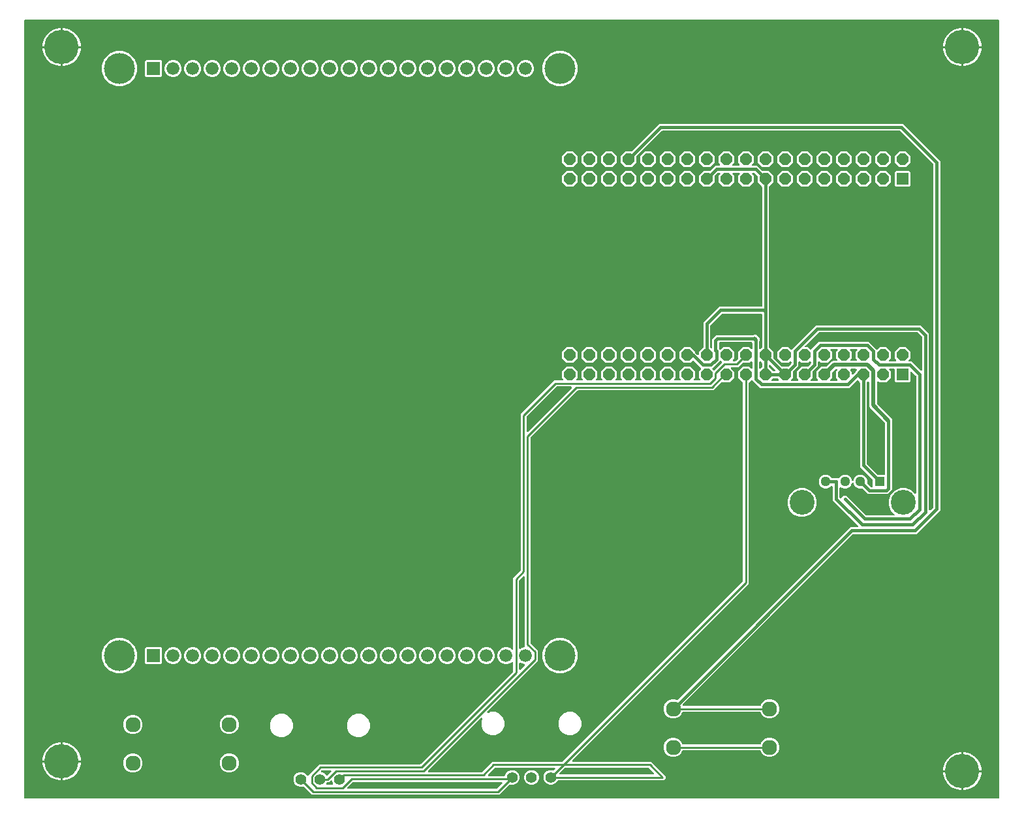
<source format=gbr>
G04 EAGLE Gerber RS-274X export*
G75*
%MOMM*%
%FSLAX34Y34*%
%LPD*%
%INBottom Copper*%
%IPPOS*%
%AMOC8*
5,1,8,0,0,1.08239X$1,22.5*%
G01*
G04 Define Apertures*
%ADD10R,1.524000X1.524000*%
%ADD11P,1.64956X8X202.5*%
%ADD12R,1.288000X1.288000*%
%ADD13C,1.288000*%
%ADD14C,3.220000*%
%ADD15R,1.676400X1.676400*%
%ADD16C,1.676400*%
%ADD17C,4.016000*%
%ADD18C,1.400000*%
%ADD19C,1.960000*%
%ADD20C,4.445000*%
%ADD21C,0.381000*%
%ADD22C,0.254000*%
%ADD23C,0.508000*%
G36*
X1266685Y2641D02*
X1266190Y2540D01*
X3810Y2540D01*
X3352Y2625D01*
X2926Y2898D01*
X2641Y3315D01*
X2540Y3810D01*
X2540Y1012190D01*
X2625Y1012648D01*
X2898Y1013074D01*
X3315Y1013359D01*
X3810Y1013460D01*
X1266190Y1013460D01*
X1266648Y1013375D01*
X1267074Y1013102D01*
X1267359Y1012685D01*
X1267460Y1012190D01*
X1267460Y3810D01*
X1267375Y3352D01*
X1267102Y2926D01*
X1266685Y2641D01*
G37*
%LPC*%
G36*
X1194435Y979170D02*
X1217930Y979170D01*
X1217930Y1002665D01*
X1215940Y1002665D01*
X1209641Y1000977D01*
X1203994Y997717D01*
X1199383Y993106D01*
X1196123Y987459D01*
X1194435Y981160D01*
X1194435Y979170D01*
G37*
G36*
X26035Y979170D02*
X49530Y979170D01*
X49530Y1002665D01*
X47540Y1002665D01*
X41241Y1000977D01*
X35594Y997717D01*
X30983Y993106D01*
X27723Y987459D01*
X26035Y981160D01*
X26035Y979170D01*
G37*
G36*
X52070Y979170D02*
X75565Y979170D01*
X75565Y981160D01*
X73877Y987459D01*
X70617Y993106D01*
X66006Y997717D01*
X60359Y1000977D01*
X54060Y1002665D01*
X52070Y1002665D01*
X52070Y979170D01*
G37*
G36*
X1220470Y979170D02*
X1243965Y979170D01*
X1243965Y981160D01*
X1242277Y987459D01*
X1239017Y993106D01*
X1234406Y997717D01*
X1228759Y1000977D01*
X1222460Y1002665D01*
X1220470Y1002665D01*
X1220470Y979170D01*
G37*
G36*
X1220470Y953135D02*
X1222460Y953135D01*
X1228759Y954823D01*
X1234406Y958083D01*
X1239017Y962694D01*
X1242277Y968341D01*
X1243965Y974640D01*
X1243965Y976630D01*
X1220470Y976630D01*
X1220470Y953135D01*
G37*
G36*
X1215940Y953135D02*
X1217930Y953135D01*
X1217930Y976630D01*
X1194435Y976630D01*
X1194435Y974640D01*
X1196123Y968341D01*
X1199383Y962694D01*
X1203994Y958083D01*
X1209641Y954823D01*
X1215940Y953135D01*
G37*
G36*
X52070Y953135D02*
X54060Y953135D01*
X60359Y954823D01*
X66006Y958083D01*
X70617Y962694D01*
X73877Y968341D01*
X75565Y974640D01*
X75565Y976630D01*
X52070Y976630D01*
X52070Y953135D01*
G37*
G36*
X47540Y953135D02*
X49530Y953135D01*
X49530Y976630D01*
X26035Y976630D01*
X26035Y974640D01*
X27723Y968341D01*
X30983Y962694D01*
X35594Y958083D01*
X41241Y954823D01*
X47540Y953135D01*
G37*
G36*
X692731Y927340D02*
X701729Y927340D01*
X710043Y930784D01*
X716406Y937147D01*
X719850Y945461D01*
X719850Y954459D01*
X716406Y962773D01*
X710043Y969136D01*
X701729Y972580D01*
X692731Y972580D01*
X684417Y969136D01*
X678054Y962773D01*
X674610Y954459D01*
X674610Y945461D01*
X678054Y937147D01*
X684417Y930784D01*
X692731Y927340D01*
G37*
G36*
X121231Y927340D02*
X130229Y927340D01*
X138543Y930784D01*
X144906Y937147D01*
X148350Y945461D01*
X148350Y954459D01*
X144906Y962773D01*
X138543Y969136D01*
X130229Y972580D01*
X121231Y972580D01*
X112917Y969136D01*
X106554Y962773D01*
X103110Y954459D01*
X103110Y945461D01*
X106554Y937147D01*
X112917Y930784D01*
X121231Y927340D01*
G37*
G36*
X599807Y939038D02*
X604153Y939038D01*
X608167Y940701D01*
X611239Y943773D01*
X612902Y947787D01*
X612902Y952133D01*
X611239Y956147D01*
X608167Y959219D01*
X604153Y960882D01*
X599807Y960882D01*
X595793Y959219D01*
X592721Y956147D01*
X591058Y952133D01*
X591058Y947787D01*
X592721Y943773D01*
X595793Y940701D01*
X599807Y939038D01*
G37*
G36*
X574407Y939038D02*
X578753Y939038D01*
X582767Y940701D01*
X585839Y943773D01*
X587502Y947787D01*
X587502Y952133D01*
X585839Y956147D01*
X582767Y959219D01*
X578753Y960882D01*
X574407Y960882D01*
X570393Y959219D01*
X567321Y956147D01*
X565658Y952133D01*
X565658Y947787D01*
X567321Y943773D01*
X570393Y940701D01*
X574407Y939038D01*
G37*
G36*
X549007Y939038D02*
X553353Y939038D01*
X557367Y940701D01*
X560439Y943773D01*
X562102Y947787D01*
X562102Y952133D01*
X560439Y956147D01*
X557367Y959219D01*
X553353Y960882D01*
X549007Y960882D01*
X544993Y959219D01*
X541921Y956147D01*
X540258Y952133D01*
X540258Y947787D01*
X541921Y943773D01*
X544993Y940701D01*
X549007Y939038D01*
G37*
G36*
X523607Y939038D02*
X527953Y939038D01*
X531967Y940701D01*
X535039Y943773D01*
X536702Y947787D01*
X536702Y952133D01*
X535039Y956147D01*
X531967Y959219D01*
X527953Y960882D01*
X523607Y960882D01*
X519593Y959219D01*
X516521Y956147D01*
X514858Y952133D01*
X514858Y947787D01*
X516521Y943773D01*
X519593Y940701D01*
X523607Y939038D01*
G37*
G36*
X498207Y939038D02*
X502553Y939038D01*
X506567Y940701D01*
X509639Y943773D01*
X511302Y947787D01*
X511302Y952133D01*
X509639Y956147D01*
X506567Y959219D01*
X502553Y960882D01*
X498207Y960882D01*
X494193Y959219D01*
X491121Y956147D01*
X489458Y952133D01*
X489458Y947787D01*
X491121Y943773D01*
X494193Y940701D01*
X498207Y939038D01*
G37*
G36*
X472807Y939038D02*
X477153Y939038D01*
X481167Y940701D01*
X484239Y943773D01*
X485902Y947787D01*
X485902Y952133D01*
X484239Y956147D01*
X481167Y959219D01*
X477153Y960882D01*
X472807Y960882D01*
X468793Y959219D01*
X465721Y956147D01*
X464058Y952133D01*
X464058Y947787D01*
X465721Y943773D01*
X468793Y940701D01*
X472807Y939038D01*
G37*
G36*
X447407Y939038D02*
X451753Y939038D01*
X455767Y940701D01*
X458839Y943773D01*
X460502Y947787D01*
X460502Y952133D01*
X458839Y956147D01*
X455767Y959219D01*
X451753Y960882D01*
X447407Y960882D01*
X443393Y959219D01*
X440321Y956147D01*
X438658Y952133D01*
X438658Y947787D01*
X440321Y943773D01*
X443393Y940701D01*
X447407Y939038D01*
G37*
G36*
X422007Y939038D02*
X426353Y939038D01*
X430367Y940701D01*
X433439Y943773D01*
X435102Y947787D01*
X435102Y952133D01*
X433439Y956147D01*
X430367Y959219D01*
X426353Y960882D01*
X422007Y960882D01*
X417993Y959219D01*
X414921Y956147D01*
X413258Y952133D01*
X413258Y947787D01*
X414921Y943773D01*
X417993Y940701D01*
X422007Y939038D01*
G37*
G36*
X396607Y939038D02*
X400953Y939038D01*
X404967Y940701D01*
X408039Y943773D01*
X409702Y947787D01*
X409702Y952133D01*
X408039Y956147D01*
X404967Y959219D01*
X400953Y960882D01*
X396607Y960882D01*
X392593Y959219D01*
X389521Y956147D01*
X387858Y952133D01*
X387858Y947787D01*
X389521Y943773D01*
X392593Y940701D01*
X396607Y939038D01*
G37*
G36*
X371207Y939038D02*
X375553Y939038D01*
X379567Y940701D01*
X382639Y943773D01*
X384302Y947787D01*
X384302Y952133D01*
X382639Y956147D01*
X379567Y959219D01*
X375553Y960882D01*
X371207Y960882D01*
X367193Y959219D01*
X364121Y956147D01*
X362458Y952133D01*
X362458Y947787D01*
X364121Y943773D01*
X367193Y940701D01*
X371207Y939038D01*
G37*
G36*
X345807Y939038D02*
X350153Y939038D01*
X354167Y940701D01*
X357239Y943773D01*
X358902Y947787D01*
X358902Y952133D01*
X357239Y956147D01*
X354167Y959219D01*
X350153Y960882D01*
X345807Y960882D01*
X341793Y959219D01*
X338721Y956147D01*
X337058Y952133D01*
X337058Y947787D01*
X338721Y943773D01*
X341793Y940701D01*
X345807Y939038D01*
G37*
G36*
X320407Y939038D02*
X324753Y939038D01*
X328767Y940701D01*
X331839Y943773D01*
X333502Y947787D01*
X333502Y952133D01*
X331839Y956147D01*
X328767Y959219D01*
X324753Y960882D01*
X320407Y960882D01*
X316393Y959219D01*
X313321Y956147D01*
X311658Y952133D01*
X311658Y947787D01*
X313321Y943773D01*
X316393Y940701D01*
X320407Y939038D01*
G37*
G36*
X295007Y939038D02*
X299353Y939038D01*
X303367Y940701D01*
X306439Y943773D01*
X308102Y947787D01*
X308102Y952133D01*
X306439Y956147D01*
X303367Y959219D01*
X299353Y960882D01*
X295007Y960882D01*
X290993Y959219D01*
X287921Y956147D01*
X286258Y952133D01*
X286258Y947787D01*
X287921Y943773D01*
X290993Y940701D01*
X295007Y939038D01*
G37*
G36*
X269607Y939038D02*
X273953Y939038D01*
X277967Y940701D01*
X281039Y943773D01*
X282702Y947787D01*
X282702Y952133D01*
X281039Y956147D01*
X277967Y959219D01*
X273953Y960882D01*
X269607Y960882D01*
X265593Y959219D01*
X262521Y956147D01*
X260858Y952133D01*
X260858Y947787D01*
X262521Y943773D01*
X265593Y940701D01*
X269607Y939038D01*
G37*
G36*
X244207Y939038D02*
X248553Y939038D01*
X252567Y940701D01*
X255639Y943773D01*
X257302Y947787D01*
X257302Y952133D01*
X255639Y956147D01*
X252567Y959219D01*
X248553Y960882D01*
X244207Y960882D01*
X240193Y959219D01*
X237121Y956147D01*
X235458Y952133D01*
X235458Y947787D01*
X237121Y943773D01*
X240193Y940701D01*
X244207Y939038D01*
G37*
G36*
X218807Y939038D02*
X223153Y939038D01*
X227167Y940701D01*
X230239Y943773D01*
X231902Y947787D01*
X231902Y952133D01*
X230239Y956147D01*
X227167Y959219D01*
X223153Y960882D01*
X218807Y960882D01*
X214793Y959219D01*
X211721Y956147D01*
X210058Y952133D01*
X210058Y947787D01*
X211721Y943773D01*
X214793Y940701D01*
X218807Y939038D01*
G37*
G36*
X193407Y939038D02*
X197753Y939038D01*
X201767Y940701D01*
X204839Y943773D01*
X206502Y947787D01*
X206502Y952133D01*
X204839Y956147D01*
X201767Y959219D01*
X197753Y960882D01*
X193407Y960882D01*
X189393Y959219D01*
X186321Y956147D01*
X184658Y952133D01*
X184658Y947787D01*
X186321Y943773D01*
X189393Y940701D01*
X193407Y939038D01*
G37*
G36*
X160746Y939038D02*
X179614Y939038D01*
X181102Y940526D01*
X181102Y959394D01*
X179614Y960882D01*
X160746Y960882D01*
X159258Y959394D01*
X159258Y940526D01*
X160746Y939038D01*
G37*
G36*
X625207Y939038D02*
X629553Y939038D01*
X633567Y940701D01*
X636639Y943773D01*
X638302Y947787D01*
X638302Y952133D01*
X636639Y956147D01*
X633567Y959219D01*
X629553Y960882D01*
X625207Y960882D01*
X621193Y959219D01*
X618121Y956147D01*
X616458Y952133D01*
X616458Y947787D01*
X618121Y943773D01*
X621193Y940701D01*
X625207Y939038D01*
G37*
G36*
X650607Y939038D02*
X654953Y939038D01*
X658967Y940701D01*
X662039Y943773D01*
X663702Y947787D01*
X663702Y952133D01*
X662039Y956147D01*
X658967Y959219D01*
X654953Y960882D01*
X650607Y960882D01*
X646593Y959219D01*
X643521Y956147D01*
X641858Y952133D01*
X641858Y947787D01*
X643521Y943773D01*
X646593Y940701D01*
X650607Y939038D01*
G37*
G36*
X375392Y7620D02*
X618548Y7620D01*
X631308Y20380D01*
X631702Y20648D01*
X632196Y20752D01*
X632692Y20656D01*
X633502Y20320D01*
X637298Y20320D01*
X640804Y21772D01*
X643488Y24456D01*
X644940Y27962D01*
X644940Y31758D01*
X643488Y35264D01*
X640804Y37948D01*
X637298Y39400D01*
X633502Y39400D01*
X629996Y37948D01*
X627312Y35264D01*
X626194Y32564D01*
X625933Y32166D01*
X625516Y31881D01*
X625021Y31780D01*
X605087Y31780D01*
X604648Y31858D01*
X604218Y32124D01*
X603925Y32536D01*
X603817Y33030D01*
X603909Y33527D01*
X604189Y33948D01*
X612601Y42360D01*
X613004Y42632D01*
X613499Y42732D01*
X689818Y42732D01*
X690257Y42654D01*
X690687Y42389D01*
X690979Y41976D01*
X691088Y41483D01*
X690995Y40986D01*
X690716Y40564D01*
X689492Y39340D01*
X689098Y39072D01*
X688604Y38968D01*
X688108Y39065D01*
X687298Y39400D01*
X683502Y39400D01*
X679996Y37948D01*
X677312Y35264D01*
X675860Y31758D01*
X675860Y27962D01*
X677312Y24456D01*
X679996Y21772D01*
X683502Y20320D01*
X687298Y20320D01*
X690804Y21772D01*
X693488Y24456D01*
X693823Y25266D01*
X694084Y25664D01*
X694501Y25949D01*
X694996Y26050D01*
X832110Y26050D01*
X834342Y28282D01*
X834342Y31438D01*
X815428Y50352D01*
X714347Y50352D01*
X713908Y50431D01*
X713478Y50696D01*
X713185Y51108D01*
X713077Y51602D01*
X713169Y52099D01*
X713449Y52520D01*
X942338Y281410D01*
X942338Y541491D01*
X942431Y541967D01*
X942710Y542389D01*
X945391Y545069D01*
X945775Y545333D01*
X946268Y545441D01*
X946765Y545349D01*
X947187Y545069D01*
X949759Y542497D01*
X956826Y535430D01*
X1072629Y535430D01*
X1082269Y545069D01*
X1082653Y545333D01*
X1083147Y545441D01*
X1083644Y545349D01*
X1084065Y545069D01*
X1086111Y543024D01*
X1086382Y542621D01*
X1086483Y542126D01*
X1086483Y433082D01*
X1102736Y416829D01*
X1103007Y416426D01*
X1103108Y415930D01*
X1103108Y407958D01*
X1103022Y407500D01*
X1102750Y407074D01*
X1102333Y406788D01*
X1101838Y406688D01*
X1100975Y406688D01*
X1100498Y406780D01*
X1100077Y407060D01*
X1096402Y410735D01*
X1096135Y411128D01*
X1096030Y411622D01*
X1096068Y411816D01*
X1096068Y415549D01*
X1094701Y418849D01*
X1092174Y421376D01*
X1088874Y422743D01*
X1085301Y422743D01*
X1082001Y421376D01*
X1079475Y418849D01*
X1078261Y415919D01*
X1078021Y415544D01*
X1077611Y415248D01*
X1077118Y415135D01*
X1076621Y415224D01*
X1076197Y415500D01*
X1075914Y415919D01*
X1074701Y418849D01*
X1072174Y421376D01*
X1068874Y422743D01*
X1065301Y422743D01*
X1062001Y421376D01*
X1059460Y418834D01*
X1059237Y418490D01*
X1058825Y418197D01*
X1058331Y418089D01*
X1057835Y418182D01*
X1057413Y418461D01*
X1057409Y418465D01*
X1050611Y418465D01*
X1050135Y418558D01*
X1049713Y418837D01*
X1047174Y421376D01*
X1043874Y422743D01*
X1040301Y422743D01*
X1037001Y421376D01*
X1034475Y418849D01*
X1033108Y415549D01*
X1033108Y411976D01*
X1034475Y408676D01*
X1037001Y406150D01*
X1040301Y404783D01*
X1043874Y404783D01*
X1047174Y406150D01*
X1048955Y407930D01*
X1049320Y408185D01*
X1049812Y408301D01*
X1050311Y408217D01*
X1050736Y407944D01*
X1051022Y407527D01*
X1051123Y407032D01*
X1051123Y389775D01*
X1084042Y356856D01*
X1084297Y356490D01*
X1084413Y355998D01*
X1084328Y355500D01*
X1084056Y355074D01*
X1083639Y354788D01*
X1083144Y354688D01*
X1073702Y354688D01*
X849880Y130866D01*
X849486Y130598D01*
X848992Y130494D01*
X848496Y130591D01*
X846735Y131320D01*
X841825Y131320D01*
X837290Y129441D01*
X833819Y125970D01*
X831940Y121435D01*
X831940Y116525D01*
X833819Y111990D01*
X837290Y108519D01*
X841825Y106640D01*
X846735Y106640D01*
X851270Y108519D01*
X854741Y111990D01*
X855734Y114386D01*
X855995Y114784D01*
X856412Y115069D01*
X856907Y115170D01*
X956653Y115170D01*
X957120Y115081D01*
X957544Y114805D01*
X957826Y114386D01*
X958819Y111990D01*
X962290Y108519D01*
X966825Y106640D01*
X971735Y106640D01*
X976270Y108519D01*
X979741Y111990D01*
X981620Y116525D01*
X981620Y121435D01*
X979741Y125970D01*
X976270Y129441D01*
X971735Y131320D01*
X966825Y131320D01*
X962290Y129441D01*
X958819Y125970D01*
X957826Y123574D01*
X957565Y123176D01*
X957148Y122891D01*
X956653Y122790D01*
X857442Y122790D01*
X857003Y122868D01*
X856573Y123134D01*
X856281Y123546D01*
X856172Y124040D01*
X856265Y124537D01*
X856544Y124958D01*
X1077012Y345426D01*
X1077415Y345697D01*
X1077910Y345798D01*
X1159715Y345798D01*
X1190625Y376708D01*
X1190625Y829881D01*
X1142301Y878205D01*
X826072Y878205D01*
X790374Y842507D01*
X789971Y842236D01*
X789476Y842135D01*
X781919Y842135D01*
X775968Y836183D01*
X775968Y827767D01*
X781919Y821815D01*
X790336Y821815D01*
X796288Y827767D01*
X796288Y835323D01*
X796381Y835799D01*
X796660Y836221D01*
X829382Y868943D01*
X829785Y869214D01*
X830280Y869315D01*
X1138093Y869315D01*
X1138569Y869222D01*
X1138991Y868943D01*
X1181363Y826571D01*
X1181634Y826168D01*
X1181735Y825673D01*
X1181735Y380916D01*
X1181642Y380440D01*
X1181363Y380018D01*
X1178201Y376856D01*
X1177835Y376601D01*
X1177343Y376485D01*
X1176845Y376569D01*
X1176419Y376842D01*
X1176133Y377259D01*
X1176033Y377754D01*
X1176033Y605713D01*
X1165161Y616585D01*
X1029091Y616585D01*
X997987Y585481D01*
X997603Y585217D01*
X997109Y585109D01*
X996612Y585201D01*
X996191Y585481D01*
X993536Y588135D01*
X985119Y588135D01*
X979168Y582183D01*
X979168Y573767D01*
X985119Y567815D01*
X993536Y567815D01*
X995415Y569694D01*
X995780Y569949D01*
X996272Y570065D01*
X996771Y569980D01*
X997196Y569708D01*
X997482Y569291D01*
X997583Y568796D01*
X997583Y567642D01*
X997490Y567166D01*
X997211Y566744D01*
X993574Y563107D01*
X993171Y562836D01*
X992676Y562735D01*
X985980Y562735D01*
X985503Y562828D01*
X985082Y563107D01*
X974460Y573729D01*
X974188Y574132D01*
X974088Y574627D01*
X974088Y582183D01*
X968745Y587526D01*
X968473Y587929D01*
X968373Y588424D01*
X968373Y796126D01*
X968466Y796602D01*
X968745Y797024D01*
X974088Y802367D01*
X974088Y810783D01*
X968136Y816735D01*
X960580Y816735D01*
X960103Y816828D01*
X959682Y817107D01*
X953069Y823720D01*
X947707Y823720D01*
X947268Y823798D01*
X946838Y824064D01*
X946546Y824476D01*
X946437Y824970D01*
X946530Y825467D01*
X946809Y825888D01*
X948688Y827767D01*
X948688Y836183D01*
X942736Y842135D01*
X934319Y842135D01*
X928368Y836183D01*
X928368Y827767D01*
X930246Y825888D01*
X930501Y825522D01*
X930618Y825030D01*
X930533Y824532D01*
X930261Y824106D01*
X929844Y823821D01*
X929348Y823720D01*
X922307Y823720D01*
X921868Y823798D01*
X921438Y824064D01*
X921146Y824476D01*
X921037Y824970D01*
X921130Y825467D01*
X921409Y825888D01*
X923288Y827767D01*
X923288Y836183D01*
X917336Y842135D01*
X908919Y842135D01*
X902968Y836183D01*
X902968Y827767D01*
X904846Y825888D01*
X905101Y825522D01*
X905218Y825030D01*
X905133Y824532D01*
X904861Y824106D01*
X904444Y823821D01*
X903948Y823720D01*
X898587Y823720D01*
X891974Y817107D01*
X891571Y816836D01*
X891076Y816735D01*
X883519Y816735D01*
X877568Y810783D01*
X877568Y802367D01*
X883519Y796415D01*
X891936Y796415D01*
X897888Y802367D01*
X897888Y809923D01*
X897981Y810399D01*
X898260Y810821D01*
X901897Y814458D01*
X902300Y814729D01*
X902795Y814830D01*
X903948Y814830D01*
X904387Y814752D01*
X904817Y814486D01*
X905110Y814074D01*
X905218Y813580D01*
X905125Y813083D01*
X904846Y812662D01*
X902968Y810783D01*
X902968Y802367D01*
X908919Y796415D01*
X917336Y796415D01*
X923288Y802367D01*
X923288Y810783D01*
X921409Y812662D01*
X921154Y813028D01*
X921038Y813520D01*
X921123Y814018D01*
X921395Y814444D01*
X921812Y814729D01*
X922307Y814830D01*
X929348Y814830D01*
X929787Y814752D01*
X930217Y814486D01*
X930510Y814074D01*
X930618Y813580D01*
X930525Y813083D01*
X930246Y812662D01*
X928368Y810783D01*
X928368Y802367D01*
X934319Y796415D01*
X942736Y796415D01*
X948688Y802367D01*
X948688Y810783D01*
X946809Y812662D01*
X946554Y813028D01*
X946438Y813520D01*
X946523Y814018D01*
X946795Y814444D01*
X947212Y814729D01*
X947707Y814830D01*
X948861Y814830D01*
X949337Y814737D01*
X949759Y814458D01*
X953396Y810821D01*
X953667Y810418D01*
X953768Y809923D01*
X953768Y802367D01*
X959111Y797024D01*
X959382Y796621D01*
X959483Y796126D01*
X959483Y642110D01*
X959397Y641652D01*
X959125Y641226D01*
X958708Y640941D01*
X958213Y640840D01*
X903667Y640840D01*
X883283Y620456D01*
X883283Y588424D01*
X883190Y587948D01*
X882911Y587526D01*
X877568Y582183D01*
X877568Y579527D01*
X877490Y579088D01*
X877224Y578658D01*
X876812Y578365D01*
X876318Y578257D01*
X875821Y578350D01*
X875400Y578629D01*
X872860Y581169D01*
X872588Y581571D01*
X872488Y582067D01*
X872488Y582183D01*
X866536Y588135D01*
X858119Y588135D01*
X852168Y582183D01*
X852168Y573767D01*
X858119Y567815D01*
X866536Y567815D01*
X869191Y570469D01*
X869575Y570733D01*
X870068Y570841D01*
X870565Y570749D01*
X870987Y570469D01*
X880222Y561234D01*
X880486Y560850D01*
X880594Y560356D01*
X880501Y559859D01*
X880222Y559438D01*
X877568Y556783D01*
X877568Y548367D01*
X878811Y547123D01*
X879066Y546757D01*
X879183Y546265D01*
X879098Y545767D01*
X878826Y545341D01*
X878409Y545056D01*
X877913Y544955D01*
X872142Y544955D01*
X871703Y545033D01*
X871273Y545299D01*
X870981Y545711D01*
X870872Y546205D01*
X870965Y546702D01*
X871244Y547123D01*
X872488Y548367D01*
X872488Y556783D01*
X866536Y562735D01*
X858119Y562735D01*
X852168Y556783D01*
X852168Y548367D01*
X853411Y547123D01*
X853666Y546757D01*
X853783Y546265D01*
X853698Y545767D01*
X853426Y545341D01*
X853009Y545056D01*
X852513Y544955D01*
X846742Y544955D01*
X846303Y545033D01*
X845873Y545299D01*
X845581Y545711D01*
X845472Y546205D01*
X845565Y546702D01*
X845844Y547123D01*
X847088Y548367D01*
X847088Y556783D01*
X841136Y562735D01*
X832719Y562735D01*
X826768Y556783D01*
X826768Y548367D01*
X828011Y547123D01*
X828266Y546757D01*
X828383Y546265D01*
X828298Y545767D01*
X828026Y545341D01*
X827609Y545056D01*
X827113Y544955D01*
X821342Y544955D01*
X820903Y545033D01*
X820473Y545299D01*
X820181Y545711D01*
X820072Y546205D01*
X820165Y546702D01*
X820444Y547123D01*
X821688Y548367D01*
X821688Y556783D01*
X815736Y562735D01*
X807319Y562735D01*
X801368Y556783D01*
X801368Y548367D01*
X802611Y547123D01*
X802866Y546757D01*
X802983Y546265D01*
X802898Y545767D01*
X802626Y545341D01*
X802209Y545056D01*
X801713Y544955D01*
X795942Y544955D01*
X795503Y545033D01*
X795073Y545299D01*
X794781Y545711D01*
X794672Y546205D01*
X794765Y546702D01*
X795044Y547123D01*
X796288Y548367D01*
X796288Y556783D01*
X790336Y562735D01*
X781919Y562735D01*
X775968Y556783D01*
X775968Y548367D01*
X777211Y547123D01*
X777466Y546757D01*
X777583Y546265D01*
X777498Y545767D01*
X777226Y545341D01*
X776809Y545056D01*
X776313Y544955D01*
X770542Y544955D01*
X770103Y545033D01*
X769673Y545299D01*
X769381Y545711D01*
X769272Y546205D01*
X769365Y546702D01*
X769644Y547123D01*
X770888Y548367D01*
X770888Y556783D01*
X764936Y562735D01*
X756519Y562735D01*
X750568Y556783D01*
X750568Y548367D01*
X751811Y547123D01*
X752066Y546757D01*
X752183Y546265D01*
X752098Y545767D01*
X751826Y545341D01*
X751409Y545056D01*
X750913Y544955D01*
X745142Y544955D01*
X744703Y545033D01*
X744273Y545299D01*
X743981Y545711D01*
X743872Y546205D01*
X743965Y546702D01*
X744244Y547123D01*
X745488Y548367D01*
X745488Y556783D01*
X739536Y562735D01*
X731119Y562735D01*
X725168Y556783D01*
X725168Y548367D01*
X726411Y547123D01*
X726666Y546757D01*
X726783Y546265D01*
X726698Y545767D01*
X726426Y545341D01*
X726009Y545056D01*
X725513Y544955D01*
X719742Y544955D01*
X719303Y545033D01*
X718873Y545299D01*
X718581Y545711D01*
X718472Y546205D01*
X718565Y546702D01*
X718844Y547123D01*
X720088Y548367D01*
X720088Y556783D01*
X714136Y562735D01*
X705719Y562735D01*
X699768Y556783D01*
X699768Y548367D01*
X701011Y547123D01*
X701266Y546757D01*
X701383Y546265D01*
X701298Y545767D01*
X701026Y545341D01*
X700609Y545056D01*
X700113Y544955D01*
X689735Y544955D01*
X646430Y501650D01*
X646430Y299103D01*
X646337Y298627D01*
X646058Y298205D01*
X636778Y288925D01*
X636778Y197074D01*
X636700Y196635D01*
X636434Y196205D01*
X636022Y195913D01*
X635528Y195804D01*
X635031Y195897D01*
X634610Y196176D01*
X633567Y197219D01*
X629553Y198882D01*
X625207Y198882D01*
X621193Y197219D01*
X618121Y194147D01*
X616458Y190133D01*
X616458Y185787D01*
X618121Y181773D01*
X621193Y178701D01*
X625207Y177038D01*
X629553Y177038D01*
X633567Y178701D01*
X634610Y179744D01*
X634976Y179999D01*
X635468Y180115D01*
X635966Y180031D01*
X636392Y179758D01*
X636677Y179341D01*
X636778Y178846D01*
X636778Y167814D01*
X636685Y167338D01*
X636406Y166916D01*
X516882Y47392D01*
X516479Y47121D01*
X515984Y47020D01*
X385104Y47020D01*
X371434Y33349D01*
X371382Y33059D01*
X371116Y32629D01*
X370704Y32336D01*
X370210Y32228D01*
X369713Y32321D01*
X369292Y32600D01*
X366484Y35408D01*
X362978Y36860D01*
X359182Y36860D01*
X355676Y35408D01*
X352992Y32724D01*
X351540Y29218D01*
X351540Y25422D01*
X352992Y21916D01*
X355676Y19232D01*
X359182Y17780D01*
X362978Y17780D01*
X363788Y18116D01*
X364253Y18212D01*
X364750Y18119D01*
X365172Y17840D01*
X375392Y7620D01*
G37*
G36*
X1137519Y821815D02*
X1145936Y821815D01*
X1151888Y827767D01*
X1151888Y836183D01*
X1145936Y842135D01*
X1137519Y842135D01*
X1131568Y836183D01*
X1131568Y827767D01*
X1137519Y821815D01*
G37*
G36*
X1112119Y821815D02*
X1120536Y821815D01*
X1126488Y827767D01*
X1126488Y836183D01*
X1120536Y842135D01*
X1112119Y842135D01*
X1106168Y836183D01*
X1106168Y827767D01*
X1112119Y821815D01*
G37*
G36*
X705719Y821815D02*
X714136Y821815D01*
X720088Y827767D01*
X720088Y836183D01*
X714136Y842135D01*
X705719Y842135D01*
X699768Y836183D01*
X699768Y827767D01*
X705719Y821815D01*
G37*
G36*
X731119Y821815D02*
X739536Y821815D01*
X745488Y827767D01*
X745488Y836183D01*
X739536Y842135D01*
X731119Y842135D01*
X725168Y836183D01*
X725168Y827767D01*
X731119Y821815D01*
G37*
G36*
X756519Y821815D02*
X764936Y821815D01*
X770888Y827767D01*
X770888Y836183D01*
X764936Y842135D01*
X756519Y842135D01*
X750568Y836183D01*
X750568Y827767D01*
X756519Y821815D01*
G37*
G36*
X807319Y821815D02*
X815736Y821815D01*
X821688Y827767D01*
X821688Y836183D01*
X815736Y842135D01*
X807319Y842135D01*
X801368Y836183D01*
X801368Y827767D01*
X807319Y821815D01*
G37*
G36*
X832719Y821815D02*
X841136Y821815D01*
X847088Y827767D01*
X847088Y836183D01*
X841136Y842135D01*
X832719Y842135D01*
X826768Y836183D01*
X826768Y827767D01*
X832719Y821815D01*
G37*
G36*
X858119Y821815D02*
X866536Y821815D01*
X872488Y827767D01*
X872488Y836183D01*
X866536Y842135D01*
X858119Y842135D01*
X852168Y836183D01*
X852168Y827767D01*
X858119Y821815D01*
G37*
G36*
X883519Y821815D02*
X891936Y821815D01*
X897888Y827767D01*
X897888Y836183D01*
X891936Y842135D01*
X883519Y842135D01*
X877568Y836183D01*
X877568Y827767D01*
X883519Y821815D01*
G37*
G36*
X959719Y821815D02*
X968136Y821815D01*
X974088Y827767D01*
X974088Y836183D01*
X968136Y842135D01*
X959719Y842135D01*
X953768Y836183D01*
X953768Y827767D01*
X959719Y821815D01*
G37*
G36*
X985119Y821815D02*
X993536Y821815D01*
X999488Y827767D01*
X999488Y836183D01*
X993536Y842135D01*
X985119Y842135D01*
X979168Y836183D01*
X979168Y827767D01*
X985119Y821815D01*
G37*
G36*
X1010519Y821815D02*
X1018936Y821815D01*
X1024888Y827767D01*
X1024888Y836183D01*
X1018936Y842135D01*
X1010519Y842135D01*
X1004568Y836183D01*
X1004568Y827767D01*
X1010519Y821815D01*
G37*
G36*
X1035919Y821815D02*
X1044336Y821815D01*
X1050288Y827767D01*
X1050288Y836183D01*
X1044336Y842135D01*
X1035919Y842135D01*
X1029968Y836183D01*
X1029968Y827767D01*
X1035919Y821815D01*
G37*
G36*
X1061319Y821815D02*
X1069736Y821815D01*
X1075688Y827767D01*
X1075688Y836183D01*
X1069736Y842135D01*
X1061319Y842135D01*
X1055368Y836183D01*
X1055368Y827767D01*
X1061319Y821815D01*
G37*
G36*
X1086719Y821815D02*
X1095136Y821815D01*
X1101088Y827767D01*
X1101088Y836183D01*
X1095136Y842135D01*
X1086719Y842135D01*
X1080768Y836183D01*
X1080768Y827767D01*
X1086719Y821815D01*
G37*
G36*
X807319Y796415D02*
X815736Y796415D01*
X821688Y802367D01*
X821688Y810783D01*
X815736Y816735D01*
X807319Y816735D01*
X801368Y810783D01*
X801368Y802367D01*
X807319Y796415D01*
G37*
G36*
X1086719Y796415D02*
X1095136Y796415D01*
X1101088Y802367D01*
X1101088Y810783D01*
X1095136Y816735D01*
X1086719Y816735D01*
X1080768Y810783D01*
X1080768Y802367D01*
X1086719Y796415D01*
G37*
G36*
X1112119Y796415D02*
X1120536Y796415D01*
X1126488Y802367D01*
X1126488Y810783D01*
X1120536Y816735D01*
X1112119Y816735D01*
X1106168Y810783D01*
X1106168Y802367D01*
X1112119Y796415D01*
G37*
G36*
X1133056Y796415D02*
X1150400Y796415D01*
X1151888Y797903D01*
X1151888Y815247D01*
X1150400Y816735D01*
X1133056Y816735D01*
X1131568Y815247D01*
X1131568Y797903D01*
X1133056Y796415D01*
G37*
G36*
X1010519Y796415D02*
X1018936Y796415D01*
X1024888Y802367D01*
X1024888Y810783D01*
X1018936Y816735D01*
X1010519Y816735D01*
X1004568Y810783D01*
X1004568Y802367D01*
X1010519Y796415D01*
G37*
G36*
X985119Y796415D02*
X993536Y796415D01*
X999488Y802367D01*
X999488Y810783D01*
X993536Y816735D01*
X985119Y816735D01*
X979168Y810783D01*
X979168Y802367D01*
X985119Y796415D01*
G37*
G36*
X858119Y796415D02*
X866536Y796415D01*
X872488Y802367D01*
X872488Y810783D01*
X866536Y816735D01*
X858119Y816735D01*
X852168Y810783D01*
X852168Y802367D01*
X858119Y796415D01*
G37*
G36*
X756519Y796415D02*
X764936Y796415D01*
X770888Y802367D01*
X770888Y810783D01*
X764936Y816735D01*
X756519Y816735D01*
X750568Y810783D01*
X750568Y802367D01*
X756519Y796415D01*
G37*
G36*
X1061319Y796415D02*
X1069736Y796415D01*
X1075688Y802367D01*
X1075688Y810783D01*
X1069736Y816735D01*
X1061319Y816735D01*
X1055368Y810783D01*
X1055368Y802367D01*
X1061319Y796415D01*
G37*
G36*
X1035919Y796415D02*
X1044336Y796415D01*
X1050288Y802367D01*
X1050288Y810783D01*
X1044336Y816735D01*
X1035919Y816735D01*
X1029968Y810783D01*
X1029968Y802367D01*
X1035919Y796415D01*
G37*
G36*
X832719Y796415D02*
X841136Y796415D01*
X847088Y802367D01*
X847088Y810783D01*
X841136Y816735D01*
X832719Y816735D01*
X826768Y810783D01*
X826768Y802367D01*
X832719Y796415D01*
G37*
G36*
X781919Y796415D02*
X790336Y796415D01*
X796288Y802367D01*
X796288Y810783D01*
X790336Y816735D01*
X781919Y816735D01*
X775968Y810783D01*
X775968Y802367D01*
X781919Y796415D01*
G37*
G36*
X731119Y796415D02*
X739536Y796415D01*
X745488Y802367D01*
X745488Y810783D01*
X739536Y816735D01*
X731119Y816735D01*
X725168Y810783D01*
X725168Y802367D01*
X731119Y796415D01*
G37*
G36*
X705719Y796415D02*
X714136Y796415D01*
X720088Y802367D01*
X720088Y810783D01*
X714136Y816735D01*
X705719Y816735D01*
X699768Y810783D01*
X699768Y802367D01*
X705719Y796415D01*
G37*
G36*
X832719Y567815D02*
X841136Y567815D01*
X847088Y573767D01*
X847088Y582183D01*
X841136Y588135D01*
X832719Y588135D01*
X826768Y582183D01*
X826768Y573767D01*
X832719Y567815D01*
G37*
G36*
X807319Y567815D02*
X815736Y567815D01*
X821688Y573767D01*
X821688Y582183D01*
X815736Y588135D01*
X807319Y588135D01*
X801368Y582183D01*
X801368Y573767D01*
X807319Y567815D01*
G37*
G36*
X781919Y567815D02*
X790336Y567815D01*
X796288Y573767D01*
X796288Y582183D01*
X790336Y588135D01*
X781919Y588135D01*
X775968Y582183D01*
X775968Y573767D01*
X781919Y567815D01*
G37*
G36*
X756519Y567815D02*
X764936Y567815D01*
X770888Y573767D01*
X770888Y582183D01*
X764936Y588135D01*
X756519Y588135D01*
X750568Y582183D01*
X750568Y573767D01*
X756519Y567815D01*
G37*
G36*
X731119Y567815D02*
X739536Y567815D01*
X745488Y573767D01*
X745488Y582183D01*
X739536Y588135D01*
X731119Y588135D01*
X725168Y582183D01*
X725168Y573767D01*
X731119Y567815D01*
G37*
G36*
X705719Y567815D02*
X714136Y567815D01*
X720088Y573767D01*
X720088Y582183D01*
X714136Y588135D01*
X705719Y588135D01*
X699768Y582183D01*
X699768Y573767D01*
X705719Y567815D01*
G37*
G36*
X1007680Y368023D02*
X1015096Y368023D01*
X1021946Y370860D01*
X1027190Y376104D01*
X1030028Y382955D01*
X1030028Y390370D01*
X1027190Y397221D01*
X1021946Y402465D01*
X1015096Y405303D01*
X1007680Y405303D01*
X1000829Y402465D01*
X995586Y397221D01*
X992748Y390370D01*
X992748Y382955D01*
X995586Y376104D01*
X1000829Y370860D01*
X1007680Y368023D01*
G37*
G36*
X121231Y165340D02*
X130229Y165340D01*
X138543Y168784D01*
X144906Y175147D01*
X148350Y183461D01*
X148350Y192459D01*
X144906Y200773D01*
X138543Y207136D01*
X130229Y210580D01*
X121231Y210580D01*
X112917Y207136D01*
X106554Y200773D01*
X103110Y192459D01*
X103110Y183461D01*
X106554Y175147D01*
X112917Y168784D01*
X121231Y165340D01*
G37*
G36*
X599807Y177038D02*
X604153Y177038D01*
X608167Y178701D01*
X611239Y181773D01*
X612902Y185787D01*
X612902Y190133D01*
X611239Y194147D01*
X608167Y197219D01*
X604153Y198882D01*
X599807Y198882D01*
X595793Y197219D01*
X592721Y194147D01*
X591058Y190133D01*
X591058Y185787D01*
X592721Y181773D01*
X595793Y178701D01*
X599807Y177038D01*
G37*
G36*
X574407Y177038D02*
X578753Y177038D01*
X582767Y178701D01*
X585839Y181773D01*
X587502Y185787D01*
X587502Y190133D01*
X585839Y194147D01*
X582767Y197219D01*
X578753Y198882D01*
X574407Y198882D01*
X570393Y197219D01*
X567321Y194147D01*
X565658Y190133D01*
X565658Y185787D01*
X567321Y181773D01*
X570393Y178701D01*
X574407Y177038D01*
G37*
G36*
X549007Y177038D02*
X553353Y177038D01*
X557367Y178701D01*
X560439Y181773D01*
X562102Y185787D01*
X562102Y190133D01*
X560439Y194147D01*
X557367Y197219D01*
X553353Y198882D01*
X549007Y198882D01*
X544993Y197219D01*
X541921Y194147D01*
X540258Y190133D01*
X540258Y185787D01*
X541921Y181773D01*
X544993Y178701D01*
X549007Y177038D01*
G37*
G36*
X523607Y177038D02*
X527953Y177038D01*
X531967Y178701D01*
X535039Y181773D01*
X536702Y185787D01*
X536702Y190133D01*
X535039Y194147D01*
X531967Y197219D01*
X527953Y198882D01*
X523607Y198882D01*
X519593Y197219D01*
X516521Y194147D01*
X514858Y190133D01*
X514858Y185787D01*
X516521Y181773D01*
X519593Y178701D01*
X523607Y177038D01*
G37*
G36*
X472807Y177038D02*
X477153Y177038D01*
X481167Y178701D01*
X484239Y181773D01*
X485902Y185787D01*
X485902Y190133D01*
X484239Y194147D01*
X481167Y197219D01*
X477153Y198882D01*
X472807Y198882D01*
X468793Y197219D01*
X465721Y194147D01*
X464058Y190133D01*
X464058Y185787D01*
X465721Y181773D01*
X468793Y178701D01*
X472807Y177038D01*
G37*
G36*
X269607Y177038D02*
X273953Y177038D01*
X277967Y178701D01*
X281039Y181773D01*
X282702Y185787D01*
X282702Y190133D01*
X281039Y194147D01*
X277967Y197219D01*
X273953Y198882D01*
X269607Y198882D01*
X265593Y197219D01*
X262521Y194147D01*
X260858Y190133D01*
X260858Y185787D01*
X262521Y181773D01*
X265593Y178701D01*
X269607Y177038D01*
G37*
G36*
X345807Y177038D02*
X350153Y177038D01*
X354167Y178701D01*
X357239Y181773D01*
X358902Y185787D01*
X358902Y190133D01*
X357239Y194147D01*
X354167Y197219D01*
X350153Y198882D01*
X345807Y198882D01*
X341793Y197219D01*
X338721Y194147D01*
X337058Y190133D01*
X337058Y185787D01*
X338721Y181773D01*
X341793Y178701D01*
X345807Y177038D01*
G37*
G36*
X498207Y177038D02*
X502553Y177038D01*
X506567Y178701D01*
X509639Y181773D01*
X511302Y185787D01*
X511302Y190133D01*
X509639Y194147D01*
X506567Y197219D01*
X502553Y198882D01*
X498207Y198882D01*
X494193Y197219D01*
X491121Y194147D01*
X489458Y190133D01*
X489458Y185787D01*
X491121Y181773D01*
X494193Y178701D01*
X498207Y177038D01*
G37*
G36*
X320407Y177038D02*
X324753Y177038D01*
X328767Y178701D01*
X331839Y181773D01*
X333502Y185787D01*
X333502Y190133D01*
X331839Y194147D01*
X328767Y197219D01*
X324753Y198882D01*
X320407Y198882D01*
X316393Y197219D01*
X313321Y194147D01*
X311658Y190133D01*
X311658Y185787D01*
X313321Y181773D01*
X316393Y178701D01*
X320407Y177038D01*
G37*
G36*
X422007Y177038D02*
X426353Y177038D01*
X430367Y178701D01*
X433439Y181773D01*
X435102Y185787D01*
X435102Y190133D01*
X433439Y194147D01*
X430367Y197219D01*
X426353Y198882D01*
X422007Y198882D01*
X417993Y197219D01*
X414921Y194147D01*
X413258Y190133D01*
X413258Y185787D01*
X414921Y181773D01*
X417993Y178701D01*
X422007Y177038D01*
G37*
G36*
X371207Y177038D02*
X375553Y177038D01*
X379567Y178701D01*
X382639Y181773D01*
X384302Y185787D01*
X384302Y190133D01*
X382639Y194147D01*
X379567Y197219D01*
X375553Y198882D01*
X371207Y198882D01*
X367193Y197219D01*
X364121Y194147D01*
X362458Y190133D01*
X362458Y185787D01*
X364121Y181773D01*
X367193Y178701D01*
X371207Y177038D01*
G37*
G36*
X396607Y177038D02*
X400953Y177038D01*
X404967Y178701D01*
X408039Y181773D01*
X409702Y185787D01*
X409702Y190133D01*
X408039Y194147D01*
X404967Y197219D01*
X400953Y198882D01*
X396607Y198882D01*
X392593Y197219D01*
X389521Y194147D01*
X387858Y190133D01*
X387858Y185787D01*
X389521Y181773D01*
X392593Y178701D01*
X396607Y177038D01*
G37*
G36*
X447407Y177038D02*
X451753Y177038D01*
X455767Y178701D01*
X458839Y181773D01*
X460502Y185787D01*
X460502Y190133D01*
X458839Y194147D01*
X455767Y197219D01*
X451753Y198882D01*
X447407Y198882D01*
X443393Y197219D01*
X440321Y194147D01*
X438658Y190133D01*
X438658Y185787D01*
X440321Y181773D01*
X443393Y178701D01*
X447407Y177038D01*
G37*
G36*
X295007Y177038D02*
X299353Y177038D01*
X303367Y178701D01*
X306439Y181773D01*
X308102Y185787D01*
X308102Y190133D01*
X306439Y194147D01*
X303367Y197219D01*
X299353Y198882D01*
X295007Y198882D01*
X290993Y197219D01*
X287921Y194147D01*
X286258Y190133D01*
X286258Y185787D01*
X287921Y181773D01*
X290993Y178701D01*
X295007Y177038D01*
G37*
G36*
X160746Y177038D02*
X179614Y177038D01*
X181102Y178526D01*
X181102Y197394D01*
X179614Y198882D01*
X160746Y198882D01*
X159258Y197394D01*
X159258Y178526D01*
X160746Y177038D01*
G37*
G36*
X193407Y177038D02*
X197753Y177038D01*
X201767Y178701D01*
X204839Y181773D01*
X206502Y185787D01*
X206502Y190133D01*
X204839Y194147D01*
X201767Y197219D01*
X197753Y198882D01*
X193407Y198882D01*
X189393Y197219D01*
X186321Y194147D01*
X184658Y190133D01*
X184658Y185787D01*
X186321Y181773D01*
X189393Y178701D01*
X193407Y177038D01*
G37*
G36*
X218807Y177038D02*
X223153Y177038D01*
X227167Y178701D01*
X230239Y181773D01*
X231902Y185787D01*
X231902Y190133D01*
X230239Y194147D01*
X227167Y197219D01*
X223153Y198882D01*
X218807Y198882D01*
X214793Y197219D01*
X211721Y194147D01*
X210058Y190133D01*
X210058Y185787D01*
X211721Y181773D01*
X214793Y178701D01*
X218807Y177038D01*
G37*
G36*
X244207Y177038D02*
X248553Y177038D01*
X252567Y178701D01*
X255639Y181773D01*
X257302Y185787D01*
X257302Y190133D01*
X255639Y194147D01*
X252567Y197219D01*
X248553Y198882D01*
X244207Y198882D01*
X240193Y197219D01*
X237121Y194147D01*
X235458Y190133D01*
X235458Y185787D01*
X237121Y181773D01*
X240193Y178701D01*
X244207Y177038D01*
G37*
G36*
X433088Y82280D02*
X439072Y82280D01*
X444599Y84570D01*
X448830Y88801D01*
X451120Y94328D01*
X451120Y100312D01*
X448830Y105839D01*
X444599Y110070D01*
X439072Y112360D01*
X433088Y112360D01*
X427561Y110070D01*
X423330Y105839D01*
X421040Y100312D01*
X421040Y94328D01*
X423330Y88801D01*
X427561Y84570D01*
X433088Y82280D01*
G37*
G36*
X333088Y82280D02*
X339072Y82280D01*
X344599Y84570D01*
X348830Y88801D01*
X351120Y94328D01*
X351120Y100312D01*
X348830Y105839D01*
X344599Y110070D01*
X339072Y112360D01*
X333088Y112360D01*
X327561Y110070D01*
X323330Y105839D01*
X321040Y100312D01*
X321040Y94328D01*
X323330Y88801D01*
X327561Y84570D01*
X333088Y82280D01*
G37*
G36*
X265785Y86320D02*
X270695Y86320D01*
X275230Y88199D01*
X278701Y91670D01*
X280580Y96205D01*
X280580Y101115D01*
X278701Y105650D01*
X275230Y109121D01*
X270695Y111000D01*
X265785Y111000D01*
X261250Y109121D01*
X257779Y105650D01*
X255900Y101115D01*
X255900Y96205D01*
X257779Y91670D01*
X261250Y88199D01*
X265785Y86320D01*
G37*
G36*
X140785Y86320D02*
X145695Y86320D01*
X150230Y88199D01*
X153701Y91670D01*
X155580Y96205D01*
X155580Y101115D01*
X153701Y105650D01*
X150230Y109121D01*
X145695Y111000D01*
X140785Y111000D01*
X136250Y109121D01*
X132779Y105650D01*
X130900Y101115D01*
X130900Y96205D01*
X132779Y91670D01*
X136250Y88199D01*
X140785Y86320D01*
G37*
G36*
X841825Y56640D02*
X846735Y56640D01*
X851270Y58519D01*
X854741Y61990D01*
X855734Y64386D01*
X855995Y64784D01*
X856412Y65069D01*
X856907Y65170D01*
X956653Y65170D01*
X957120Y65081D01*
X957544Y64805D01*
X957826Y64386D01*
X958819Y61990D01*
X962290Y58519D01*
X966825Y56640D01*
X971735Y56640D01*
X976270Y58519D01*
X979741Y61990D01*
X981620Y66525D01*
X981620Y71435D01*
X979741Y75970D01*
X976270Y79441D01*
X971735Y81320D01*
X966825Y81320D01*
X962290Y79441D01*
X958819Y75970D01*
X957826Y73574D01*
X957565Y73176D01*
X957148Y72891D01*
X956653Y72790D01*
X856907Y72790D01*
X856440Y72879D01*
X856016Y73155D01*
X855734Y73574D01*
X854741Y75970D01*
X851270Y79441D01*
X846735Y81320D01*
X841825Y81320D01*
X837290Y79441D01*
X833819Y75970D01*
X831940Y71435D01*
X831940Y66525D01*
X833819Y61990D01*
X837290Y58519D01*
X841825Y56640D01*
G37*
G36*
X26035Y52070D02*
X49530Y52070D01*
X49530Y75565D01*
X47540Y75565D01*
X41241Y73877D01*
X35594Y70617D01*
X30983Y66006D01*
X27723Y60359D01*
X26035Y54060D01*
X26035Y52070D01*
G37*
G36*
X52070Y52070D02*
X75565Y52070D01*
X75565Y54060D01*
X73877Y60359D01*
X70617Y66006D01*
X66006Y70617D01*
X60359Y73877D01*
X54060Y75565D01*
X52070Y75565D01*
X52070Y52070D01*
G37*
G36*
X1194435Y39370D02*
X1217930Y39370D01*
X1217930Y62865D01*
X1215940Y62865D01*
X1209641Y61177D01*
X1203994Y57917D01*
X1199383Y53306D01*
X1196123Y47659D01*
X1194435Y41360D01*
X1194435Y39370D01*
G37*
G36*
X1220470Y39370D02*
X1243965Y39370D01*
X1243965Y41360D01*
X1242277Y47659D01*
X1239017Y53306D01*
X1234406Y57917D01*
X1228759Y61177D01*
X1222460Y62865D01*
X1220470Y62865D01*
X1220470Y39370D01*
G37*
G36*
X265785Y36320D02*
X270695Y36320D01*
X275230Y38199D01*
X278701Y41670D01*
X280580Y46205D01*
X280580Y51115D01*
X278701Y55650D01*
X275230Y59121D01*
X270695Y61000D01*
X265785Y61000D01*
X261250Y59121D01*
X257779Y55650D01*
X255900Y51115D01*
X255900Y46205D01*
X257779Y41670D01*
X261250Y38199D01*
X265785Y36320D01*
G37*
G36*
X140785Y36320D02*
X145695Y36320D01*
X150230Y38199D01*
X153701Y41670D01*
X155580Y46205D01*
X155580Y51115D01*
X153701Y55650D01*
X150230Y59121D01*
X145695Y61000D01*
X140785Y61000D01*
X136250Y59121D01*
X132779Y55650D01*
X130900Y51115D01*
X130900Y46205D01*
X132779Y41670D01*
X136250Y38199D01*
X140785Y36320D01*
G37*
G36*
X52070Y26035D02*
X54060Y26035D01*
X60359Y27723D01*
X66006Y30983D01*
X70617Y35594D01*
X73877Y41241D01*
X75565Y47540D01*
X75565Y49530D01*
X52070Y49530D01*
X52070Y26035D01*
G37*
G36*
X47540Y26035D02*
X49530Y26035D01*
X49530Y49530D01*
X26035Y49530D01*
X26035Y47540D01*
X27723Y41241D01*
X30983Y35594D01*
X35594Y30983D01*
X41241Y27723D01*
X47540Y26035D01*
G37*
G36*
X658502Y20320D02*
X662298Y20320D01*
X665804Y21772D01*
X668488Y24456D01*
X669940Y27962D01*
X669940Y31758D01*
X668488Y35264D01*
X665804Y37948D01*
X662298Y39400D01*
X658502Y39400D01*
X654996Y37948D01*
X652312Y35264D01*
X650860Y31758D01*
X650860Y27962D01*
X652312Y24456D01*
X654996Y21772D01*
X658502Y20320D01*
G37*
G36*
X1220470Y13335D02*
X1222460Y13335D01*
X1228759Y15023D01*
X1234406Y18283D01*
X1239017Y22894D01*
X1242277Y28541D01*
X1243965Y34840D01*
X1243965Y36830D01*
X1220470Y36830D01*
X1220470Y13335D01*
G37*
G36*
X1215940Y13335D02*
X1217930Y13335D01*
X1217930Y36830D01*
X1194435Y36830D01*
X1194435Y34840D01*
X1196123Y28541D01*
X1199383Y22894D01*
X1203994Y18283D01*
X1209641Y15023D01*
X1215940Y13335D01*
G37*
%LPD*%
G36*
X957475Y586001D02*
X956983Y585885D01*
X956485Y585970D01*
X956059Y586242D01*
X955773Y586659D01*
X955673Y587154D01*
X955673Y595376D01*
X955769Y595862D01*
X956308Y597162D01*
X956308Y599183D01*
X955534Y601050D01*
X952838Y603747D01*
X950970Y604520D01*
X948950Y604520D01*
X947650Y603982D01*
X947164Y603885D01*
X899859Y603885D01*
X894715Y598741D01*
X894715Y588422D01*
X894637Y587983D01*
X894371Y587553D01*
X893959Y587261D01*
X893465Y587152D01*
X892968Y587245D01*
X892547Y587524D01*
X892545Y587526D01*
X892273Y587929D01*
X892173Y588424D01*
X892173Y616248D01*
X892266Y616724D01*
X892545Y617146D01*
X906977Y631578D01*
X907380Y631849D01*
X907875Y631950D01*
X958213Y631950D01*
X958671Y631865D01*
X959096Y631592D01*
X959382Y631175D01*
X959483Y630680D01*
X959483Y588424D01*
X959390Y587948D01*
X959111Y587526D01*
X957841Y586256D01*
X957475Y586001D01*
G37*
G36*
X1166387Y557775D02*
X1165893Y557667D01*
X1165396Y557759D01*
X1164975Y558038D01*
X1153293Y569720D01*
X1150907Y569720D01*
X1150468Y569798D01*
X1150038Y570064D01*
X1149746Y570476D01*
X1149637Y570970D01*
X1149730Y571467D01*
X1150009Y571888D01*
X1151888Y573767D01*
X1151888Y582183D01*
X1145936Y588135D01*
X1137519Y588135D01*
X1131568Y582183D01*
X1131568Y573767D01*
X1133446Y571888D01*
X1133701Y571522D01*
X1133818Y571030D01*
X1133733Y570532D01*
X1133461Y570106D01*
X1133044Y569821D01*
X1132548Y569720D01*
X1125507Y569720D01*
X1125068Y569798D01*
X1124638Y570064D01*
X1124346Y570476D01*
X1124237Y570970D01*
X1124330Y571467D01*
X1124609Y571888D01*
X1126488Y573767D01*
X1126488Y582183D01*
X1120536Y588135D01*
X1112119Y588135D01*
X1109465Y585481D01*
X1109081Y585217D01*
X1108587Y585109D01*
X1108090Y585201D01*
X1107669Y585481D01*
X1098029Y595120D01*
X1033026Y595120D01*
X1023387Y585481D01*
X1023002Y585217D01*
X1022509Y585109D01*
X1022012Y585202D01*
X1021591Y585481D01*
X1018936Y588135D01*
X1016279Y588135D01*
X1015841Y588213D01*
X1015410Y588479D01*
X1015118Y588891D01*
X1015010Y589385D01*
X1015102Y589882D01*
X1015381Y590303D01*
X1032401Y607323D01*
X1032804Y607594D01*
X1033299Y607695D01*
X1160953Y607695D01*
X1161429Y607602D01*
X1161851Y607323D01*
X1166771Y602403D01*
X1167042Y602000D01*
X1167143Y601505D01*
X1167143Y558937D01*
X1167065Y558498D01*
X1166799Y558068D01*
X1166387Y557775D01*
G37*
G36*
X925399Y570365D02*
X924903Y570265D01*
X922852Y570265D01*
X922413Y570343D01*
X921983Y570609D01*
X921691Y571021D01*
X921582Y571514D01*
X921675Y572011D01*
X921954Y572433D01*
X923288Y573767D01*
X923288Y582183D01*
X917336Y588135D01*
X908919Y588135D01*
X906265Y585481D01*
X905881Y585217D01*
X905387Y585109D01*
X904890Y585201D01*
X904469Y585481D01*
X903977Y585972D01*
X903706Y586375D01*
X903605Y586871D01*
X903605Y593725D01*
X903690Y594183D01*
X903963Y594609D01*
X904380Y594894D01*
X904875Y594995D01*
X945513Y594995D01*
X945971Y594910D01*
X946396Y594637D01*
X946682Y594220D01*
X946783Y593725D01*
X946783Y587154D01*
X946705Y586716D01*
X946439Y586286D01*
X946027Y585993D01*
X945533Y585885D01*
X945036Y585977D01*
X944615Y586256D01*
X942736Y588135D01*
X934319Y588135D01*
X928368Y582183D01*
X928368Y573729D01*
X928275Y573253D01*
X927996Y572831D01*
X925801Y570637D01*
X925399Y570365D01*
G37*
G36*
X1031444Y544421D02*
X1030948Y544320D01*
X1023907Y544320D01*
X1023468Y544398D01*
X1023038Y544664D01*
X1022746Y545076D01*
X1022637Y545570D01*
X1022730Y546067D01*
X1023009Y546488D01*
X1024888Y548367D01*
X1024888Y555923D01*
X1024981Y556399D01*
X1025260Y556821D01*
X1031873Y563434D01*
X1031873Y568796D01*
X1031951Y569234D01*
X1032217Y569664D01*
X1032629Y569957D01*
X1033123Y570065D01*
X1033619Y569973D01*
X1034041Y569694D01*
X1035919Y567815D01*
X1044336Y567815D01*
X1050288Y573767D01*
X1050288Y582183D01*
X1048409Y584062D01*
X1048154Y584428D01*
X1048038Y584920D01*
X1048123Y585418D01*
X1048395Y585844D01*
X1048812Y586129D01*
X1049307Y586230D01*
X1056348Y586230D01*
X1056787Y586152D01*
X1057217Y585886D01*
X1057510Y585474D01*
X1057618Y584980D01*
X1057526Y584483D01*
X1057246Y584062D01*
X1055368Y582183D01*
X1055368Y573767D01*
X1056611Y572523D01*
X1056866Y572157D01*
X1056983Y571666D01*
X1056898Y571167D01*
X1056626Y570741D01*
X1056209Y570456D01*
X1055713Y570355D01*
X1051817Y570355D01*
X1049950Y569582D01*
X1043476Y563107D01*
X1043073Y562836D01*
X1042577Y562735D01*
X1035919Y562735D01*
X1029968Y556783D01*
X1029968Y548367D01*
X1031846Y546488D01*
X1032101Y546122D01*
X1032218Y545630D01*
X1032133Y545132D01*
X1031861Y544706D01*
X1031444Y544421D01*
G37*
G36*
X1081609Y570456D02*
X1081113Y570355D01*
X1075342Y570355D01*
X1074903Y570433D01*
X1074473Y570699D01*
X1074181Y571111D01*
X1074072Y571605D01*
X1074165Y572102D01*
X1074444Y572523D01*
X1075688Y573767D01*
X1075688Y582183D01*
X1073809Y584062D01*
X1073554Y584428D01*
X1073438Y584920D01*
X1073523Y585418D01*
X1073795Y585844D01*
X1074212Y586129D01*
X1074707Y586230D01*
X1081748Y586230D01*
X1082187Y586152D01*
X1082617Y585886D01*
X1082910Y585474D01*
X1083018Y584980D01*
X1082926Y584483D01*
X1082646Y584062D01*
X1080768Y582183D01*
X1080768Y573767D01*
X1082011Y572523D01*
X1082266Y572157D01*
X1082383Y571666D01*
X1082298Y571167D01*
X1082026Y570741D01*
X1081609Y570456D01*
G37*
G36*
X897350Y558470D02*
X896856Y558362D01*
X896359Y558454D01*
X895938Y558734D01*
X895233Y559438D01*
X894970Y559822D01*
X894862Y560316D01*
X894954Y560812D01*
X895233Y561234D01*
X904469Y570469D01*
X904853Y570733D01*
X905347Y570841D01*
X905844Y570749D01*
X906265Y570469D01*
X906969Y569765D01*
X907233Y569381D01*
X907341Y568887D01*
X907248Y568391D01*
X906969Y567969D01*
X897734Y558734D01*
X897350Y558470D01*
G37*
G36*
X957475Y560601D02*
X956983Y560485D01*
X956485Y560570D01*
X956059Y560842D01*
X955773Y561259D01*
X955673Y561754D01*
X955673Y568796D01*
X955751Y569234D01*
X956017Y569665D01*
X956429Y569957D01*
X956923Y570065D01*
X957419Y569973D01*
X957841Y569694D01*
X959111Y568424D01*
X959382Y568021D01*
X959483Y567526D01*
X959483Y563024D01*
X959390Y562548D01*
X959111Y562126D01*
X957841Y560856D01*
X957475Y560601D01*
G37*
G36*
X1006044Y544421D02*
X1005548Y544320D01*
X998507Y544320D01*
X998068Y544398D01*
X997638Y544664D01*
X997346Y545076D01*
X997237Y545570D01*
X997330Y546067D01*
X997609Y546488D01*
X999488Y548367D01*
X999488Y555923D01*
X999581Y556399D01*
X999860Y556821D01*
X1006473Y563434D01*
X1006473Y568796D01*
X1006551Y569234D01*
X1006817Y569665D01*
X1007229Y569957D01*
X1007723Y570065D01*
X1008219Y569973D01*
X1008641Y569694D01*
X1010519Y567815D01*
X1018936Y567815D01*
X1020815Y569694D01*
X1021180Y569949D01*
X1021672Y570065D01*
X1022171Y569980D01*
X1022596Y569708D01*
X1022882Y569291D01*
X1022983Y568796D01*
X1022983Y567642D01*
X1022890Y567166D01*
X1022611Y566744D01*
X1018974Y563107D01*
X1018571Y562836D01*
X1018076Y562735D01*
X1010519Y562735D01*
X1004568Y556783D01*
X1004568Y548367D01*
X1006446Y546488D01*
X1006701Y546122D01*
X1006818Y545630D01*
X1006733Y545132D01*
X1006461Y544706D01*
X1006044Y544421D01*
G37*
G36*
X596293Y36961D02*
X595798Y36860D01*
X527376Y36860D01*
X526937Y36938D01*
X526507Y37204D01*
X526215Y37616D01*
X526107Y38110D01*
X526199Y38607D01*
X526478Y39028D01*
X594422Y106972D01*
X594778Y107222D01*
X595269Y107343D01*
X595768Y107262D01*
X596196Y106993D01*
X596485Y106578D01*
X596590Y106084D01*
X596493Y105588D01*
X595360Y102852D01*
X595360Y96868D01*
X597650Y91341D01*
X601881Y87110D01*
X607408Y84820D01*
X613392Y84820D01*
X618919Y87110D01*
X623150Y91341D01*
X625440Y96868D01*
X625440Y102852D01*
X623150Y108379D01*
X618919Y112610D01*
X613392Y114900D01*
X607408Y114900D01*
X604672Y113767D01*
X604247Y113672D01*
X603748Y113748D01*
X603317Y114014D01*
X603025Y114426D01*
X602917Y114920D01*
X603009Y115417D01*
X603288Y115838D01*
X668782Y181332D01*
X668782Y194588D01*
X659502Y203868D01*
X659231Y204271D01*
X659130Y204766D01*
X659130Y470463D01*
X659223Y470940D01*
X659502Y471361D01*
X720024Y531883D01*
X720427Y532154D01*
X720922Y532255D01*
X896145Y532255D01*
X906714Y542824D01*
X907098Y543088D01*
X907592Y543196D01*
X908089Y543103D01*
X908510Y542824D01*
X908919Y542415D01*
X917336Y542415D01*
X923288Y548367D01*
X923288Y556783D01*
X919594Y560477D01*
X919339Y560842D01*
X919223Y561334D01*
X919308Y561833D01*
X919580Y562258D01*
X919997Y562544D01*
X920493Y562645D01*
X928586Y562645D01*
X933384Y567443D01*
X933787Y567714D01*
X934282Y567815D01*
X942736Y567815D01*
X944615Y569694D01*
X944980Y569949D01*
X945472Y570065D01*
X945971Y569980D01*
X946396Y569708D01*
X946682Y569291D01*
X946783Y568796D01*
X946783Y561754D01*
X946705Y561316D01*
X946439Y560886D01*
X946027Y560593D01*
X945533Y560485D01*
X945036Y560577D01*
X944615Y560856D01*
X942736Y562735D01*
X934319Y562735D01*
X928368Y556783D01*
X928368Y548367D01*
X934346Y542389D01*
X934617Y541986D01*
X934718Y541491D01*
X934718Y285092D01*
X934625Y284615D01*
X934346Y284194D01*
X700876Y50724D01*
X700473Y50453D01*
X699978Y50352D01*
X609816Y50352D01*
X596696Y37232D01*
X596293Y36961D01*
G37*
%LPC*%
G36*
X692731Y165340D02*
X701729Y165340D01*
X710043Y168784D01*
X716406Y175147D01*
X719850Y183461D01*
X719850Y192459D01*
X716406Y200773D01*
X710043Y207136D01*
X701729Y210580D01*
X692731Y210580D01*
X684417Y207136D01*
X678054Y200773D01*
X674610Y192459D01*
X674610Y183461D01*
X678054Y175147D01*
X684417Y168784D01*
X692731Y165340D01*
G37*
G36*
X707408Y84820D02*
X713392Y84820D01*
X718919Y87110D01*
X723150Y91341D01*
X725440Y96868D01*
X725440Y102852D01*
X723150Y108379D01*
X718919Y112610D01*
X713392Y114900D01*
X707408Y114900D01*
X701881Y112610D01*
X697650Y108379D01*
X695360Y102852D01*
X695360Y96868D01*
X697650Y91341D01*
X701881Y87110D01*
X707408Y84820D01*
G37*
%LPD*%
G36*
X976026Y557121D02*
X975531Y557020D01*
X974377Y557020D01*
X973901Y557113D01*
X973479Y557392D01*
X968745Y562126D01*
X968473Y562529D01*
X968373Y563024D01*
X968373Y564178D01*
X968451Y564617D01*
X968717Y565047D01*
X969129Y565339D01*
X969623Y565448D01*
X970119Y565355D01*
X970541Y565076D01*
X976429Y559188D01*
X976684Y558822D01*
X976800Y558330D01*
X976715Y557832D01*
X976443Y557406D01*
X976026Y557121D01*
G37*
G36*
X1130591Y370028D02*
X1130096Y369928D01*
X1094845Y369928D01*
X1094368Y370021D01*
X1093947Y370300D01*
X1068929Y395317D01*
X1065247Y395317D01*
X1062598Y392668D01*
X1062214Y392405D01*
X1061720Y392296D01*
X1061223Y392389D01*
X1060802Y392668D01*
X1060385Y393085D01*
X1060113Y393488D01*
X1060013Y393983D01*
X1060013Y405073D01*
X1060095Y405521D01*
X1060364Y405949D01*
X1060778Y406238D01*
X1061273Y406343D01*
X1061769Y406246D01*
X1065301Y404783D01*
X1068874Y404783D01*
X1072174Y406150D01*
X1074701Y408676D01*
X1075914Y411606D01*
X1076155Y411982D01*
X1076565Y412278D01*
X1077057Y412390D01*
X1077555Y412301D01*
X1077979Y412025D01*
X1078261Y411606D01*
X1079475Y408676D01*
X1082001Y406150D01*
X1085301Y404783D01*
X1089016Y404783D01*
X1089198Y404820D01*
X1089694Y404728D01*
X1090116Y404448D01*
X1096767Y397798D01*
X1122473Y397798D01*
X1128053Y403377D01*
X1128053Y490113D01*
X1128150Y490599D01*
X1128688Y491898D01*
X1128688Y493919D01*
X1127914Y495786D01*
X1109080Y514621D01*
X1108808Y515024D01*
X1108708Y515519D01*
X1108708Y542761D01*
X1108786Y543199D01*
X1109052Y543629D01*
X1109464Y543922D01*
X1109958Y544030D01*
X1110454Y543938D01*
X1110876Y543659D01*
X1112119Y542415D01*
X1120536Y542415D01*
X1126488Y548367D01*
X1126488Y556783D01*
X1124609Y558662D01*
X1124354Y559028D01*
X1124238Y559520D01*
X1124323Y560018D01*
X1124595Y560444D01*
X1125012Y560729D01*
X1125507Y560830D01*
X1130298Y560830D01*
X1130756Y560745D01*
X1131181Y560472D01*
X1131467Y560055D01*
X1131568Y559560D01*
X1131568Y543903D01*
X1133056Y542415D01*
X1150400Y542415D01*
X1151888Y543903D01*
X1151888Y555487D01*
X1151966Y555926D01*
X1152232Y556356D01*
X1152644Y556648D01*
X1153138Y556757D01*
X1153634Y556664D01*
X1154056Y556385D01*
X1159151Y551290D01*
X1159422Y550887D01*
X1159523Y550392D01*
X1159523Y399355D01*
X1159445Y398916D01*
X1159179Y398486D01*
X1158767Y398193D01*
X1158273Y398085D01*
X1157776Y398178D01*
X1157355Y398457D01*
X1153346Y402465D01*
X1146496Y405303D01*
X1139080Y405303D01*
X1132229Y402465D01*
X1126986Y397221D01*
X1124148Y390370D01*
X1124148Y382955D01*
X1126986Y376104D01*
X1130994Y372096D01*
X1131249Y371730D01*
X1131365Y371238D01*
X1131280Y370740D01*
X1131008Y370314D01*
X1130591Y370028D01*
G37*
G36*
X1056844Y544421D02*
X1056348Y544320D01*
X1049307Y544320D01*
X1048868Y544398D01*
X1048438Y544664D01*
X1048146Y545076D01*
X1048037Y545570D01*
X1048130Y546067D01*
X1048409Y546488D01*
X1050288Y548367D01*
X1050288Y555025D01*
X1050381Y555501D01*
X1050660Y555923D01*
X1054560Y559823D01*
X1054963Y560094D01*
X1055458Y560195D01*
X1055713Y560195D01*
X1056152Y560117D01*
X1056582Y559851D01*
X1056875Y559439D01*
X1056983Y558945D01*
X1056891Y558448D01*
X1056611Y558027D01*
X1055368Y556783D01*
X1055368Y548367D01*
X1057246Y546488D01*
X1057501Y546122D01*
X1057618Y545630D01*
X1057533Y545132D01*
X1057261Y544706D01*
X1056844Y544421D01*
G37*
G36*
X1077490Y552974D02*
X1076998Y552857D01*
X1076500Y552942D01*
X1076074Y553214D01*
X1075788Y553631D01*
X1075688Y554127D01*
X1075688Y556783D01*
X1074444Y558027D01*
X1074189Y558393D01*
X1074073Y558885D01*
X1074158Y559383D01*
X1074430Y559809D01*
X1074847Y560094D01*
X1075342Y560195D01*
X1081113Y560195D01*
X1081552Y560117D01*
X1081982Y559851D01*
X1082275Y559439D01*
X1082383Y558945D01*
X1082291Y558448D01*
X1082011Y558027D01*
X1080768Y556783D01*
X1080768Y556667D01*
X1080675Y556190D01*
X1080396Y555769D01*
X1077856Y553229D01*
X1077490Y552974D01*
G37*
G36*
X980644Y544421D02*
X980148Y544320D01*
X973107Y544320D01*
X972668Y544398D01*
X972238Y544664D01*
X971946Y545076D01*
X971837Y545570D01*
X971930Y546067D01*
X972209Y546488D01*
X973479Y547758D01*
X973882Y548029D01*
X974377Y548130D01*
X978878Y548130D01*
X979355Y548037D01*
X979776Y547758D01*
X981046Y546488D01*
X981301Y546122D01*
X981418Y545630D01*
X981333Y545132D01*
X981061Y544706D01*
X980644Y544421D01*
G37*
G36*
X1118388Y422843D02*
X1117893Y422743D01*
X1109920Y422743D01*
X1109443Y422836D01*
X1109022Y423115D01*
X1095745Y436392D01*
X1095473Y436795D01*
X1095373Y437290D01*
X1095373Y542126D01*
X1095466Y542602D01*
X1095745Y543024D01*
X1096380Y543659D01*
X1096745Y543914D01*
X1097237Y544030D01*
X1097736Y543945D01*
X1098161Y543673D01*
X1098447Y543256D01*
X1098548Y542761D01*
X1098548Y511878D01*
X1099321Y510011D01*
X1118791Y490542D01*
X1119062Y490139D01*
X1119163Y489643D01*
X1119163Y424013D01*
X1119077Y423555D01*
X1118805Y423129D01*
X1118388Y422843D01*
G37*
G36*
X655852Y478598D02*
X655360Y478482D01*
X654862Y478567D01*
X654436Y478839D01*
X654151Y479256D01*
X654050Y479751D01*
X654050Y497967D01*
X654143Y498444D01*
X654422Y498865D01*
X692520Y536963D01*
X692922Y537234D01*
X693418Y537335D01*
X711634Y537335D01*
X712072Y537257D01*
X712502Y536991D01*
X712795Y536579D01*
X712903Y536085D01*
X712811Y535588D01*
X712532Y535167D01*
X656218Y478853D01*
X655852Y478598D01*
G37*
G36*
X646200Y196937D02*
X645708Y196821D01*
X645210Y196905D01*
X644784Y197178D01*
X644499Y197595D01*
X644398Y198090D01*
X644398Y285243D01*
X644491Y285720D01*
X644770Y286141D01*
X649342Y290713D01*
X649708Y290968D01*
X650200Y291084D01*
X650698Y291000D01*
X651124Y290727D01*
X651409Y290310D01*
X651510Y289815D01*
X651510Y201084D01*
X651544Y201050D01*
X651799Y200684D01*
X651915Y200192D01*
X651831Y199694D01*
X651558Y199268D01*
X651141Y198983D01*
X650646Y198882D01*
X650607Y198882D01*
X646593Y197219D01*
X646566Y197192D01*
X646200Y196937D01*
G37*
G36*
X646200Y169637D02*
X645708Y169521D01*
X645210Y169605D01*
X644784Y169878D01*
X644499Y170295D01*
X644398Y170790D01*
X644398Y177830D01*
X644476Y178269D01*
X644742Y178699D01*
X645154Y178991D01*
X645648Y179100D01*
X646145Y179007D01*
X646566Y178728D01*
X646593Y178701D01*
X650607Y177038D01*
X650646Y177038D01*
X651085Y176960D01*
X651515Y176694D01*
X651807Y176282D01*
X651916Y175788D01*
X651823Y175291D01*
X651544Y174870D01*
X646566Y169892D01*
X646200Y169637D01*
G37*
G36*
X818763Y33771D02*
X818268Y33670D01*
X697664Y33670D01*
X697225Y33748D01*
X696795Y34014D01*
X696503Y34426D01*
X696394Y34920D01*
X696487Y35417D01*
X696766Y35838D01*
X703289Y42360D01*
X703691Y42632D01*
X704187Y42732D01*
X811746Y42732D01*
X812222Y42639D01*
X812644Y42360D01*
X819166Y35838D01*
X819421Y35472D01*
X819537Y34980D01*
X819453Y34482D01*
X819180Y34056D01*
X818763Y33771D01*
G37*
G36*
X395502Y32538D02*
X395008Y32430D01*
X394511Y32523D01*
X394090Y32802D01*
X391484Y35408D01*
X388138Y36794D01*
X387755Y37041D01*
X387462Y37453D01*
X387354Y37947D01*
X387446Y38444D01*
X387726Y38865D01*
X387889Y39028D01*
X388291Y39299D01*
X388787Y39400D01*
X399418Y39400D01*
X399857Y39322D01*
X400287Y39056D01*
X400579Y38644D01*
X400688Y38150D01*
X400595Y37653D01*
X400316Y37232D01*
X395886Y32802D01*
X395502Y32538D01*
G37*
G36*
X402248Y20421D02*
X401753Y20320D01*
X395407Y20320D01*
X394959Y20402D01*
X394531Y20671D01*
X394242Y21085D01*
X394137Y21580D01*
X394234Y22076D01*
X394503Y22726D01*
X394764Y23124D01*
X395181Y23409D01*
X395676Y23510D01*
X397370Y23510D01*
X399535Y25674D01*
X399910Y25934D01*
X400403Y26046D01*
X400900Y25957D01*
X401324Y25682D01*
X401606Y25262D01*
X402926Y22076D01*
X403022Y21630D01*
X402937Y21132D01*
X402665Y20706D01*
X402248Y20421D01*
G37*
G36*
X615361Y15341D02*
X614866Y15240D01*
X422742Y15240D01*
X422303Y15318D01*
X421873Y15584D01*
X421581Y15996D01*
X421472Y16490D01*
X421565Y16987D01*
X421844Y17408D01*
X428224Y23788D01*
X428627Y24059D01*
X429122Y24160D01*
X621246Y24160D01*
X621685Y24082D01*
X622115Y23816D01*
X622407Y23404D01*
X622516Y22910D01*
X622423Y22413D01*
X622144Y21992D01*
X615764Y15612D01*
X615361Y15341D01*
G37*
G36*
X1180325Y2641D02*
X1179830Y2540D01*
X26670Y2540D01*
X26212Y2625D01*
X25786Y2898D01*
X25501Y3315D01*
X25400Y3810D01*
X25400Y40524D01*
X25429Y40794D01*
X25632Y41257D01*
X26000Y41603D01*
X26474Y41779D01*
X26979Y41756D01*
X27435Y41538D01*
X27770Y41159D01*
X30983Y35594D01*
X35594Y30983D01*
X41241Y27723D01*
X47540Y26035D01*
X49530Y26035D01*
X49530Y75565D01*
X47540Y75565D01*
X41241Y73877D01*
X35594Y70617D01*
X30983Y66006D01*
X27770Y60441D01*
X27610Y60222D01*
X27202Y59923D01*
X26710Y59806D01*
X26212Y59891D01*
X25786Y60163D01*
X25501Y60580D01*
X25400Y61076D01*
X25400Y938530D01*
X25485Y938988D01*
X25758Y939414D01*
X26175Y939699D01*
X26670Y939800D01*
X88800Y939800D01*
X88892Y939815D01*
X88900Y939880D01*
X88900Y1002030D01*
X88985Y1002488D01*
X89258Y1002914D01*
X89675Y1003199D01*
X90170Y1003300D01*
X1179830Y1003300D01*
X1180288Y1003215D01*
X1180714Y1002942D01*
X1180999Y1002525D01*
X1181100Y1002030D01*
X1181100Y939900D01*
X1181115Y939808D01*
X1181180Y939800D01*
X1243330Y939800D01*
X1243788Y939715D01*
X1244214Y939442D01*
X1244499Y939025D01*
X1244600Y938530D01*
X1244600Y77470D01*
X1244515Y77012D01*
X1244242Y76586D01*
X1243825Y76301D01*
X1243330Y76200D01*
X1181200Y76200D01*
X1181108Y76185D01*
X1181100Y76120D01*
X1181100Y3810D01*
X1181015Y3352D01*
X1180742Y2926D01*
X1180325Y2641D01*
G37*
%LPC*%
G36*
X121231Y927340D02*
X130229Y927340D01*
X138543Y930784D01*
X144906Y937147D01*
X148350Y945461D01*
X148350Y954459D01*
X144906Y962773D01*
X138543Y969136D01*
X130229Y972580D01*
X121231Y972580D01*
X112917Y969136D01*
X106554Y962773D01*
X103110Y954459D01*
X103110Y945461D01*
X106554Y937147D01*
X112917Y930784D01*
X121231Y927340D01*
G37*
G36*
X692731Y927340D02*
X701729Y927340D01*
X710043Y930784D01*
X716406Y937147D01*
X719850Y945461D01*
X719850Y954459D01*
X716406Y962773D01*
X710043Y969136D01*
X701729Y972580D01*
X692731Y972580D01*
X684417Y969136D01*
X678054Y962773D01*
X674610Y954459D01*
X674610Y945461D01*
X678054Y937147D01*
X684417Y930784D01*
X692731Y927340D01*
G37*
G36*
X345807Y939038D02*
X350153Y939038D01*
X354167Y940701D01*
X357239Y943773D01*
X358902Y947787D01*
X358902Y952133D01*
X357239Y956147D01*
X354167Y959219D01*
X350153Y960882D01*
X345807Y960882D01*
X341793Y959219D01*
X338721Y956147D01*
X337058Y952133D01*
X337058Y947787D01*
X338721Y943773D01*
X341793Y940701D01*
X345807Y939038D01*
G37*
G36*
X269607Y939038D02*
X273953Y939038D01*
X277967Y940701D01*
X281039Y943773D01*
X282702Y947787D01*
X282702Y952133D01*
X281039Y956147D01*
X277967Y959219D01*
X273953Y960882D01*
X269607Y960882D01*
X265593Y959219D01*
X262521Y956147D01*
X260858Y952133D01*
X260858Y947787D01*
X262521Y943773D01*
X265593Y940701D01*
X269607Y939038D01*
G37*
G36*
X295007Y939038D02*
X299353Y939038D01*
X303367Y940701D01*
X306439Y943773D01*
X308102Y947787D01*
X308102Y952133D01*
X306439Y956147D01*
X303367Y959219D01*
X299353Y960882D01*
X295007Y960882D01*
X290993Y959219D01*
X287921Y956147D01*
X286258Y952133D01*
X286258Y947787D01*
X287921Y943773D01*
X290993Y940701D01*
X295007Y939038D01*
G37*
G36*
X218807Y939038D02*
X223153Y939038D01*
X227167Y940701D01*
X230239Y943773D01*
X231902Y947787D01*
X231902Y952133D01*
X230239Y956147D01*
X227167Y959219D01*
X223153Y960882D01*
X218807Y960882D01*
X214793Y959219D01*
X211721Y956147D01*
X210058Y952133D01*
X210058Y947787D01*
X211721Y943773D01*
X214793Y940701D01*
X218807Y939038D01*
G37*
G36*
X244207Y939038D02*
X248553Y939038D01*
X252567Y940701D01*
X255639Y943773D01*
X257302Y947787D01*
X257302Y952133D01*
X255639Y956147D01*
X252567Y959219D01*
X248553Y960882D01*
X244207Y960882D01*
X240193Y959219D01*
X237121Y956147D01*
X235458Y952133D01*
X235458Y947787D01*
X237121Y943773D01*
X240193Y940701D01*
X244207Y939038D01*
G37*
G36*
X193407Y939038D02*
X197753Y939038D01*
X201767Y940701D01*
X204839Y943773D01*
X206502Y947787D01*
X206502Y952133D01*
X204839Y956147D01*
X201767Y959219D01*
X197753Y960882D01*
X193407Y960882D01*
X189393Y959219D01*
X186321Y956147D01*
X184658Y952133D01*
X184658Y947787D01*
X186321Y943773D01*
X189393Y940701D01*
X193407Y939038D01*
G37*
G36*
X650607Y939038D02*
X654953Y939038D01*
X658967Y940701D01*
X662039Y943773D01*
X663702Y947787D01*
X663702Y952133D01*
X662039Y956147D01*
X658967Y959219D01*
X654953Y960882D01*
X650607Y960882D01*
X646593Y959219D01*
X643521Y956147D01*
X641858Y952133D01*
X641858Y947787D01*
X643521Y943773D01*
X646593Y940701D01*
X650607Y939038D01*
G37*
G36*
X625207Y939038D02*
X629553Y939038D01*
X633567Y940701D01*
X636639Y943773D01*
X638302Y947787D01*
X638302Y952133D01*
X636639Y956147D01*
X633567Y959219D01*
X629553Y960882D01*
X625207Y960882D01*
X621193Y959219D01*
X618121Y956147D01*
X616458Y952133D01*
X616458Y947787D01*
X618121Y943773D01*
X621193Y940701D01*
X625207Y939038D01*
G37*
G36*
X599807Y939038D02*
X604153Y939038D01*
X608167Y940701D01*
X611239Y943773D01*
X612902Y947787D01*
X612902Y952133D01*
X611239Y956147D01*
X608167Y959219D01*
X604153Y960882D01*
X599807Y960882D01*
X595793Y959219D01*
X592721Y956147D01*
X591058Y952133D01*
X591058Y947787D01*
X592721Y943773D01*
X595793Y940701D01*
X599807Y939038D01*
G37*
G36*
X574407Y939038D02*
X578753Y939038D01*
X582767Y940701D01*
X585839Y943773D01*
X587502Y947787D01*
X587502Y952133D01*
X585839Y956147D01*
X582767Y959219D01*
X578753Y960882D01*
X574407Y960882D01*
X570393Y959219D01*
X567321Y956147D01*
X565658Y952133D01*
X565658Y947787D01*
X567321Y943773D01*
X570393Y940701D01*
X574407Y939038D01*
G37*
G36*
X549007Y939038D02*
X553353Y939038D01*
X557367Y940701D01*
X560439Y943773D01*
X562102Y947787D01*
X562102Y952133D01*
X560439Y956147D01*
X557367Y959219D01*
X553353Y960882D01*
X549007Y960882D01*
X544993Y959219D01*
X541921Y956147D01*
X540258Y952133D01*
X540258Y947787D01*
X541921Y943773D01*
X544993Y940701D01*
X549007Y939038D01*
G37*
G36*
X523607Y939038D02*
X527953Y939038D01*
X531967Y940701D01*
X535039Y943773D01*
X536702Y947787D01*
X536702Y952133D01*
X535039Y956147D01*
X531967Y959219D01*
X527953Y960882D01*
X523607Y960882D01*
X519593Y959219D01*
X516521Y956147D01*
X514858Y952133D01*
X514858Y947787D01*
X516521Y943773D01*
X519593Y940701D01*
X523607Y939038D01*
G37*
G36*
X498207Y939038D02*
X502553Y939038D01*
X506567Y940701D01*
X509639Y943773D01*
X511302Y947787D01*
X511302Y952133D01*
X509639Y956147D01*
X506567Y959219D01*
X502553Y960882D01*
X498207Y960882D01*
X494193Y959219D01*
X491121Y956147D01*
X489458Y952133D01*
X489458Y947787D01*
X491121Y943773D01*
X494193Y940701D01*
X498207Y939038D01*
G37*
G36*
X472807Y939038D02*
X477153Y939038D01*
X481167Y940701D01*
X484239Y943773D01*
X485902Y947787D01*
X485902Y952133D01*
X484239Y956147D01*
X481167Y959219D01*
X477153Y960882D01*
X472807Y960882D01*
X468793Y959219D01*
X465721Y956147D01*
X464058Y952133D01*
X464058Y947787D01*
X465721Y943773D01*
X468793Y940701D01*
X472807Y939038D01*
G37*
G36*
X447407Y939038D02*
X451753Y939038D01*
X455767Y940701D01*
X458839Y943773D01*
X460502Y947787D01*
X460502Y952133D01*
X458839Y956147D01*
X455767Y959219D01*
X451753Y960882D01*
X447407Y960882D01*
X443393Y959219D01*
X440321Y956147D01*
X438658Y952133D01*
X438658Y947787D01*
X440321Y943773D01*
X443393Y940701D01*
X447407Y939038D01*
G37*
G36*
X422007Y939038D02*
X426353Y939038D01*
X430367Y940701D01*
X433439Y943773D01*
X435102Y947787D01*
X435102Y952133D01*
X433439Y956147D01*
X430367Y959219D01*
X426353Y960882D01*
X422007Y960882D01*
X417993Y959219D01*
X414921Y956147D01*
X413258Y952133D01*
X413258Y947787D01*
X414921Y943773D01*
X417993Y940701D01*
X422007Y939038D01*
G37*
G36*
X396607Y939038D02*
X400953Y939038D01*
X404967Y940701D01*
X408039Y943773D01*
X409702Y947787D01*
X409702Y952133D01*
X408039Y956147D01*
X404967Y959219D01*
X400953Y960882D01*
X396607Y960882D01*
X392593Y959219D01*
X389521Y956147D01*
X387858Y952133D01*
X387858Y947787D01*
X389521Y943773D01*
X392593Y940701D01*
X396607Y939038D01*
G37*
G36*
X371207Y939038D02*
X375553Y939038D01*
X379567Y940701D01*
X382639Y943773D01*
X384302Y947787D01*
X384302Y952133D01*
X382639Y956147D01*
X379567Y959219D01*
X375553Y960882D01*
X371207Y960882D01*
X367193Y959219D01*
X364121Y956147D01*
X362458Y952133D01*
X362458Y947787D01*
X364121Y943773D01*
X367193Y940701D01*
X371207Y939038D01*
G37*
G36*
X320407Y939038D02*
X324753Y939038D01*
X328767Y940701D01*
X331839Y943773D01*
X333502Y947787D01*
X333502Y952133D01*
X331839Y956147D01*
X328767Y959219D01*
X324753Y960882D01*
X320407Y960882D01*
X316393Y959219D01*
X313321Y956147D01*
X311658Y952133D01*
X311658Y947787D01*
X313321Y943773D01*
X316393Y940701D01*
X320407Y939038D01*
G37*
G36*
X160746Y939038D02*
X179614Y939038D01*
X181102Y940526D01*
X181102Y959394D01*
X179614Y960882D01*
X160746Y960882D01*
X159258Y959394D01*
X159258Y940526D01*
X160746Y939038D01*
G37*
G36*
X375392Y7620D02*
X618548Y7620D01*
X631308Y20380D01*
X631702Y20648D01*
X632196Y20752D01*
X632692Y20656D01*
X633502Y20320D01*
X637298Y20320D01*
X640804Y21772D01*
X643488Y24456D01*
X644940Y27962D01*
X644940Y31758D01*
X643488Y35264D01*
X640804Y37948D01*
X637298Y39400D01*
X633502Y39400D01*
X629996Y37948D01*
X627312Y35264D01*
X626194Y32564D01*
X625933Y32166D01*
X625516Y31881D01*
X625021Y31780D01*
X605087Y31780D01*
X604648Y31858D01*
X604218Y32124D01*
X603925Y32536D01*
X603817Y33030D01*
X603909Y33527D01*
X604189Y33948D01*
X612601Y42360D01*
X613004Y42632D01*
X613499Y42732D01*
X689818Y42732D01*
X690257Y42654D01*
X690687Y42389D01*
X690979Y41976D01*
X691088Y41483D01*
X690995Y40986D01*
X690716Y40564D01*
X689492Y39340D01*
X689098Y39072D01*
X688604Y38968D01*
X688108Y39065D01*
X687298Y39400D01*
X683502Y39400D01*
X679996Y37948D01*
X677312Y35264D01*
X675860Y31758D01*
X675860Y27962D01*
X677312Y24456D01*
X679996Y21772D01*
X683502Y20320D01*
X687298Y20320D01*
X690804Y21772D01*
X693488Y24456D01*
X693823Y25266D01*
X694084Y25664D01*
X694501Y25949D01*
X694996Y26050D01*
X832110Y26050D01*
X834342Y28282D01*
X834342Y31438D01*
X815428Y50352D01*
X714347Y50352D01*
X713908Y50431D01*
X713478Y50696D01*
X713185Y51108D01*
X713077Y51602D01*
X713169Y52099D01*
X713449Y52520D01*
X942338Y281410D01*
X942338Y541491D01*
X942431Y541967D01*
X942710Y542389D01*
X945391Y545069D01*
X945775Y545333D01*
X946268Y545441D01*
X946765Y545349D01*
X947187Y545069D01*
X949759Y542497D01*
X956826Y535430D01*
X1072629Y535430D01*
X1082269Y545069D01*
X1082653Y545333D01*
X1083147Y545441D01*
X1083644Y545349D01*
X1084065Y545069D01*
X1086111Y543024D01*
X1086382Y542621D01*
X1086483Y542126D01*
X1086483Y433082D01*
X1102736Y416829D01*
X1103007Y416426D01*
X1103108Y415930D01*
X1103108Y407958D01*
X1103022Y407500D01*
X1102750Y407074D01*
X1102333Y406788D01*
X1101838Y406688D01*
X1100975Y406688D01*
X1100498Y406780D01*
X1100077Y407060D01*
X1096402Y410735D01*
X1096135Y411128D01*
X1096030Y411622D01*
X1096068Y411816D01*
X1096068Y415549D01*
X1094701Y418849D01*
X1092174Y421376D01*
X1088874Y422743D01*
X1085301Y422743D01*
X1082001Y421376D01*
X1079475Y418849D01*
X1078261Y415919D01*
X1078021Y415544D01*
X1077611Y415248D01*
X1077118Y415135D01*
X1076621Y415224D01*
X1076197Y415500D01*
X1075914Y415919D01*
X1074701Y418849D01*
X1072174Y421376D01*
X1068874Y422743D01*
X1065301Y422743D01*
X1062001Y421376D01*
X1059460Y418834D01*
X1059237Y418490D01*
X1058825Y418197D01*
X1058331Y418089D01*
X1057835Y418182D01*
X1057413Y418461D01*
X1057409Y418465D01*
X1050611Y418465D01*
X1050135Y418558D01*
X1049713Y418837D01*
X1047174Y421376D01*
X1043874Y422743D01*
X1040301Y422743D01*
X1037001Y421376D01*
X1034475Y418849D01*
X1033108Y415549D01*
X1033108Y411976D01*
X1034475Y408676D01*
X1037001Y406150D01*
X1040301Y404783D01*
X1043874Y404783D01*
X1047174Y406150D01*
X1048955Y407930D01*
X1049320Y408185D01*
X1049812Y408301D01*
X1050311Y408217D01*
X1050736Y407944D01*
X1051022Y407527D01*
X1051123Y407032D01*
X1051123Y389775D01*
X1084042Y356856D01*
X1084297Y356490D01*
X1084413Y355998D01*
X1084328Y355500D01*
X1084056Y355074D01*
X1083639Y354788D01*
X1083144Y354688D01*
X1073702Y354688D01*
X849880Y130866D01*
X849486Y130598D01*
X848992Y130494D01*
X848496Y130591D01*
X846735Y131320D01*
X841825Y131320D01*
X837290Y129441D01*
X833819Y125970D01*
X831940Y121435D01*
X831940Y116525D01*
X833819Y111990D01*
X837290Y108519D01*
X841825Y106640D01*
X846735Y106640D01*
X851270Y108519D01*
X854741Y111990D01*
X855734Y114386D01*
X855995Y114784D01*
X856412Y115069D01*
X856907Y115170D01*
X956653Y115170D01*
X957120Y115081D01*
X957544Y114805D01*
X957826Y114386D01*
X958819Y111990D01*
X962290Y108519D01*
X966825Y106640D01*
X971735Y106640D01*
X976270Y108519D01*
X979741Y111990D01*
X981620Y116525D01*
X981620Y121435D01*
X979741Y125970D01*
X976270Y129441D01*
X971735Y131320D01*
X966825Y131320D01*
X962290Y129441D01*
X958819Y125970D01*
X957826Y123574D01*
X957565Y123176D01*
X957148Y122891D01*
X956653Y122790D01*
X857442Y122790D01*
X857003Y122868D01*
X856573Y123134D01*
X856281Y123546D01*
X856172Y124040D01*
X856265Y124537D01*
X856544Y124958D01*
X1077012Y345426D01*
X1077415Y345697D01*
X1077910Y345798D01*
X1159715Y345798D01*
X1190625Y376708D01*
X1190625Y829881D01*
X1142301Y878205D01*
X826072Y878205D01*
X790374Y842507D01*
X789971Y842236D01*
X789476Y842135D01*
X781919Y842135D01*
X775968Y836183D01*
X775968Y827767D01*
X781919Y821815D01*
X790336Y821815D01*
X796288Y827767D01*
X796288Y835323D01*
X796381Y835799D01*
X796660Y836221D01*
X829382Y868943D01*
X829785Y869214D01*
X830280Y869315D01*
X1138093Y869315D01*
X1138569Y869222D01*
X1138991Y868943D01*
X1181363Y826571D01*
X1181634Y826168D01*
X1181735Y825673D01*
X1181735Y380916D01*
X1181642Y380440D01*
X1181363Y380018D01*
X1178201Y376856D01*
X1177835Y376601D01*
X1177343Y376485D01*
X1176845Y376569D01*
X1176419Y376842D01*
X1176133Y377259D01*
X1176033Y377754D01*
X1176033Y605713D01*
X1165161Y616585D01*
X1029091Y616585D01*
X997987Y585481D01*
X997603Y585217D01*
X997109Y585109D01*
X996612Y585201D01*
X996191Y585481D01*
X993536Y588135D01*
X985119Y588135D01*
X979168Y582183D01*
X979168Y573767D01*
X985119Y567815D01*
X993536Y567815D01*
X995415Y569694D01*
X995780Y569949D01*
X996272Y570065D01*
X996771Y569980D01*
X997196Y569708D01*
X997482Y569291D01*
X997583Y568796D01*
X997583Y567642D01*
X997490Y567166D01*
X997211Y566744D01*
X993574Y563107D01*
X993171Y562836D01*
X992676Y562735D01*
X985980Y562735D01*
X985503Y562828D01*
X985082Y563107D01*
X974460Y573729D01*
X974188Y574132D01*
X974088Y574627D01*
X974088Y582183D01*
X968745Y587526D01*
X968473Y587929D01*
X968373Y588424D01*
X968373Y796126D01*
X968466Y796602D01*
X968745Y797024D01*
X974088Y802367D01*
X974088Y810783D01*
X968136Y816735D01*
X960580Y816735D01*
X960103Y816828D01*
X959682Y817107D01*
X953069Y823720D01*
X947707Y823720D01*
X947268Y823798D01*
X946838Y824064D01*
X946546Y824476D01*
X946437Y824970D01*
X946530Y825467D01*
X946809Y825888D01*
X948688Y827767D01*
X948688Y836183D01*
X942736Y842135D01*
X934319Y842135D01*
X928368Y836183D01*
X928368Y827767D01*
X930246Y825888D01*
X930501Y825522D01*
X930618Y825030D01*
X930533Y824532D01*
X930261Y824106D01*
X929844Y823821D01*
X929348Y823720D01*
X922307Y823720D01*
X921868Y823798D01*
X921438Y824064D01*
X921146Y824476D01*
X921037Y824970D01*
X921130Y825467D01*
X921409Y825888D01*
X923288Y827767D01*
X923288Y836183D01*
X917336Y842135D01*
X908919Y842135D01*
X902968Y836183D01*
X902968Y827767D01*
X904846Y825888D01*
X905101Y825522D01*
X905218Y825030D01*
X905133Y824532D01*
X904861Y824106D01*
X904444Y823821D01*
X903948Y823720D01*
X898587Y823720D01*
X891974Y817107D01*
X891571Y816836D01*
X891076Y816735D01*
X883519Y816735D01*
X877568Y810783D01*
X877568Y802367D01*
X883519Y796415D01*
X891936Y796415D01*
X897888Y802367D01*
X897888Y809923D01*
X897981Y810399D01*
X898260Y810821D01*
X901897Y814458D01*
X902300Y814729D01*
X902795Y814830D01*
X903948Y814830D01*
X904387Y814752D01*
X904817Y814486D01*
X905110Y814074D01*
X905218Y813580D01*
X905125Y813083D01*
X904846Y812662D01*
X902968Y810783D01*
X902968Y802367D01*
X908919Y796415D01*
X917336Y796415D01*
X923288Y802367D01*
X923288Y810783D01*
X921409Y812662D01*
X921154Y813028D01*
X921038Y813520D01*
X921123Y814018D01*
X921395Y814444D01*
X921812Y814729D01*
X922307Y814830D01*
X929348Y814830D01*
X929787Y814752D01*
X930217Y814486D01*
X930510Y814074D01*
X930618Y813580D01*
X930525Y813083D01*
X930246Y812662D01*
X928368Y810783D01*
X928368Y802367D01*
X934319Y796415D01*
X942736Y796415D01*
X948688Y802367D01*
X948688Y810783D01*
X946809Y812662D01*
X946554Y813028D01*
X946438Y813520D01*
X946523Y814018D01*
X946795Y814444D01*
X947212Y814729D01*
X947707Y814830D01*
X948861Y814830D01*
X949337Y814737D01*
X949759Y814458D01*
X953396Y810821D01*
X953667Y810418D01*
X953768Y809923D01*
X953768Y802367D01*
X959111Y797024D01*
X959382Y796621D01*
X959483Y796126D01*
X959483Y642110D01*
X959397Y641652D01*
X959125Y641226D01*
X958708Y640941D01*
X958213Y640840D01*
X903667Y640840D01*
X883283Y620456D01*
X883283Y588424D01*
X883190Y587948D01*
X882911Y587526D01*
X877568Y582183D01*
X877568Y579527D01*
X877490Y579088D01*
X877224Y578658D01*
X876812Y578365D01*
X876318Y578257D01*
X875821Y578350D01*
X875400Y578629D01*
X872860Y581169D01*
X872588Y581571D01*
X872488Y582067D01*
X872488Y582183D01*
X866536Y588135D01*
X858119Y588135D01*
X852168Y582183D01*
X852168Y573767D01*
X858119Y567815D01*
X866536Y567815D01*
X869191Y570469D01*
X869575Y570733D01*
X870068Y570841D01*
X870565Y570749D01*
X870987Y570469D01*
X880222Y561234D01*
X880486Y560850D01*
X880594Y560356D01*
X880501Y559859D01*
X880222Y559438D01*
X877568Y556783D01*
X877568Y548367D01*
X878811Y547123D01*
X879066Y546757D01*
X879183Y546265D01*
X879098Y545767D01*
X878826Y545341D01*
X878409Y545056D01*
X877913Y544955D01*
X872142Y544955D01*
X871703Y545033D01*
X871273Y545299D01*
X870981Y545711D01*
X870872Y546205D01*
X870965Y546702D01*
X871244Y547123D01*
X872488Y548367D01*
X872488Y556783D01*
X866536Y562735D01*
X858119Y562735D01*
X852168Y556783D01*
X852168Y548367D01*
X853411Y547123D01*
X853666Y546757D01*
X853783Y546265D01*
X853698Y545767D01*
X853426Y545341D01*
X853009Y545056D01*
X852513Y544955D01*
X846742Y544955D01*
X846303Y545033D01*
X845873Y545299D01*
X845581Y545711D01*
X845472Y546205D01*
X845565Y546702D01*
X845844Y547123D01*
X847088Y548367D01*
X847088Y556783D01*
X841136Y562735D01*
X832719Y562735D01*
X826768Y556783D01*
X826768Y548367D01*
X828011Y547123D01*
X828266Y546757D01*
X828383Y546265D01*
X828298Y545767D01*
X828026Y545341D01*
X827609Y545056D01*
X827113Y544955D01*
X821342Y544955D01*
X820903Y545033D01*
X820473Y545299D01*
X820181Y545711D01*
X820072Y546205D01*
X820165Y546702D01*
X820444Y547123D01*
X821688Y548367D01*
X821688Y556783D01*
X815736Y562735D01*
X807319Y562735D01*
X801368Y556783D01*
X801368Y548367D01*
X802611Y547123D01*
X802866Y546757D01*
X802983Y546265D01*
X802898Y545767D01*
X802626Y545341D01*
X802209Y545056D01*
X801713Y544955D01*
X795942Y544955D01*
X795503Y545033D01*
X795073Y545299D01*
X794781Y545711D01*
X794672Y546205D01*
X794765Y546702D01*
X795044Y547123D01*
X796288Y548367D01*
X796288Y556783D01*
X790336Y562735D01*
X781919Y562735D01*
X775968Y556783D01*
X775968Y548367D01*
X777211Y547123D01*
X777466Y546757D01*
X777583Y546265D01*
X777498Y545767D01*
X777226Y545341D01*
X776809Y545056D01*
X776313Y544955D01*
X770542Y544955D01*
X770103Y545033D01*
X769673Y545299D01*
X769381Y545711D01*
X769272Y546205D01*
X769365Y546702D01*
X769644Y547123D01*
X770888Y548367D01*
X770888Y556783D01*
X764936Y562735D01*
X756519Y562735D01*
X750568Y556783D01*
X750568Y548367D01*
X751811Y547123D01*
X752066Y546757D01*
X752183Y546265D01*
X752098Y545767D01*
X751826Y545341D01*
X751409Y545056D01*
X750913Y544955D01*
X745142Y544955D01*
X744703Y545033D01*
X744273Y545299D01*
X743981Y545711D01*
X743872Y546205D01*
X743965Y546702D01*
X744244Y547123D01*
X745488Y548367D01*
X745488Y556783D01*
X739536Y562735D01*
X731119Y562735D01*
X725168Y556783D01*
X725168Y548367D01*
X726411Y547123D01*
X726666Y546757D01*
X726783Y546265D01*
X726698Y545767D01*
X726426Y545341D01*
X726009Y545056D01*
X725513Y544955D01*
X719742Y544955D01*
X719303Y545033D01*
X718873Y545299D01*
X718581Y545711D01*
X718472Y546205D01*
X718565Y546702D01*
X718844Y547123D01*
X720088Y548367D01*
X720088Y556783D01*
X714136Y562735D01*
X705719Y562735D01*
X699768Y556783D01*
X699768Y548367D01*
X701011Y547123D01*
X701266Y546757D01*
X701383Y546265D01*
X701298Y545767D01*
X701026Y545341D01*
X700609Y545056D01*
X700113Y544955D01*
X689735Y544955D01*
X646430Y501650D01*
X646430Y299103D01*
X646337Y298627D01*
X646058Y298205D01*
X636778Y288925D01*
X636778Y197074D01*
X636700Y196635D01*
X636434Y196205D01*
X636022Y195913D01*
X635528Y195804D01*
X635031Y195897D01*
X634610Y196176D01*
X633567Y197219D01*
X629553Y198882D01*
X625207Y198882D01*
X621193Y197219D01*
X618121Y194147D01*
X616458Y190133D01*
X616458Y185787D01*
X618121Y181773D01*
X621193Y178701D01*
X625207Y177038D01*
X629553Y177038D01*
X633567Y178701D01*
X634610Y179744D01*
X634976Y179999D01*
X635468Y180115D01*
X635966Y180031D01*
X636392Y179758D01*
X636677Y179341D01*
X636778Y178846D01*
X636778Y167814D01*
X636685Y167338D01*
X636406Y166916D01*
X516882Y47392D01*
X516479Y47121D01*
X515984Y47020D01*
X385104Y47020D01*
X371434Y33349D01*
X371382Y33059D01*
X371116Y32629D01*
X370704Y32336D01*
X370210Y32228D01*
X369713Y32321D01*
X369292Y32600D01*
X366484Y35408D01*
X362978Y36860D01*
X359182Y36860D01*
X355676Y35408D01*
X352992Y32724D01*
X351540Y29218D01*
X351540Y25422D01*
X352992Y21916D01*
X355676Y19232D01*
X359182Y17780D01*
X362978Y17780D01*
X363788Y18116D01*
X364253Y18212D01*
X364750Y18119D01*
X365172Y17840D01*
X375392Y7620D01*
G37*
G36*
X756519Y821815D02*
X764936Y821815D01*
X770888Y827767D01*
X770888Y836183D01*
X764936Y842135D01*
X756519Y842135D01*
X750568Y836183D01*
X750568Y827767D01*
X756519Y821815D01*
G37*
G36*
X807319Y821815D02*
X815736Y821815D01*
X821688Y827767D01*
X821688Y836183D01*
X815736Y842135D01*
X807319Y842135D01*
X801368Y836183D01*
X801368Y827767D01*
X807319Y821815D01*
G37*
G36*
X832719Y821815D02*
X841136Y821815D01*
X847088Y827767D01*
X847088Y836183D01*
X841136Y842135D01*
X832719Y842135D01*
X826768Y836183D01*
X826768Y827767D01*
X832719Y821815D01*
G37*
G36*
X858119Y821815D02*
X866536Y821815D01*
X872488Y827767D01*
X872488Y836183D01*
X866536Y842135D01*
X858119Y842135D01*
X852168Y836183D01*
X852168Y827767D01*
X858119Y821815D01*
G37*
G36*
X883519Y821815D02*
X891936Y821815D01*
X897888Y827767D01*
X897888Y836183D01*
X891936Y842135D01*
X883519Y842135D01*
X877568Y836183D01*
X877568Y827767D01*
X883519Y821815D01*
G37*
G36*
X959719Y821815D02*
X968136Y821815D01*
X974088Y827767D01*
X974088Y836183D01*
X968136Y842135D01*
X959719Y842135D01*
X953768Y836183D01*
X953768Y827767D01*
X959719Y821815D01*
G37*
G36*
X985119Y821815D02*
X993536Y821815D01*
X999488Y827767D01*
X999488Y836183D01*
X993536Y842135D01*
X985119Y842135D01*
X979168Y836183D01*
X979168Y827767D01*
X985119Y821815D01*
G37*
G36*
X1010519Y821815D02*
X1018936Y821815D01*
X1024888Y827767D01*
X1024888Y836183D01*
X1018936Y842135D01*
X1010519Y842135D01*
X1004568Y836183D01*
X1004568Y827767D01*
X1010519Y821815D01*
G37*
G36*
X1035919Y821815D02*
X1044336Y821815D01*
X1050288Y827767D01*
X1050288Y836183D01*
X1044336Y842135D01*
X1035919Y842135D01*
X1029968Y836183D01*
X1029968Y827767D01*
X1035919Y821815D01*
G37*
G36*
X1061319Y821815D02*
X1069736Y821815D01*
X1075688Y827767D01*
X1075688Y836183D01*
X1069736Y842135D01*
X1061319Y842135D01*
X1055368Y836183D01*
X1055368Y827767D01*
X1061319Y821815D01*
G37*
G36*
X1086719Y821815D02*
X1095136Y821815D01*
X1101088Y827767D01*
X1101088Y836183D01*
X1095136Y842135D01*
X1086719Y842135D01*
X1080768Y836183D01*
X1080768Y827767D01*
X1086719Y821815D01*
G37*
G36*
X1112119Y821815D02*
X1120536Y821815D01*
X1126488Y827767D01*
X1126488Y836183D01*
X1120536Y842135D01*
X1112119Y842135D01*
X1106168Y836183D01*
X1106168Y827767D01*
X1112119Y821815D01*
G37*
G36*
X1137519Y821815D02*
X1145936Y821815D01*
X1151888Y827767D01*
X1151888Y836183D01*
X1145936Y842135D01*
X1137519Y842135D01*
X1131568Y836183D01*
X1131568Y827767D01*
X1137519Y821815D01*
G37*
G36*
X705719Y821815D02*
X714136Y821815D01*
X720088Y827767D01*
X720088Y836183D01*
X714136Y842135D01*
X705719Y842135D01*
X699768Y836183D01*
X699768Y827767D01*
X705719Y821815D01*
G37*
G36*
X731119Y821815D02*
X739536Y821815D01*
X745488Y827767D01*
X745488Y836183D01*
X739536Y842135D01*
X731119Y842135D01*
X725168Y836183D01*
X725168Y827767D01*
X731119Y821815D01*
G37*
G36*
X832719Y796415D02*
X841136Y796415D01*
X847088Y802367D01*
X847088Y810783D01*
X841136Y816735D01*
X832719Y816735D01*
X826768Y810783D01*
X826768Y802367D01*
X832719Y796415D01*
G37*
G36*
X858119Y796415D02*
X866536Y796415D01*
X872488Y802367D01*
X872488Y810783D01*
X866536Y816735D01*
X858119Y816735D01*
X852168Y810783D01*
X852168Y802367D01*
X858119Y796415D01*
G37*
G36*
X985119Y796415D02*
X993536Y796415D01*
X999488Y802367D01*
X999488Y810783D01*
X993536Y816735D01*
X985119Y816735D01*
X979168Y810783D01*
X979168Y802367D01*
X985119Y796415D01*
G37*
G36*
X1010519Y796415D02*
X1018936Y796415D01*
X1024888Y802367D01*
X1024888Y810783D01*
X1018936Y816735D01*
X1010519Y816735D01*
X1004568Y810783D01*
X1004568Y802367D01*
X1010519Y796415D01*
G37*
G36*
X1035919Y796415D02*
X1044336Y796415D01*
X1050288Y802367D01*
X1050288Y810783D01*
X1044336Y816735D01*
X1035919Y816735D01*
X1029968Y810783D01*
X1029968Y802367D01*
X1035919Y796415D01*
G37*
G36*
X1061319Y796415D02*
X1069736Y796415D01*
X1075688Y802367D01*
X1075688Y810783D01*
X1069736Y816735D01*
X1061319Y816735D01*
X1055368Y810783D01*
X1055368Y802367D01*
X1061319Y796415D01*
G37*
G36*
X1086719Y796415D02*
X1095136Y796415D01*
X1101088Y802367D01*
X1101088Y810783D01*
X1095136Y816735D01*
X1086719Y816735D01*
X1080768Y810783D01*
X1080768Y802367D01*
X1086719Y796415D01*
G37*
G36*
X1112119Y796415D02*
X1120536Y796415D01*
X1126488Y802367D01*
X1126488Y810783D01*
X1120536Y816735D01*
X1112119Y816735D01*
X1106168Y810783D01*
X1106168Y802367D01*
X1112119Y796415D01*
G37*
G36*
X1133056Y796415D02*
X1150400Y796415D01*
X1151888Y797903D01*
X1151888Y815247D01*
X1150400Y816735D01*
X1133056Y816735D01*
X1131568Y815247D01*
X1131568Y797903D01*
X1133056Y796415D01*
G37*
G36*
X807319Y796415D02*
X815736Y796415D01*
X821688Y802367D01*
X821688Y810783D01*
X815736Y816735D01*
X807319Y816735D01*
X801368Y810783D01*
X801368Y802367D01*
X807319Y796415D01*
G37*
G36*
X781919Y796415D02*
X790336Y796415D01*
X796288Y802367D01*
X796288Y810783D01*
X790336Y816735D01*
X781919Y816735D01*
X775968Y810783D01*
X775968Y802367D01*
X781919Y796415D01*
G37*
G36*
X756519Y796415D02*
X764936Y796415D01*
X770888Y802367D01*
X770888Y810783D01*
X764936Y816735D01*
X756519Y816735D01*
X750568Y810783D01*
X750568Y802367D01*
X756519Y796415D01*
G37*
G36*
X731119Y796415D02*
X739536Y796415D01*
X745488Y802367D01*
X745488Y810783D01*
X739536Y816735D01*
X731119Y816735D01*
X725168Y810783D01*
X725168Y802367D01*
X731119Y796415D01*
G37*
G36*
X705719Y796415D02*
X714136Y796415D01*
X720088Y802367D01*
X720088Y810783D01*
X714136Y816735D01*
X705719Y816735D01*
X699768Y810783D01*
X699768Y802367D01*
X705719Y796415D01*
G37*
G36*
X832719Y567815D02*
X841136Y567815D01*
X847088Y573767D01*
X847088Y582183D01*
X841136Y588135D01*
X832719Y588135D01*
X826768Y582183D01*
X826768Y573767D01*
X832719Y567815D01*
G37*
G36*
X807319Y567815D02*
X815736Y567815D01*
X821688Y573767D01*
X821688Y582183D01*
X815736Y588135D01*
X807319Y588135D01*
X801368Y582183D01*
X801368Y573767D01*
X807319Y567815D01*
G37*
G36*
X781919Y567815D02*
X790336Y567815D01*
X796288Y573767D01*
X796288Y582183D01*
X790336Y588135D01*
X781919Y588135D01*
X775968Y582183D01*
X775968Y573767D01*
X781919Y567815D01*
G37*
G36*
X756519Y567815D02*
X764936Y567815D01*
X770888Y573767D01*
X770888Y582183D01*
X764936Y588135D01*
X756519Y588135D01*
X750568Y582183D01*
X750568Y573767D01*
X756519Y567815D01*
G37*
G36*
X731119Y567815D02*
X739536Y567815D01*
X745488Y573767D01*
X745488Y582183D01*
X739536Y588135D01*
X731119Y588135D01*
X725168Y582183D01*
X725168Y573767D01*
X731119Y567815D01*
G37*
G36*
X705719Y567815D02*
X714136Y567815D01*
X720088Y573767D01*
X720088Y582183D01*
X714136Y588135D01*
X705719Y588135D01*
X699768Y582183D01*
X699768Y573767D01*
X705719Y567815D01*
G37*
G36*
X1007680Y368023D02*
X1015096Y368023D01*
X1021946Y370860D01*
X1027190Y376104D01*
X1030028Y382955D01*
X1030028Y390370D01*
X1027190Y397221D01*
X1021946Y402465D01*
X1015096Y405303D01*
X1007680Y405303D01*
X1000829Y402465D01*
X995586Y397221D01*
X992748Y390370D01*
X992748Y382955D01*
X995586Y376104D01*
X1000829Y370860D01*
X1007680Y368023D01*
G37*
G36*
X121231Y165340D02*
X130229Y165340D01*
X138543Y168784D01*
X144906Y175147D01*
X148350Y183461D01*
X148350Y192459D01*
X144906Y200773D01*
X138543Y207136D01*
X130229Y210580D01*
X121231Y210580D01*
X112917Y207136D01*
X106554Y200773D01*
X103110Y192459D01*
X103110Y183461D01*
X106554Y175147D01*
X112917Y168784D01*
X121231Y165340D01*
G37*
G36*
X396607Y177038D02*
X400953Y177038D01*
X404967Y178701D01*
X408039Y181773D01*
X409702Y185787D01*
X409702Y190133D01*
X408039Y194147D01*
X404967Y197219D01*
X400953Y198882D01*
X396607Y198882D01*
X392593Y197219D01*
X389521Y194147D01*
X387858Y190133D01*
X387858Y185787D01*
X389521Y181773D01*
X392593Y178701D01*
X396607Y177038D01*
G37*
G36*
X472807Y177038D02*
X477153Y177038D01*
X481167Y178701D01*
X484239Y181773D01*
X485902Y185787D01*
X485902Y190133D01*
X484239Y194147D01*
X481167Y197219D01*
X477153Y198882D01*
X472807Y198882D01*
X468793Y197219D01*
X465721Y194147D01*
X464058Y190133D01*
X464058Y185787D01*
X465721Y181773D01*
X468793Y178701D01*
X472807Y177038D01*
G37*
G36*
X498207Y177038D02*
X502553Y177038D01*
X506567Y178701D01*
X509639Y181773D01*
X511302Y185787D01*
X511302Y190133D01*
X509639Y194147D01*
X506567Y197219D01*
X502553Y198882D01*
X498207Y198882D01*
X494193Y197219D01*
X491121Y194147D01*
X489458Y190133D01*
X489458Y185787D01*
X491121Y181773D01*
X494193Y178701D01*
X498207Y177038D01*
G37*
G36*
X523607Y177038D02*
X527953Y177038D01*
X531967Y178701D01*
X535039Y181773D01*
X536702Y185787D01*
X536702Y190133D01*
X535039Y194147D01*
X531967Y197219D01*
X527953Y198882D01*
X523607Y198882D01*
X519593Y197219D01*
X516521Y194147D01*
X514858Y190133D01*
X514858Y185787D01*
X516521Y181773D01*
X519593Y178701D01*
X523607Y177038D01*
G37*
G36*
X269607Y177038D02*
X273953Y177038D01*
X277967Y178701D01*
X281039Y181773D01*
X282702Y185787D01*
X282702Y190133D01*
X281039Y194147D01*
X277967Y197219D01*
X273953Y198882D01*
X269607Y198882D01*
X265593Y197219D01*
X262521Y194147D01*
X260858Y190133D01*
X260858Y185787D01*
X262521Y181773D01*
X265593Y178701D01*
X269607Y177038D01*
G37*
G36*
X574407Y177038D02*
X578753Y177038D01*
X582767Y178701D01*
X585839Y181773D01*
X587502Y185787D01*
X587502Y190133D01*
X585839Y194147D01*
X582767Y197219D01*
X578753Y198882D01*
X574407Y198882D01*
X570393Y197219D01*
X567321Y194147D01*
X565658Y190133D01*
X565658Y185787D01*
X567321Y181773D01*
X570393Y178701D01*
X574407Y177038D01*
G37*
G36*
X599807Y177038D02*
X604153Y177038D01*
X608167Y178701D01*
X611239Y181773D01*
X612902Y185787D01*
X612902Y190133D01*
X611239Y194147D01*
X608167Y197219D01*
X604153Y198882D01*
X599807Y198882D01*
X595793Y197219D01*
X592721Y194147D01*
X591058Y190133D01*
X591058Y185787D01*
X592721Y181773D01*
X595793Y178701D01*
X599807Y177038D01*
G37*
G36*
X244207Y177038D02*
X248553Y177038D01*
X252567Y178701D01*
X255639Y181773D01*
X257302Y185787D01*
X257302Y190133D01*
X255639Y194147D01*
X252567Y197219D01*
X248553Y198882D01*
X244207Y198882D01*
X240193Y197219D01*
X237121Y194147D01*
X235458Y190133D01*
X235458Y185787D01*
X237121Y181773D01*
X240193Y178701D01*
X244207Y177038D01*
G37*
G36*
X218807Y177038D02*
X223153Y177038D01*
X227167Y178701D01*
X230239Y181773D01*
X231902Y185787D01*
X231902Y190133D01*
X230239Y194147D01*
X227167Y197219D01*
X223153Y198882D01*
X218807Y198882D01*
X214793Y197219D01*
X211721Y194147D01*
X210058Y190133D01*
X210058Y185787D01*
X211721Y181773D01*
X214793Y178701D01*
X218807Y177038D01*
G37*
G36*
X193407Y177038D02*
X197753Y177038D01*
X201767Y178701D01*
X204839Y181773D01*
X206502Y185787D01*
X206502Y190133D01*
X204839Y194147D01*
X201767Y197219D01*
X197753Y198882D01*
X193407Y198882D01*
X189393Y197219D01*
X186321Y194147D01*
X184658Y190133D01*
X184658Y185787D01*
X186321Y181773D01*
X189393Y178701D01*
X193407Y177038D01*
G37*
G36*
X160746Y177038D02*
X179614Y177038D01*
X181102Y178526D01*
X181102Y197394D01*
X179614Y198882D01*
X160746Y198882D01*
X159258Y197394D01*
X159258Y178526D01*
X160746Y177038D01*
G37*
G36*
X549007Y177038D02*
X553353Y177038D01*
X557367Y178701D01*
X560439Y181773D01*
X562102Y185787D01*
X562102Y190133D01*
X560439Y194147D01*
X557367Y197219D01*
X553353Y198882D01*
X549007Y198882D01*
X544993Y197219D01*
X541921Y194147D01*
X540258Y190133D01*
X540258Y185787D01*
X541921Y181773D01*
X544993Y178701D01*
X549007Y177038D01*
G37*
G36*
X295007Y177038D02*
X299353Y177038D01*
X303367Y178701D01*
X306439Y181773D01*
X308102Y185787D01*
X308102Y190133D01*
X306439Y194147D01*
X303367Y197219D01*
X299353Y198882D01*
X295007Y198882D01*
X290993Y197219D01*
X287921Y194147D01*
X286258Y190133D01*
X286258Y185787D01*
X287921Y181773D01*
X290993Y178701D01*
X295007Y177038D01*
G37*
G36*
X320407Y177038D02*
X324753Y177038D01*
X328767Y178701D01*
X331839Y181773D01*
X333502Y185787D01*
X333502Y190133D01*
X331839Y194147D01*
X328767Y197219D01*
X324753Y198882D01*
X320407Y198882D01*
X316393Y197219D01*
X313321Y194147D01*
X311658Y190133D01*
X311658Y185787D01*
X313321Y181773D01*
X316393Y178701D01*
X320407Y177038D01*
G37*
G36*
X371207Y177038D02*
X375553Y177038D01*
X379567Y178701D01*
X382639Y181773D01*
X384302Y185787D01*
X384302Y190133D01*
X382639Y194147D01*
X379567Y197219D01*
X375553Y198882D01*
X371207Y198882D01*
X367193Y197219D01*
X364121Y194147D01*
X362458Y190133D01*
X362458Y185787D01*
X364121Y181773D01*
X367193Y178701D01*
X371207Y177038D01*
G37*
G36*
X422007Y177038D02*
X426353Y177038D01*
X430367Y178701D01*
X433439Y181773D01*
X435102Y185787D01*
X435102Y190133D01*
X433439Y194147D01*
X430367Y197219D01*
X426353Y198882D01*
X422007Y198882D01*
X417993Y197219D01*
X414921Y194147D01*
X413258Y190133D01*
X413258Y185787D01*
X414921Y181773D01*
X417993Y178701D01*
X422007Y177038D01*
G37*
G36*
X447407Y177038D02*
X451753Y177038D01*
X455767Y178701D01*
X458839Y181773D01*
X460502Y185787D01*
X460502Y190133D01*
X458839Y194147D01*
X455767Y197219D01*
X451753Y198882D01*
X447407Y198882D01*
X443393Y197219D01*
X440321Y194147D01*
X438658Y190133D01*
X438658Y185787D01*
X440321Y181773D01*
X443393Y178701D01*
X447407Y177038D01*
G37*
G36*
X345807Y177038D02*
X350153Y177038D01*
X354167Y178701D01*
X357239Y181773D01*
X358902Y185787D01*
X358902Y190133D01*
X357239Y194147D01*
X354167Y197219D01*
X350153Y198882D01*
X345807Y198882D01*
X341793Y197219D01*
X338721Y194147D01*
X337058Y190133D01*
X337058Y185787D01*
X338721Y181773D01*
X341793Y178701D01*
X345807Y177038D01*
G37*
G36*
X433088Y82280D02*
X439072Y82280D01*
X444599Y84570D01*
X448830Y88801D01*
X451120Y94328D01*
X451120Y100312D01*
X448830Y105839D01*
X444599Y110070D01*
X439072Y112360D01*
X433088Y112360D01*
X427561Y110070D01*
X423330Y105839D01*
X421040Y100312D01*
X421040Y94328D01*
X423330Y88801D01*
X427561Y84570D01*
X433088Y82280D01*
G37*
G36*
X333088Y82280D02*
X339072Y82280D01*
X344599Y84570D01*
X348830Y88801D01*
X351120Y94328D01*
X351120Y100312D01*
X348830Y105839D01*
X344599Y110070D01*
X339072Y112360D01*
X333088Y112360D01*
X327561Y110070D01*
X323330Y105839D01*
X321040Y100312D01*
X321040Y94328D01*
X323330Y88801D01*
X327561Y84570D01*
X333088Y82280D01*
G37*
G36*
X265785Y86320D02*
X270695Y86320D01*
X275230Y88199D01*
X278701Y91670D01*
X280580Y96205D01*
X280580Y101115D01*
X278701Y105650D01*
X275230Y109121D01*
X270695Y111000D01*
X265785Y111000D01*
X261250Y109121D01*
X257779Y105650D01*
X255900Y101115D01*
X255900Y96205D01*
X257779Y91670D01*
X261250Y88199D01*
X265785Y86320D01*
G37*
G36*
X140785Y86320D02*
X145695Y86320D01*
X150230Y88199D01*
X153701Y91670D01*
X155580Y96205D01*
X155580Y101115D01*
X153701Y105650D01*
X150230Y109121D01*
X145695Y111000D01*
X140785Y111000D01*
X136250Y109121D01*
X132779Y105650D01*
X130900Y101115D01*
X130900Y96205D01*
X132779Y91670D01*
X136250Y88199D01*
X140785Y86320D01*
G37*
G36*
X841825Y56640D02*
X846735Y56640D01*
X851270Y58519D01*
X854741Y61990D01*
X855734Y64386D01*
X855995Y64784D01*
X856412Y65069D01*
X856907Y65170D01*
X956653Y65170D01*
X957120Y65081D01*
X957544Y64805D01*
X957826Y64386D01*
X958819Y61990D01*
X962290Y58519D01*
X966825Y56640D01*
X971735Y56640D01*
X976270Y58519D01*
X979741Y61990D01*
X981620Y66525D01*
X981620Y71435D01*
X979741Y75970D01*
X976270Y79441D01*
X971735Y81320D01*
X966825Y81320D01*
X962290Y79441D01*
X958819Y75970D01*
X957826Y73574D01*
X957565Y73176D01*
X957148Y72891D01*
X956653Y72790D01*
X856907Y72790D01*
X856440Y72879D01*
X856016Y73155D01*
X855734Y73574D01*
X854741Y75970D01*
X851270Y79441D01*
X846735Y81320D01*
X841825Y81320D01*
X837290Y79441D01*
X833819Y75970D01*
X831940Y71435D01*
X831940Y66525D01*
X833819Y61990D01*
X837290Y58519D01*
X841825Y56640D01*
G37*
G36*
X52070Y52070D02*
X75565Y52070D01*
X75565Y54060D01*
X73877Y60359D01*
X70617Y66006D01*
X66006Y70617D01*
X60359Y73877D01*
X54060Y75565D01*
X52070Y75565D01*
X52070Y52070D01*
G37*
G36*
X265785Y36320D02*
X270695Y36320D01*
X275230Y38199D01*
X278701Y41670D01*
X280580Y46205D01*
X280580Y51115D01*
X278701Y55650D01*
X275230Y59121D01*
X270695Y61000D01*
X265785Y61000D01*
X261250Y59121D01*
X257779Y55650D01*
X255900Y51115D01*
X255900Y46205D01*
X257779Y41670D01*
X261250Y38199D01*
X265785Y36320D01*
G37*
G36*
X140785Y36320D02*
X145695Y36320D01*
X150230Y38199D01*
X153701Y41670D01*
X155580Y46205D01*
X155580Y51115D01*
X153701Y55650D01*
X150230Y59121D01*
X145695Y61000D01*
X140785Y61000D01*
X136250Y59121D01*
X132779Y55650D01*
X130900Y51115D01*
X130900Y46205D01*
X132779Y41670D01*
X136250Y38199D01*
X140785Y36320D01*
G37*
G36*
X52070Y26035D02*
X54060Y26035D01*
X60359Y27723D01*
X66006Y30983D01*
X70617Y35594D01*
X73877Y41241D01*
X75565Y47540D01*
X75565Y49530D01*
X52070Y49530D01*
X52070Y26035D01*
G37*
G36*
X658502Y20320D02*
X662298Y20320D01*
X665804Y21772D01*
X668488Y24456D01*
X669940Y27962D01*
X669940Y31758D01*
X668488Y35264D01*
X665804Y37948D01*
X662298Y39400D01*
X658502Y39400D01*
X654996Y37948D01*
X652312Y35264D01*
X650860Y31758D01*
X650860Y27962D01*
X652312Y24456D01*
X654996Y21772D01*
X658502Y20320D01*
G37*
%LPD*%
G36*
X957475Y586001D02*
X956983Y585885D01*
X956485Y585970D01*
X956059Y586242D01*
X955773Y586659D01*
X955673Y587154D01*
X955673Y595376D01*
X955769Y595862D01*
X956308Y597162D01*
X956308Y599183D01*
X955534Y601050D01*
X952838Y603747D01*
X950970Y604520D01*
X948950Y604520D01*
X947650Y603982D01*
X947164Y603885D01*
X899859Y603885D01*
X894715Y598741D01*
X894715Y588422D01*
X894637Y587983D01*
X894371Y587553D01*
X893959Y587261D01*
X893465Y587152D01*
X892968Y587245D01*
X892547Y587524D01*
X892545Y587526D01*
X892273Y587929D01*
X892173Y588424D01*
X892173Y616248D01*
X892266Y616724D01*
X892545Y617146D01*
X906977Y631578D01*
X907380Y631849D01*
X907875Y631950D01*
X958213Y631950D01*
X958671Y631865D01*
X959096Y631592D01*
X959382Y631175D01*
X959483Y630680D01*
X959483Y588424D01*
X959390Y587948D01*
X959111Y587526D01*
X957841Y586256D01*
X957475Y586001D01*
G37*
G36*
X1166387Y557775D02*
X1165893Y557667D01*
X1165396Y557759D01*
X1164975Y558038D01*
X1153293Y569720D01*
X1150907Y569720D01*
X1150468Y569798D01*
X1150038Y570064D01*
X1149746Y570476D01*
X1149637Y570970D01*
X1149730Y571467D01*
X1150009Y571888D01*
X1151888Y573767D01*
X1151888Y582183D01*
X1145936Y588135D01*
X1137519Y588135D01*
X1131568Y582183D01*
X1131568Y573767D01*
X1133446Y571888D01*
X1133701Y571522D01*
X1133818Y571030D01*
X1133733Y570532D01*
X1133461Y570106D01*
X1133044Y569821D01*
X1132548Y569720D01*
X1125507Y569720D01*
X1125068Y569798D01*
X1124638Y570064D01*
X1124346Y570476D01*
X1124237Y570970D01*
X1124330Y571467D01*
X1124609Y571888D01*
X1126488Y573767D01*
X1126488Y582183D01*
X1120536Y588135D01*
X1112119Y588135D01*
X1109465Y585481D01*
X1109081Y585217D01*
X1108587Y585109D01*
X1108090Y585201D01*
X1107669Y585481D01*
X1098029Y595120D01*
X1033026Y595120D01*
X1023387Y585481D01*
X1023002Y585217D01*
X1022509Y585109D01*
X1022012Y585202D01*
X1021591Y585481D01*
X1018936Y588135D01*
X1016279Y588135D01*
X1015841Y588213D01*
X1015410Y588479D01*
X1015118Y588891D01*
X1015010Y589385D01*
X1015102Y589882D01*
X1015381Y590303D01*
X1032401Y607323D01*
X1032804Y607594D01*
X1033299Y607695D01*
X1160953Y607695D01*
X1161429Y607602D01*
X1161851Y607323D01*
X1166771Y602403D01*
X1167042Y602000D01*
X1167143Y601505D01*
X1167143Y558937D01*
X1167065Y558498D01*
X1166799Y558068D01*
X1166387Y557775D01*
G37*
G36*
X925399Y570365D02*
X924903Y570265D01*
X922852Y570265D01*
X922413Y570343D01*
X921983Y570609D01*
X921691Y571021D01*
X921582Y571514D01*
X921675Y572011D01*
X921954Y572433D01*
X923288Y573767D01*
X923288Y582183D01*
X917336Y588135D01*
X908919Y588135D01*
X906265Y585481D01*
X905881Y585217D01*
X905387Y585109D01*
X904890Y585201D01*
X904469Y585481D01*
X903977Y585972D01*
X903706Y586375D01*
X903605Y586871D01*
X903605Y593725D01*
X903690Y594183D01*
X903963Y594609D01*
X904380Y594894D01*
X904875Y594995D01*
X945513Y594995D01*
X945971Y594910D01*
X946396Y594637D01*
X946682Y594220D01*
X946783Y593725D01*
X946783Y587154D01*
X946705Y586716D01*
X946439Y586286D01*
X946027Y585993D01*
X945533Y585885D01*
X945036Y585977D01*
X944615Y586256D01*
X942736Y588135D01*
X934319Y588135D01*
X928368Y582183D01*
X928368Y573729D01*
X928275Y573253D01*
X927996Y572831D01*
X925801Y570637D01*
X925399Y570365D01*
G37*
G36*
X1081609Y570456D02*
X1081113Y570355D01*
X1075342Y570355D01*
X1074903Y570433D01*
X1074473Y570699D01*
X1074181Y571111D01*
X1074072Y571605D01*
X1074165Y572102D01*
X1074444Y572523D01*
X1075688Y573767D01*
X1075688Y582183D01*
X1073809Y584062D01*
X1073554Y584428D01*
X1073438Y584920D01*
X1073523Y585418D01*
X1073795Y585844D01*
X1074212Y586129D01*
X1074707Y586230D01*
X1081748Y586230D01*
X1082187Y586152D01*
X1082617Y585886D01*
X1082910Y585474D01*
X1083018Y584980D01*
X1082926Y584483D01*
X1082646Y584062D01*
X1080768Y582183D01*
X1080768Y573767D01*
X1082011Y572523D01*
X1082266Y572157D01*
X1082383Y571666D01*
X1082298Y571167D01*
X1082026Y570741D01*
X1081609Y570456D01*
G37*
G36*
X1031444Y544421D02*
X1030948Y544320D01*
X1023907Y544320D01*
X1023468Y544398D01*
X1023038Y544664D01*
X1022746Y545076D01*
X1022637Y545570D01*
X1022730Y546067D01*
X1023009Y546488D01*
X1024888Y548367D01*
X1024888Y555923D01*
X1024981Y556399D01*
X1025260Y556821D01*
X1031873Y563434D01*
X1031873Y568796D01*
X1031951Y569234D01*
X1032217Y569664D01*
X1032629Y569957D01*
X1033123Y570065D01*
X1033619Y569973D01*
X1034041Y569694D01*
X1035919Y567815D01*
X1044336Y567815D01*
X1050288Y573767D01*
X1050288Y582183D01*
X1048409Y584062D01*
X1048154Y584428D01*
X1048038Y584920D01*
X1048123Y585418D01*
X1048395Y585844D01*
X1048812Y586129D01*
X1049307Y586230D01*
X1056348Y586230D01*
X1056787Y586152D01*
X1057217Y585886D01*
X1057510Y585474D01*
X1057618Y584980D01*
X1057526Y584483D01*
X1057246Y584062D01*
X1055368Y582183D01*
X1055368Y573767D01*
X1056611Y572523D01*
X1056866Y572157D01*
X1056983Y571666D01*
X1056898Y571167D01*
X1056626Y570741D01*
X1056209Y570456D01*
X1055713Y570355D01*
X1051817Y570355D01*
X1049950Y569582D01*
X1043476Y563107D01*
X1043073Y562836D01*
X1042577Y562735D01*
X1035919Y562735D01*
X1029968Y556783D01*
X1029968Y548367D01*
X1031846Y546488D01*
X1032101Y546122D01*
X1032218Y545630D01*
X1032133Y545132D01*
X1031861Y544706D01*
X1031444Y544421D01*
G37*
G36*
X897350Y558470D02*
X896856Y558362D01*
X896359Y558454D01*
X895938Y558734D01*
X895233Y559438D01*
X894970Y559822D01*
X894862Y560316D01*
X894954Y560812D01*
X895233Y561234D01*
X904469Y570469D01*
X904853Y570733D01*
X905347Y570841D01*
X905844Y570749D01*
X906265Y570469D01*
X906969Y569765D01*
X907233Y569381D01*
X907341Y568887D01*
X907248Y568391D01*
X906969Y567969D01*
X897734Y558734D01*
X897350Y558470D01*
G37*
G36*
X1006044Y544421D02*
X1005548Y544320D01*
X998507Y544320D01*
X998068Y544398D01*
X997638Y544664D01*
X997346Y545076D01*
X997237Y545570D01*
X997330Y546067D01*
X997609Y546488D01*
X999488Y548367D01*
X999488Y555923D01*
X999581Y556399D01*
X999860Y556821D01*
X1006473Y563434D01*
X1006473Y568796D01*
X1006551Y569234D01*
X1006817Y569665D01*
X1007229Y569957D01*
X1007723Y570065D01*
X1008219Y569973D01*
X1008641Y569694D01*
X1010519Y567815D01*
X1018936Y567815D01*
X1020815Y569694D01*
X1021180Y569949D01*
X1021672Y570065D01*
X1022171Y569980D01*
X1022596Y569708D01*
X1022882Y569291D01*
X1022983Y568796D01*
X1022983Y567642D01*
X1022890Y567166D01*
X1022611Y566744D01*
X1018974Y563107D01*
X1018571Y562836D01*
X1018076Y562735D01*
X1010519Y562735D01*
X1004568Y556783D01*
X1004568Y548367D01*
X1006446Y546488D01*
X1006701Y546122D01*
X1006818Y545630D01*
X1006733Y545132D01*
X1006461Y544706D01*
X1006044Y544421D01*
G37*
G36*
X957475Y560601D02*
X956983Y560485D01*
X956485Y560570D01*
X956059Y560842D01*
X955773Y561259D01*
X955673Y561754D01*
X955673Y568796D01*
X955751Y569234D01*
X956017Y569665D01*
X956429Y569957D01*
X956923Y570065D01*
X957419Y569973D01*
X957841Y569694D01*
X959111Y568424D01*
X959382Y568021D01*
X959483Y567526D01*
X959483Y563024D01*
X959390Y562548D01*
X959111Y562126D01*
X957841Y560856D01*
X957475Y560601D01*
G37*
G36*
X596293Y36961D02*
X595798Y36860D01*
X527376Y36860D01*
X526937Y36938D01*
X526507Y37204D01*
X526215Y37616D01*
X526107Y38110D01*
X526199Y38607D01*
X526478Y39028D01*
X594422Y106972D01*
X594778Y107222D01*
X595269Y107343D01*
X595768Y107262D01*
X596196Y106993D01*
X596485Y106578D01*
X596590Y106084D01*
X596493Y105588D01*
X595360Y102852D01*
X595360Y96868D01*
X597650Y91341D01*
X601881Y87110D01*
X607408Y84820D01*
X613392Y84820D01*
X618919Y87110D01*
X623150Y91341D01*
X625440Y96868D01*
X625440Y102852D01*
X623150Y108379D01*
X618919Y112610D01*
X613392Y114900D01*
X607408Y114900D01*
X604672Y113767D01*
X604247Y113672D01*
X603748Y113748D01*
X603317Y114014D01*
X603025Y114426D01*
X602917Y114920D01*
X603009Y115417D01*
X603288Y115838D01*
X668782Y181332D01*
X668782Y194588D01*
X659502Y203868D01*
X659231Y204271D01*
X659130Y204766D01*
X659130Y470463D01*
X659223Y470940D01*
X659502Y471361D01*
X720024Y531883D01*
X720427Y532154D01*
X720922Y532255D01*
X896145Y532255D01*
X906714Y542824D01*
X907098Y543088D01*
X907592Y543196D01*
X908089Y543103D01*
X908510Y542824D01*
X908919Y542415D01*
X917336Y542415D01*
X923288Y548367D01*
X923288Y556783D01*
X919594Y560477D01*
X919339Y560842D01*
X919223Y561334D01*
X919308Y561833D01*
X919580Y562258D01*
X919997Y562544D01*
X920493Y562645D01*
X928586Y562645D01*
X933384Y567443D01*
X933787Y567714D01*
X934282Y567815D01*
X942736Y567815D01*
X944615Y569694D01*
X944980Y569949D01*
X945472Y570065D01*
X945971Y569980D01*
X946396Y569708D01*
X946682Y569291D01*
X946783Y568796D01*
X946783Y561754D01*
X946705Y561316D01*
X946439Y560886D01*
X946027Y560593D01*
X945533Y560485D01*
X945036Y560577D01*
X944615Y560856D01*
X942736Y562735D01*
X934319Y562735D01*
X928368Y556783D01*
X928368Y548367D01*
X934346Y542389D01*
X934617Y541986D01*
X934718Y541491D01*
X934718Y285092D01*
X934625Y284615D01*
X934346Y284194D01*
X700876Y50724D01*
X700473Y50453D01*
X699978Y50352D01*
X609816Y50352D01*
X596696Y37232D01*
X596293Y36961D01*
G37*
%LPC*%
G36*
X692731Y165340D02*
X701729Y165340D01*
X710043Y168784D01*
X716406Y175147D01*
X719850Y183461D01*
X719850Y192459D01*
X716406Y200773D01*
X710043Y207136D01*
X701729Y210580D01*
X692731Y210580D01*
X684417Y207136D01*
X678054Y200773D01*
X674610Y192459D01*
X674610Y183461D01*
X678054Y175147D01*
X684417Y168784D01*
X692731Y165340D01*
G37*
G36*
X707408Y84820D02*
X713392Y84820D01*
X718919Y87110D01*
X723150Y91341D01*
X725440Y96868D01*
X725440Y102852D01*
X723150Y108379D01*
X718919Y112610D01*
X713392Y114900D01*
X707408Y114900D01*
X701881Y112610D01*
X697650Y108379D01*
X695360Y102852D01*
X695360Y96868D01*
X697650Y91341D01*
X701881Y87110D01*
X707408Y84820D01*
G37*
%LPD*%
G36*
X976026Y557121D02*
X975531Y557020D01*
X974377Y557020D01*
X973901Y557113D01*
X973479Y557392D01*
X968745Y562126D01*
X968473Y562529D01*
X968373Y563024D01*
X968373Y564178D01*
X968451Y564617D01*
X968717Y565047D01*
X969129Y565339D01*
X969623Y565448D01*
X970119Y565355D01*
X970541Y565076D01*
X976429Y559188D01*
X976684Y558822D01*
X976800Y558330D01*
X976715Y557832D01*
X976443Y557406D01*
X976026Y557121D01*
G37*
G36*
X1130591Y370028D02*
X1130096Y369928D01*
X1094845Y369928D01*
X1094368Y370021D01*
X1093947Y370300D01*
X1068929Y395317D01*
X1065247Y395317D01*
X1062598Y392668D01*
X1062214Y392405D01*
X1061720Y392296D01*
X1061223Y392389D01*
X1060802Y392668D01*
X1060385Y393085D01*
X1060113Y393488D01*
X1060013Y393983D01*
X1060013Y405073D01*
X1060095Y405521D01*
X1060364Y405949D01*
X1060778Y406238D01*
X1061273Y406343D01*
X1061769Y406246D01*
X1065301Y404783D01*
X1068874Y404783D01*
X1072174Y406150D01*
X1074701Y408676D01*
X1075914Y411606D01*
X1076155Y411982D01*
X1076565Y412278D01*
X1077057Y412390D01*
X1077555Y412301D01*
X1077979Y412025D01*
X1078261Y411606D01*
X1079475Y408676D01*
X1082001Y406150D01*
X1085301Y404783D01*
X1089016Y404783D01*
X1089198Y404820D01*
X1089694Y404728D01*
X1090116Y404448D01*
X1096767Y397798D01*
X1122473Y397798D01*
X1128053Y403377D01*
X1128053Y490113D01*
X1128150Y490599D01*
X1128688Y491898D01*
X1128688Y493919D01*
X1127914Y495786D01*
X1109080Y514621D01*
X1108808Y515024D01*
X1108708Y515519D01*
X1108708Y542761D01*
X1108786Y543199D01*
X1109052Y543629D01*
X1109464Y543922D01*
X1109958Y544030D01*
X1110454Y543938D01*
X1110876Y543659D01*
X1112119Y542415D01*
X1120536Y542415D01*
X1126488Y548367D01*
X1126488Y556783D01*
X1124609Y558662D01*
X1124354Y559028D01*
X1124238Y559520D01*
X1124323Y560018D01*
X1124595Y560444D01*
X1125012Y560729D01*
X1125507Y560830D01*
X1130298Y560830D01*
X1130756Y560745D01*
X1131181Y560472D01*
X1131467Y560055D01*
X1131568Y559560D01*
X1131568Y543903D01*
X1133056Y542415D01*
X1150400Y542415D01*
X1151888Y543903D01*
X1151888Y555487D01*
X1151966Y555926D01*
X1152232Y556356D01*
X1152644Y556648D01*
X1153138Y556757D01*
X1153634Y556664D01*
X1154056Y556385D01*
X1159151Y551290D01*
X1159422Y550887D01*
X1159523Y550392D01*
X1159523Y399355D01*
X1159445Y398916D01*
X1159179Y398486D01*
X1158767Y398193D01*
X1158273Y398085D01*
X1157776Y398178D01*
X1157355Y398457D01*
X1153346Y402465D01*
X1146496Y405303D01*
X1139080Y405303D01*
X1132229Y402465D01*
X1126986Y397221D01*
X1124148Y390370D01*
X1124148Y382955D01*
X1126986Y376104D01*
X1130994Y372096D01*
X1131249Y371730D01*
X1131365Y371238D01*
X1131280Y370740D01*
X1131008Y370314D01*
X1130591Y370028D01*
G37*
G36*
X1077490Y552974D02*
X1076998Y552857D01*
X1076500Y552942D01*
X1076074Y553214D01*
X1075788Y553631D01*
X1075688Y554127D01*
X1075688Y556783D01*
X1074444Y558027D01*
X1074189Y558393D01*
X1074073Y558885D01*
X1074158Y559383D01*
X1074430Y559809D01*
X1074847Y560094D01*
X1075342Y560195D01*
X1081113Y560195D01*
X1081552Y560117D01*
X1081982Y559851D01*
X1082275Y559439D01*
X1082383Y558945D01*
X1082291Y558448D01*
X1082011Y558027D01*
X1080768Y556783D01*
X1080768Y556667D01*
X1080675Y556190D01*
X1080396Y555769D01*
X1077856Y553229D01*
X1077490Y552974D01*
G37*
G36*
X1056844Y544421D02*
X1056348Y544320D01*
X1049307Y544320D01*
X1048868Y544398D01*
X1048438Y544664D01*
X1048146Y545076D01*
X1048037Y545570D01*
X1048130Y546067D01*
X1048409Y546488D01*
X1050288Y548367D01*
X1050288Y555025D01*
X1050381Y555501D01*
X1050660Y555923D01*
X1054560Y559823D01*
X1054963Y560094D01*
X1055458Y560195D01*
X1055713Y560195D01*
X1056152Y560117D01*
X1056582Y559851D01*
X1056875Y559439D01*
X1056983Y558945D01*
X1056891Y558448D01*
X1056611Y558027D01*
X1055368Y556783D01*
X1055368Y548367D01*
X1057246Y546488D01*
X1057501Y546122D01*
X1057618Y545630D01*
X1057533Y545132D01*
X1057261Y544706D01*
X1056844Y544421D01*
G37*
G36*
X980644Y544421D02*
X980148Y544320D01*
X973107Y544320D01*
X972668Y544398D01*
X972238Y544664D01*
X971946Y545076D01*
X971837Y545570D01*
X971930Y546067D01*
X972209Y546488D01*
X973479Y547758D01*
X973882Y548029D01*
X974377Y548130D01*
X978878Y548130D01*
X979355Y548037D01*
X979776Y547758D01*
X981046Y546488D01*
X981301Y546122D01*
X981418Y545630D01*
X981333Y545132D01*
X981061Y544706D01*
X980644Y544421D01*
G37*
G36*
X1118388Y422843D02*
X1117893Y422743D01*
X1109920Y422743D01*
X1109443Y422836D01*
X1109022Y423115D01*
X1095745Y436392D01*
X1095473Y436795D01*
X1095373Y437290D01*
X1095373Y542126D01*
X1095466Y542602D01*
X1095745Y543024D01*
X1096380Y543659D01*
X1096745Y543914D01*
X1097237Y544030D01*
X1097736Y543945D01*
X1098161Y543673D01*
X1098447Y543256D01*
X1098548Y542761D01*
X1098548Y511878D01*
X1099321Y510011D01*
X1118791Y490542D01*
X1119062Y490139D01*
X1119163Y489643D01*
X1119163Y424013D01*
X1119077Y423555D01*
X1118805Y423129D01*
X1118388Y422843D01*
G37*
G36*
X655852Y478598D02*
X655360Y478482D01*
X654862Y478567D01*
X654436Y478839D01*
X654151Y479256D01*
X654050Y479751D01*
X654050Y497967D01*
X654143Y498444D01*
X654422Y498865D01*
X692520Y536963D01*
X692922Y537234D01*
X693418Y537335D01*
X711634Y537335D01*
X712072Y537257D01*
X712502Y536991D01*
X712795Y536579D01*
X712903Y536085D01*
X712811Y535588D01*
X712532Y535167D01*
X656218Y478853D01*
X655852Y478598D01*
G37*
G36*
X646200Y196937D02*
X645708Y196821D01*
X645210Y196905D01*
X644784Y197178D01*
X644499Y197595D01*
X644398Y198090D01*
X644398Y285243D01*
X644491Y285720D01*
X644770Y286141D01*
X649342Y290713D01*
X649708Y290968D01*
X650200Y291084D01*
X650698Y291000D01*
X651124Y290727D01*
X651409Y290310D01*
X651510Y289815D01*
X651510Y201084D01*
X651544Y201050D01*
X651799Y200684D01*
X651915Y200192D01*
X651831Y199694D01*
X651558Y199268D01*
X651141Y198983D01*
X650646Y198882D01*
X650607Y198882D01*
X646593Y197219D01*
X646566Y197192D01*
X646200Y196937D01*
G37*
G36*
X646200Y169637D02*
X645708Y169521D01*
X645210Y169605D01*
X644784Y169878D01*
X644499Y170295D01*
X644398Y170790D01*
X644398Y177830D01*
X644476Y178269D01*
X644742Y178699D01*
X645154Y178991D01*
X645648Y179100D01*
X646145Y179007D01*
X646566Y178728D01*
X646593Y178701D01*
X650607Y177038D01*
X650646Y177038D01*
X651085Y176960D01*
X651515Y176694D01*
X651807Y176282D01*
X651916Y175788D01*
X651823Y175291D01*
X651544Y174870D01*
X646566Y169892D01*
X646200Y169637D01*
G37*
G36*
X818763Y33771D02*
X818268Y33670D01*
X697664Y33670D01*
X697225Y33748D01*
X696795Y34014D01*
X696503Y34426D01*
X696394Y34920D01*
X696487Y35417D01*
X696766Y35838D01*
X703289Y42360D01*
X703691Y42632D01*
X704187Y42732D01*
X811746Y42732D01*
X812222Y42639D01*
X812644Y42360D01*
X819166Y35838D01*
X819421Y35472D01*
X819537Y34980D01*
X819453Y34482D01*
X819180Y34056D01*
X818763Y33771D01*
G37*
G36*
X395502Y32538D02*
X395008Y32430D01*
X394511Y32523D01*
X394090Y32802D01*
X391484Y35408D01*
X388138Y36794D01*
X387755Y37041D01*
X387462Y37453D01*
X387354Y37947D01*
X387446Y38444D01*
X387726Y38865D01*
X387889Y39028D01*
X388291Y39299D01*
X388787Y39400D01*
X399418Y39400D01*
X399857Y39322D01*
X400287Y39056D01*
X400579Y38644D01*
X400688Y38150D01*
X400595Y37653D01*
X400316Y37232D01*
X395886Y32802D01*
X395502Y32538D01*
G37*
G36*
X402248Y20421D02*
X401753Y20320D01*
X395407Y20320D01*
X394959Y20402D01*
X394531Y20671D01*
X394242Y21085D01*
X394137Y21580D01*
X394234Y22076D01*
X394503Y22726D01*
X394764Y23124D01*
X395181Y23409D01*
X395676Y23510D01*
X397370Y23510D01*
X399535Y25674D01*
X399910Y25934D01*
X400403Y26046D01*
X400900Y25957D01*
X401324Y25682D01*
X401606Y25262D01*
X402926Y22076D01*
X403022Y21630D01*
X402937Y21132D01*
X402665Y20706D01*
X402248Y20421D01*
G37*
G36*
X615361Y15341D02*
X614866Y15240D01*
X422742Y15240D01*
X422303Y15318D01*
X421873Y15584D01*
X421581Y15996D01*
X421472Y16490D01*
X421565Y16987D01*
X421844Y17408D01*
X428224Y23788D01*
X428627Y24059D01*
X429122Y24160D01*
X621246Y24160D01*
X621685Y24082D01*
X622115Y23816D01*
X622407Y23404D01*
X622516Y22910D01*
X622423Y22413D01*
X622144Y21992D01*
X615764Y15612D01*
X615361Y15341D01*
G37*
G36*
X367741Y12801D02*
X367246Y12700D01*
X26670Y12700D01*
X26212Y12785D01*
X25786Y13058D01*
X25501Y13475D01*
X25400Y13970D01*
X25400Y40524D01*
X25429Y40794D01*
X25632Y41257D01*
X26000Y41603D01*
X26474Y41779D01*
X26979Y41756D01*
X27435Y41538D01*
X27770Y41159D01*
X30983Y35594D01*
X35594Y30983D01*
X41241Y27723D01*
X47540Y26035D01*
X49530Y26035D01*
X49530Y75565D01*
X47540Y75565D01*
X41241Y73877D01*
X35594Y70617D01*
X30983Y66006D01*
X27770Y60441D01*
X27610Y60222D01*
X27202Y59923D01*
X26710Y59806D01*
X26212Y59891D01*
X25786Y60163D01*
X25501Y60580D01*
X25400Y61076D01*
X25400Y938530D01*
X25485Y938988D01*
X25758Y939414D01*
X26175Y939699D01*
X26670Y939800D01*
X88800Y939800D01*
X88892Y939815D01*
X88900Y939880D01*
X88900Y1002030D01*
X88985Y1002488D01*
X89258Y1002914D01*
X89675Y1003199D01*
X90170Y1003300D01*
X1179830Y1003300D01*
X1180288Y1003215D01*
X1180714Y1002942D01*
X1180999Y1002525D01*
X1181100Y1002030D01*
X1181100Y939900D01*
X1181115Y939808D01*
X1181180Y939800D01*
X1243330Y939800D01*
X1243788Y939715D01*
X1244214Y939442D01*
X1244499Y939025D01*
X1244600Y938530D01*
X1244600Y77470D01*
X1244515Y77012D01*
X1244242Y76586D01*
X1243825Y76301D01*
X1243330Y76200D01*
X1181200Y76200D01*
X1181108Y76185D01*
X1181100Y76120D01*
X1181100Y13970D01*
X1181015Y13512D01*
X1180742Y13086D01*
X1180325Y12801D01*
X1179830Y12700D01*
X626694Y12700D01*
X626255Y12778D01*
X625825Y13044D01*
X625533Y13456D01*
X625424Y13950D01*
X625517Y14447D01*
X625796Y14868D01*
X631308Y20380D01*
X631702Y20648D01*
X632196Y20752D01*
X632692Y20656D01*
X633502Y20320D01*
X637298Y20320D01*
X640804Y21772D01*
X643488Y24456D01*
X644940Y27962D01*
X644940Y31758D01*
X643488Y35264D01*
X640804Y37948D01*
X637298Y39400D01*
X633502Y39400D01*
X629996Y37948D01*
X627312Y35264D01*
X626194Y32564D01*
X625933Y32166D01*
X625516Y31881D01*
X625021Y31780D01*
X605087Y31780D01*
X604648Y31858D01*
X604218Y32124D01*
X603925Y32536D01*
X603817Y33030D01*
X603909Y33527D01*
X604189Y33948D01*
X612601Y42360D01*
X613004Y42632D01*
X613499Y42732D01*
X689818Y42732D01*
X690257Y42654D01*
X690687Y42389D01*
X690979Y41976D01*
X691088Y41483D01*
X690995Y40986D01*
X690716Y40564D01*
X689492Y39340D01*
X689098Y39072D01*
X688604Y38968D01*
X688108Y39065D01*
X687298Y39400D01*
X683502Y39400D01*
X679996Y37948D01*
X677312Y35264D01*
X675860Y31758D01*
X675860Y27962D01*
X677312Y24456D01*
X679996Y21772D01*
X683502Y20320D01*
X687298Y20320D01*
X690804Y21772D01*
X693488Y24456D01*
X693823Y25266D01*
X694084Y25664D01*
X694501Y25949D01*
X694996Y26050D01*
X832110Y26050D01*
X834342Y28282D01*
X834342Y31438D01*
X815428Y50352D01*
X714347Y50352D01*
X713908Y50431D01*
X713478Y50696D01*
X713185Y51108D01*
X713077Y51602D01*
X713169Y52099D01*
X713449Y52520D01*
X942338Y281410D01*
X942338Y541491D01*
X942431Y541967D01*
X942710Y542389D01*
X945391Y545069D01*
X945775Y545333D01*
X946268Y545441D01*
X946765Y545349D01*
X947187Y545069D01*
X949759Y542497D01*
X956826Y535430D01*
X1072629Y535430D01*
X1082269Y545069D01*
X1082653Y545333D01*
X1083147Y545441D01*
X1083644Y545349D01*
X1084065Y545069D01*
X1086111Y543024D01*
X1086382Y542621D01*
X1086483Y542126D01*
X1086483Y433082D01*
X1102736Y416829D01*
X1103007Y416426D01*
X1103108Y415930D01*
X1103108Y407958D01*
X1103022Y407500D01*
X1102750Y407074D01*
X1102333Y406788D01*
X1101838Y406688D01*
X1100975Y406688D01*
X1100498Y406780D01*
X1100077Y407060D01*
X1096402Y410735D01*
X1096135Y411128D01*
X1096030Y411622D01*
X1096068Y411816D01*
X1096068Y415549D01*
X1094701Y418849D01*
X1092174Y421376D01*
X1088874Y422743D01*
X1085301Y422743D01*
X1082001Y421376D01*
X1079475Y418849D01*
X1078261Y415919D01*
X1078021Y415544D01*
X1077611Y415248D01*
X1077118Y415135D01*
X1076621Y415224D01*
X1076197Y415500D01*
X1075914Y415919D01*
X1074701Y418849D01*
X1072174Y421376D01*
X1068874Y422743D01*
X1065301Y422743D01*
X1062001Y421376D01*
X1059460Y418834D01*
X1059237Y418490D01*
X1058825Y418197D01*
X1058331Y418089D01*
X1057835Y418182D01*
X1057413Y418461D01*
X1057409Y418465D01*
X1050611Y418465D01*
X1050135Y418558D01*
X1049713Y418837D01*
X1047174Y421376D01*
X1043874Y422743D01*
X1040301Y422743D01*
X1037001Y421376D01*
X1034475Y418849D01*
X1033108Y415549D01*
X1033108Y411976D01*
X1034475Y408676D01*
X1037001Y406150D01*
X1040301Y404783D01*
X1043874Y404783D01*
X1047174Y406150D01*
X1048955Y407930D01*
X1049320Y408185D01*
X1049812Y408301D01*
X1050311Y408217D01*
X1050736Y407944D01*
X1051022Y407527D01*
X1051123Y407032D01*
X1051123Y389775D01*
X1084042Y356856D01*
X1084297Y356490D01*
X1084413Y355998D01*
X1084328Y355500D01*
X1084056Y355074D01*
X1083639Y354788D01*
X1083144Y354688D01*
X1073702Y354688D01*
X849880Y130866D01*
X849486Y130598D01*
X848992Y130494D01*
X848496Y130591D01*
X846735Y131320D01*
X841825Y131320D01*
X837290Y129441D01*
X833819Y125970D01*
X831940Y121435D01*
X831940Y116525D01*
X833819Y111990D01*
X837290Y108519D01*
X841825Y106640D01*
X846735Y106640D01*
X851270Y108519D01*
X854741Y111990D01*
X855734Y114386D01*
X855995Y114784D01*
X856412Y115069D01*
X856907Y115170D01*
X956653Y115170D01*
X957120Y115081D01*
X957544Y114805D01*
X957826Y114386D01*
X958819Y111990D01*
X962290Y108519D01*
X966825Y106640D01*
X971735Y106640D01*
X976270Y108519D01*
X979741Y111990D01*
X981620Y116525D01*
X981620Y121435D01*
X979741Y125970D01*
X976270Y129441D01*
X971735Y131320D01*
X966825Y131320D01*
X962290Y129441D01*
X958819Y125970D01*
X957826Y123574D01*
X957565Y123176D01*
X957148Y122891D01*
X956653Y122790D01*
X857442Y122790D01*
X857003Y122868D01*
X856573Y123134D01*
X856281Y123546D01*
X856172Y124040D01*
X856265Y124537D01*
X856544Y124958D01*
X1077012Y345426D01*
X1077415Y345697D01*
X1077910Y345798D01*
X1159715Y345798D01*
X1190625Y376708D01*
X1190625Y829881D01*
X1142301Y878205D01*
X826072Y878205D01*
X790374Y842507D01*
X789971Y842236D01*
X789476Y842135D01*
X781919Y842135D01*
X775968Y836183D01*
X775968Y827767D01*
X781919Y821815D01*
X790336Y821815D01*
X796288Y827767D01*
X796288Y835323D01*
X796381Y835799D01*
X796660Y836221D01*
X829382Y868943D01*
X829785Y869214D01*
X830280Y869315D01*
X1138093Y869315D01*
X1138569Y869222D01*
X1138991Y868943D01*
X1181363Y826571D01*
X1181634Y826168D01*
X1181735Y825673D01*
X1181735Y380916D01*
X1181642Y380440D01*
X1181363Y380018D01*
X1178201Y376856D01*
X1177835Y376601D01*
X1177343Y376485D01*
X1176845Y376569D01*
X1176419Y376842D01*
X1176133Y377259D01*
X1176033Y377754D01*
X1176033Y605713D01*
X1165161Y616585D01*
X1029091Y616585D01*
X997987Y585481D01*
X997603Y585217D01*
X997109Y585109D01*
X996612Y585201D01*
X996191Y585481D01*
X993536Y588135D01*
X985119Y588135D01*
X979168Y582183D01*
X979168Y573767D01*
X985119Y567815D01*
X993536Y567815D01*
X995415Y569694D01*
X995780Y569949D01*
X996272Y570065D01*
X996771Y569980D01*
X997196Y569708D01*
X997482Y569291D01*
X997583Y568796D01*
X997583Y567642D01*
X997490Y567166D01*
X997211Y566744D01*
X993574Y563107D01*
X993171Y562836D01*
X992676Y562735D01*
X985980Y562735D01*
X985503Y562828D01*
X985082Y563107D01*
X974460Y573729D01*
X974188Y574132D01*
X974088Y574627D01*
X974088Y582183D01*
X968745Y587526D01*
X968473Y587929D01*
X968373Y588424D01*
X968373Y796126D01*
X968466Y796602D01*
X968745Y797024D01*
X974088Y802367D01*
X974088Y810783D01*
X968136Y816735D01*
X960580Y816735D01*
X960103Y816828D01*
X959682Y817107D01*
X953069Y823720D01*
X947707Y823720D01*
X947268Y823798D01*
X946838Y824064D01*
X946546Y824476D01*
X946437Y824970D01*
X946530Y825467D01*
X946809Y825888D01*
X948688Y827767D01*
X948688Y836183D01*
X942736Y842135D01*
X934319Y842135D01*
X928368Y836183D01*
X928368Y827767D01*
X930246Y825888D01*
X930501Y825522D01*
X930618Y825030D01*
X930533Y824532D01*
X930261Y824106D01*
X929844Y823821D01*
X929348Y823720D01*
X922307Y823720D01*
X921868Y823798D01*
X921438Y824064D01*
X921146Y824476D01*
X921037Y824970D01*
X921130Y825467D01*
X921409Y825888D01*
X923288Y827767D01*
X923288Y836183D01*
X917336Y842135D01*
X908919Y842135D01*
X902968Y836183D01*
X902968Y827767D01*
X904846Y825888D01*
X905101Y825522D01*
X905218Y825030D01*
X905133Y824532D01*
X904861Y824106D01*
X904444Y823821D01*
X903948Y823720D01*
X898587Y823720D01*
X891974Y817107D01*
X891571Y816836D01*
X891076Y816735D01*
X883519Y816735D01*
X877568Y810783D01*
X877568Y802367D01*
X883519Y796415D01*
X891936Y796415D01*
X897888Y802367D01*
X897888Y809923D01*
X897981Y810399D01*
X898260Y810821D01*
X901897Y814458D01*
X902300Y814729D01*
X902795Y814830D01*
X903948Y814830D01*
X904387Y814752D01*
X904817Y814486D01*
X905110Y814074D01*
X905218Y813580D01*
X905125Y813083D01*
X904846Y812662D01*
X902968Y810783D01*
X902968Y802367D01*
X908919Y796415D01*
X917336Y796415D01*
X923288Y802367D01*
X923288Y810783D01*
X921409Y812662D01*
X921154Y813028D01*
X921038Y813520D01*
X921123Y814018D01*
X921395Y814444D01*
X921812Y814729D01*
X922307Y814830D01*
X929348Y814830D01*
X929787Y814752D01*
X930217Y814486D01*
X930510Y814074D01*
X930618Y813580D01*
X930525Y813083D01*
X930246Y812662D01*
X928368Y810783D01*
X928368Y802367D01*
X934319Y796415D01*
X942736Y796415D01*
X948688Y802367D01*
X948688Y810783D01*
X946809Y812662D01*
X946554Y813028D01*
X946438Y813520D01*
X946523Y814018D01*
X946795Y814444D01*
X947212Y814729D01*
X947707Y814830D01*
X948861Y814830D01*
X949337Y814737D01*
X949759Y814458D01*
X953396Y810821D01*
X953667Y810418D01*
X953768Y809923D01*
X953768Y802367D01*
X959111Y797024D01*
X959382Y796621D01*
X959483Y796126D01*
X959483Y642110D01*
X959397Y641652D01*
X959125Y641226D01*
X958708Y640941D01*
X958213Y640840D01*
X903667Y640840D01*
X883283Y620456D01*
X883283Y588424D01*
X883190Y587948D01*
X882911Y587526D01*
X877568Y582183D01*
X877568Y579527D01*
X877490Y579088D01*
X877224Y578658D01*
X876812Y578365D01*
X876318Y578257D01*
X875821Y578350D01*
X875400Y578629D01*
X872860Y581169D01*
X872588Y581571D01*
X872488Y582067D01*
X872488Y582183D01*
X866536Y588135D01*
X858119Y588135D01*
X852168Y582183D01*
X852168Y573767D01*
X858119Y567815D01*
X866536Y567815D01*
X869191Y570469D01*
X869575Y570733D01*
X870068Y570841D01*
X870565Y570749D01*
X870987Y570469D01*
X880222Y561234D01*
X880486Y560850D01*
X880594Y560356D01*
X880501Y559859D01*
X880222Y559438D01*
X877568Y556783D01*
X877568Y548367D01*
X878811Y547123D01*
X879066Y546757D01*
X879183Y546265D01*
X879098Y545767D01*
X878826Y545341D01*
X878409Y545056D01*
X877913Y544955D01*
X872142Y544955D01*
X871703Y545033D01*
X871273Y545299D01*
X870981Y545711D01*
X870872Y546205D01*
X870965Y546702D01*
X871244Y547123D01*
X872488Y548367D01*
X872488Y556783D01*
X866536Y562735D01*
X858119Y562735D01*
X852168Y556783D01*
X852168Y548367D01*
X853411Y547123D01*
X853666Y546757D01*
X853783Y546265D01*
X853698Y545767D01*
X853426Y545341D01*
X853009Y545056D01*
X852513Y544955D01*
X846742Y544955D01*
X846303Y545033D01*
X845873Y545299D01*
X845581Y545711D01*
X845472Y546205D01*
X845565Y546702D01*
X845844Y547123D01*
X847088Y548367D01*
X847088Y556783D01*
X841136Y562735D01*
X832719Y562735D01*
X826768Y556783D01*
X826768Y548367D01*
X828011Y547123D01*
X828266Y546757D01*
X828383Y546265D01*
X828298Y545767D01*
X828026Y545341D01*
X827609Y545056D01*
X827113Y544955D01*
X821342Y544955D01*
X820903Y545033D01*
X820473Y545299D01*
X820181Y545711D01*
X820072Y546205D01*
X820165Y546702D01*
X820444Y547123D01*
X821688Y548367D01*
X821688Y556783D01*
X815736Y562735D01*
X807319Y562735D01*
X801368Y556783D01*
X801368Y548367D01*
X802611Y547123D01*
X802866Y546757D01*
X802983Y546265D01*
X802898Y545767D01*
X802626Y545341D01*
X802209Y545056D01*
X801713Y544955D01*
X795942Y544955D01*
X795503Y545033D01*
X795073Y545299D01*
X794781Y545711D01*
X794672Y546205D01*
X794765Y546702D01*
X795044Y547123D01*
X796288Y548367D01*
X796288Y556783D01*
X790336Y562735D01*
X781919Y562735D01*
X775968Y556783D01*
X775968Y548367D01*
X777211Y547123D01*
X777466Y546757D01*
X777583Y546265D01*
X777498Y545767D01*
X777226Y545341D01*
X776809Y545056D01*
X776313Y544955D01*
X770542Y544955D01*
X770103Y545033D01*
X769673Y545299D01*
X769381Y545711D01*
X769272Y546205D01*
X769365Y546702D01*
X769644Y547123D01*
X770888Y548367D01*
X770888Y556783D01*
X764936Y562735D01*
X756519Y562735D01*
X750568Y556783D01*
X750568Y548367D01*
X751811Y547123D01*
X752066Y546757D01*
X752183Y546265D01*
X752098Y545767D01*
X751826Y545341D01*
X751409Y545056D01*
X750913Y544955D01*
X745142Y544955D01*
X744703Y545033D01*
X744273Y545299D01*
X743981Y545711D01*
X743872Y546205D01*
X743965Y546702D01*
X744244Y547123D01*
X745488Y548367D01*
X745488Y556783D01*
X739536Y562735D01*
X731119Y562735D01*
X725168Y556783D01*
X725168Y548367D01*
X726411Y547123D01*
X726666Y546757D01*
X726783Y546265D01*
X726698Y545767D01*
X726426Y545341D01*
X726009Y545056D01*
X725513Y544955D01*
X719742Y544955D01*
X719303Y545033D01*
X718873Y545299D01*
X718581Y545711D01*
X718472Y546205D01*
X718565Y546702D01*
X718844Y547123D01*
X720088Y548367D01*
X720088Y556783D01*
X714136Y562735D01*
X705719Y562735D01*
X699768Y556783D01*
X699768Y548367D01*
X701011Y547123D01*
X701266Y546757D01*
X701383Y546265D01*
X701298Y545767D01*
X701026Y545341D01*
X700609Y545056D01*
X700113Y544955D01*
X689735Y544955D01*
X646430Y501650D01*
X646430Y299103D01*
X646337Y298627D01*
X646058Y298205D01*
X636778Y288925D01*
X636778Y197074D01*
X636700Y196635D01*
X636434Y196205D01*
X636022Y195913D01*
X635528Y195804D01*
X635031Y195897D01*
X634610Y196176D01*
X633567Y197219D01*
X629553Y198882D01*
X625207Y198882D01*
X621193Y197219D01*
X618121Y194147D01*
X616458Y190133D01*
X616458Y185787D01*
X618121Y181773D01*
X621193Y178701D01*
X625207Y177038D01*
X629553Y177038D01*
X633567Y178701D01*
X634610Y179744D01*
X634976Y179999D01*
X635468Y180115D01*
X635966Y180031D01*
X636392Y179758D01*
X636677Y179341D01*
X636778Y178846D01*
X636778Y167814D01*
X636685Y167338D01*
X636406Y166916D01*
X516882Y47392D01*
X516479Y47121D01*
X515984Y47020D01*
X385104Y47020D01*
X371434Y33349D01*
X371382Y33059D01*
X371116Y32629D01*
X370704Y32336D01*
X370210Y32228D01*
X369713Y32321D01*
X369292Y32600D01*
X366484Y35408D01*
X362978Y36860D01*
X359182Y36860D01*
X355676Y35408D01*
X352992Y32724D01*
X351540Y29218D01*
X351540Y25422D01*
X352992Y21916D01*
X355676Y19232D01*
X359182Y17780D01*
X362978Y17780D01*
X363788Y18116D01*
X364253Y18212D01*
X364750Y18119D01*
X365172Y17840D01*
X368144Y14868D01*
X368399Y14502D01*
X368515Y14010D01*
X368430Y13512D01*
X368158Y13086D01*
X367741Y12801D01*
G37*
%LPC*%
G36*
X121231Y927340D02*
X130229Y927340D01*
X138543Y930784D01*
X144906Y937147D01*
X148350Y945461D01*
X148350Y954459D01*
X144906Y962773D01*
X138543Y969136D01*
X130229Y972580D01*
X121231Y972580D01*
X112917Y969136D01*
X106554Y962773D01*
X103110Y954459D01*
X103110Y945461D01*
X106554Y937147D01*
X112917Y930784D01*
X121231Y927340D01*
G37*
G36*
X692731Y927340D02*
X701729Y927340D01*
X710043Y930784D01*
X716406Y937147D01*
X719850Y945461D01*
X719850Y954459D01*
X716406Y962773D01*
X710043Y969136D01*
X701729Y972580D01*
X692731Y972580D01*
X684417Y969136D01*
X678054Y962773D01*
X674610Y954459D01*
X674610Y945461D01*
X678054Y937147D01*
X684417Y930784D01*
X692731Y927340D01*
G37*
G36*
X650607Y939038D02*
X654953Y939038D01*
X658967Y940701D01*
X662039Y943773D01*
X663702Y947787D01*
X663702Y952133D01*
X662039Y956147D01*
X658967Y959219D01*
X654953Y960882D01*
X650607Y960882D01*
X646593Y959219D01*
X643521Y956147D01*
X641858Y952133D01*
X641858Y947787D01*
X643521Y943773D01*
X646593Y940701D01*
X650607Y939038D01*
G37*
G36*
X625207Y939038D02*
X629553Y939038D01*
X633567Y940701D01*
X636639Y943773D01*
X638302Y947787D01*
X638302Y952133D01*
X636639Y956147D01*
X633567Y959219D01*
X629553Y960882D01*
X625207Y960882D01*
X621193Y959219D01*
X618121Y956147D01*
X616458Y952133D01*
X616458Y947787D01*
X618121Y943773D01*
X621193Y940701D01*
X625207Y939038D01*
G37*
G36*
X599807Y939038D02*
X604153Y939038D01*
X608167Y940701D01*
X611239Y943773D01*
X612902Y947787D01*
X612902Y952133D01*
X611239Y956147D01*
X608167Y959219D01*
X604153Y960882D01*
X599807Y960882D01*
X595793Y959219D01*
X592721Y956147D01*
X591058Y952133D01*
X591058Y947787D01*
X592721Y943773D01*
X595793Y940701D01*
X599807Y939038D01*
G37*
G36*
X574407Y939038D02*
X578753Y939038D01*
X582767Y940701D01*
X585839Y943773D01*
X587502Y947787D01*
X587502Y952133D01*
X585839Y956147D01*
X582767Y959219D01*
X578753Y960882D01*
X574407Y960882D01*
X570393Y959219D01*
X567321Y956147D01*
X565658Y952133D01*
X565658Y947787D01*
X567321Y943773D01*
X570393Y940701D01*
X574407Y939038D01*
G37*
G36*
X549007Y939038D02*
X553353Y939038D01*
X557367Y940701D01*
X560439Y943773D01*
X562102Y947787D01*
X562102Y952133D01*
X560439Y956147D01*
X557367Y959219D01*
X553353Y960882D01*
X549007Y960882D01*
X544993Y959219D01*
X541921Y956147D01*
X540258Y952133D01*
X540258Y947787D01*
X541921Y943773D01*
X544993Y940701D01*
X549007Y939038D01*
G37*
G36*
X523607Y939038D02*
X527953Y939038D01*
X531967Y940701D01*
X535039Y943773D01*
X536702Y947787D01*
X536702Y952133D01*
X535039Y956147D01*
X531967Y959219D01*
X527953Y960882D01*
X523607Y960882D01*
X519593Y959219D01*
X516521Y956147D01*
X514858Y952133D01*
X514858Y947787D01*
X516521Y943773D01*
X519593Y940701D01*
X523607Y939038D01*
G37*
G36*
X498207Y939038D02*
X502553Y939038D01*
X506567Y940701D01*
X509639Y943773D01*
X511302Y947787D01*
X511302Y952133D01*
X509639Y956147D01*
X506567Y959219D01*
X502553Y960882D01*
X498207Y960882D01*
X494193Y959219D01*
X491121Y956147D01*
X489458Y952133D01*
X489458Y947787D01*
X491121Y943773D01*
X494193Y940701D01*
X498207Y939038D01*
G37*
G36*
X472807Y939038D02*
X477153Y939038D01*
X481167Y940701D01*
X484239Y943773D01*
X485902Y947787D01*
X485902Y952133D01*
X484239Y956147D01*
X481167Y959219D01*
X477153Y960882D01*
X472807Y960882D01*
X468793Y959219D01*
X465721Y956147D01*
X464058Y952133D01*
X464058Y947787D01*
X465721Y943773D01*
X468793Y940701D01*
X472807Y939038D01*
G37*
G36*
X447407Y939038D02*
X451753Y939038D01*
X455767Y940701D01*
X458839Y943773D01*
X460502Y947787D01*
X460502Y952133D01*
X458839Y956147D01*
X455767Y959219D01*
X451753Y960882D01*
X447407Y960882D01*
X443393Y959219D01*
X440321Y956147D01*
X438658Y952133D01*
X438658Y947787D01*
X440321Y943773D01*
X443393Y940701D01*
X447407Y939038D01*
G37*
G36*
X422007Y939038D02*
X426353Y939038D01*
X430367Y940701D01*
X433439Y943773D01*
X435102Y947787D01*
X435102Y952133D01*
X433439Y956147D01*
X430367Y959219D01*
X426353Y960882D01*
X422007Y960882D01*
X417993Y959219D01*
X414921Y956147D01*
X413258Y952133D01*
X413258Y947787D01*
X414921Y943773D01*
X417993Y940701D01*
X422007Y939038D01*
G37*
G36*
X396607Y939038D02*
X400953Y939038D01*
X404967Y940701D01*
X408039Y943773D01*
X409702Y947787D01*
X409702Y952133D01*
X408039Y956147D01*
X404967Y959219D01*
X400953Y960882D01*
X396607Y960882D01*
X392593Y959219D01*
X389521Y956147D01*
X387858Y952133D01*
X387858Y947787D01*
X389521Y943773D01*
X392593Y940701D01*
X396607Y939038D01*
G37*
G36*
X371207Y939038D02*
X375553Y939038D01*
X379567Y940701D01*
X382639Y943773D01*
X384302Y947787D01*
X384302Y952133D01*
X382639Y956147D01*
X379567Y959219D01*
X375553Y960882D01*
X371207Y960882D01*
X367193Y959219D01*
X364121Y956147D01*
X362458Y952133D01*
X362458Y947787D01*
X364121Y943773D01*
X367193Y940701D01*
X371207Y939038D01*
G37*
G36*
X193407Y939038D02*
X197753Y939038D01*
X201767Y940701D01*
X204839Y943773D01*
X206502Y947787D01*
X206502Y952133D01*
X204839Y956147D01*
X201767Y959219D01*
X197753Y960882D01*
X193407Y960882D01*
X189393Y959219D01*
X186321Y956147D01*
X184658Y952133D01*
X184658Y947787D01*
X186321Y943773D01*
X189393Y940701D01*
X193407Y939038D01*
G37*
G36*
X269607Y939038D02*
X273953Y939038D01*
X277967Y940701D01*
X281039Y943773D01*
X282702Y947787D01*
X282702Y952133D01*
X281039Y956147D01*
X277967Y959219D01*
X273953Y960882D01*
X269607Y960882D01*
X265593Y959219D01*
X262521Y956147D01*
X260858Y952133D01*
X260858Y947787D01*
X262521Y943773D01*
X265593Y940701D01*
X269607Y939038D01*
G37*
G36*
X160746Y939038D02*
X179614Y939038D01*
X181102Y940526D01*
X181102Y959394D01*
X179614Y960882D01*
X160746Y960882D01*
X159258Y959394D01*
X159258Y940526D01*
X160746Y939038D01*
G37*
G36*
X320407Y939038D02*
X324753Y939038D01*
X328767Y940701D01*
X331839Y943773D01*
X333502Y947787D01*
X333502Y952133D01*
X331839Y956147D01*
X328767Y959219D01*
X324753Y960882D01*
X320407Y960882D01*
X316393Y959219D01*
X313321Y956147D01*
X311658Y952133D01*
X311658Y947787D01*
X313321Y943773D01*
X316393Y940701D01*
X320407Y939038D01*
G37*
G36*
X218807Y939038D02*
X223153Y939038D01*
X227167Y940701D01*
X230239Y943773D01*
X231902Y947787D01*
X231902Y952133D01*
X230239Y956147D01*
X227167Y959219D01*
X223153Y960882D01*
X218807Y960882D01*
X214793Y959219D01*
X211721Y956147D01*
X210058Y952133D01*
X210058Y947787D01*
X211721Y943773D01*
X214793Y940701D01*
X218807Y939038D01*
G37*
G36*
X244207Y939038D02*
X248553Y939038D01*
X252567Y940701D01*
X255639Y943773D01*
X257302Y947787D01*
X257302Y952133D01*
X255639Y956147D01*
X252567Y959219D01*
X248553Y960882D01*
X244207Y960882D01*
X240193Y959219D01*
X237121Y956147D01*
X235458Y952133D01*
X235458Y947787D01*
X237121Y943773D01*
X240193Y940701D01*
X244207Y939038D01*
G37*
G36*
X345807Y939038D02*
X350153Y939038D01*
X354167Y940701D01*
X357239Y943773D01*
X358902Y947787D01*
X358902Y952133D01*
X357239Y956147D01*
X354167Y959219D01*
X350153Y960882D01*
X345807Y960882D01*
X341793Y959219D01*
X338721Y956147D01*
X337058Y952133D01*
X337058Y947787D01*
X338721Y943773D01*
X341793Y940701D01*
X345807Y939038D01*
G37*
G36*
X295007Y939038D02*
X299353Y939038D01*
X303367Y940701D01*
X306439Y943773D01*
X308102Y947787D01*
X308102Y952133D01*
X306439Y956147D01*
X303367Y959219D01*
X299353Y960882D01*
X295007Y960882D01*
X290993Y959219D01*
X287921Y956147D01*
X286258Y952133D01*
X286258Y947787D01*
X287921Y943773D01*
X290993Y940701D01*
X295007Y939038D01*
G37*
G36*
X1137519Y821815D02*
X1145936Y821815D01*
X1151888Y827767D01*
X1151888Y836183D01*
X1145936Y842135D01*
X1137519Y842135D01*
X1131568Y836183D01*
X1131568Y827767D01*
X1137519Y821815D01*
G37*
G36*
X1112119Y821815D02*
X1120536Y821815D01*
X1126488Y827767D01*
X1126488Y836183D01*
X1120536Y842135D01*
X1112119Y842135D01*
X1106168Y836183D01*
X1106168Y827767D01*
X1112119Y821815D01*
G37*
G36*
X1086719Y821815D02*
X1095136Y821815D01*
X1101088Y827767D01*
X1101088Y836183D01*
X1095136Y842135D01*
X1086719Y842135D01*
X1080768Y836183D01*
X1080768Y827767D01*
X1086719Y821815D01*
G37*
G36*
X1061319Y821815D02*
X1069736Y821815D01*
X1075688Y827767D01*
X1075688Y836183D01*
X1069736Y842135D01*
X1061319Y842135D01*
X1055368Y836183D01*
X1055368Y827767D01*
X1061319Y821815D01*
G37*
G36*
X1035919Y821815D02*
X1044336Y821815D01*
X1050288Y827767D01*
X1050288Y836183D01*
X1044336Y842135D01*
X1035919Y842135D01*
X1029968Y836183D01*
X1029968Y827767D01*
X1035919Y821815D01*
G37*
G36*
X1010519Y821815D02*
X1018936Y821815D01*
X1024888Y827767D01*
X1024888Y836183D01*
X1018936Y842135D01*
X1010519Y842135D01*
X1004568Y836183D01*
X1004568Y827767D01*
X1010519Y821815D01*
G37*
G36*
X985119Y821815D02*
X993536Y821815D01*
X999488Y827767D01*
X999488Y836183D01*
X993536Y842135D01*
X985119Y842135D01*
X979168Y836183D01*
X979168Y827767D01*
X985119Y821815D01*
G37*
G36*
X959719Y821815D02*
X968136Y821815D01*
X974088Y827767D01*
X974088Y836183D01*
X968136Y842135D01*
X959719Y842135D01*
X953768Y836183D01*
X953768Y827767D01*
X959719Y821815D01*
G37*
G36*
X883519Y821815D02*
X891936Y821815D01*
X897888Y827767D01*
X897888Y836183D01*
X891936Y842135D01*
X883519Y842135D01*
X877568Y836183D01*
X877568Y827767D01*
X883519Y821815D01*
G37*
G36*
X858119Y821815D02*
X866536Y821815D01*
X872488Y827767D01*
X872488Y836183D01*
X866536Y842135D01*
X858119Y842135D01*
X852168Y836183D01*
X852168Y827767D01*
X858119Y821815D01*
G37*
G36*
X832719Y821815D02*
X841136Y821815D01*
X847088Y827767D01*
X847088Y836183D01*
X841136Y842135D01*
X832719Y842135D01*
X826768Y836183D01*
X826768Y827767D01*
X832719Y821815D01*
G37*
G36*
X807319Y821815D02*
X815736Y821815D01*
X821688Y827767D01*
X821688Y836183D01*
X815736Y842135D01*
X807319Y842135D01*
X801368Y836183D01*
X801368Y827767D01*
X807319Y821815D01*
G37*
G36*
X756519Y821815D02*
X764936Y821815D01*
X770888Y827767D01*
X770888Y836183D01*
X764936Y842135D01*
X756519Y842135D01*
X750568Y836183D01*
X750568Y827767D01*
X756519Y821815D01*
G37*
G36*
X731119Y821815D02*
X739536Y821815D01*
X745488Y827767D01*
X745488Y836183D01*
X739536Y842135D01*
X731119Y842135D01*
X725168Y836183D01*
X725168Y827767D01*
X731119Y821815D01*
G37*
G36*
X705719Y821815D02*
X714136Y821815D01*
X720088Y827767D01*
X720088Y836183D01*
X714136Y842135D01*
X705719Y842135D01*
X699768Y836183D01*
X699768Y827767D01*
X705719Y821815D01*
G37*
G36*
X985119Y796415D02*
X993536Y796415D01*
X999488Y802367D01*
X999488Y810783D01*
X993536Y816735D01*
X985119Y816735D01*
X979168Y810783D01*
X979168Y802367D01*
X985119Y796415D01*
G37*
G36*
X858119Y796415D02*
X866536Y796415D01*
X872488Y802367D01*
X872488Y810783D01*
X866536Y816735D01*
X858119Y816735D01*
X852168Y810783D01*
X852168Y802367D01*
X858119Y796415D01*
G37*
G36*
X781919Y796415D02*
X790336Y796415D01*
X796288Y802367D01*
X796288Y810783D01*
X790336Y816735D01*
X781919Y816735D01*
X775968Y810783D01*
X775968Y802367D01*
X781919Y796415D01*
G37*
G36*
X807319Y796415D02*
X815736Y796415D01*
X821688Y802367D01*
X821688Y810783D01*
X815736Y816735D01*
X807319Y816735D01*
X801368Y810783D01*
X801368Y802367D01*
X807319Y796415D01*
G37*
G36*
X832719Y796415D02*
X841136Y796415D01*
X847088Y802367D01*
X847088Y810783D01*
X841136Y816735D01*
X832719Y816735D01*
X826768Y810783D01*
X826768Y802367D01*
X832719Y796415D01*
G37*
G36*
X1133056Y796415D02*
X1150400Y796415D01*
X1151888Y797903D01*
X1151888Y815247D01*
X1150400Y816735D01*
X1133056Y816735D01*
X1131568Y815247D01*
X1131568Y797903D01*
X1133056Y796415D01*
G37*
G36*
X1112119Y796415D02*
X1120536Y796415D01*
X1126488Y802367D01*
X1126488Y810783D01*
X1120536Y816735D01*
X1112119Y816735D01*
X1106168Y810783D01*
X1106168Y802367D01*
X1112119Y796415D01*
G37*
G36*
X1086719Y796415D02*
X1095136Y796415D01*
X1101088Y802367D01*
X1101088Y810783D01*
X1095136Y816735D01*
X1086719Y816735D01*
X1080768Y810783D01*
X1080768Y802367D01*
X1086719Y796415D01*
G37*
G36*
X1035919Y796415D02*
X1044336Y796415D01*
X1050288Y802367D01*
X1050288Y810783D01*
X1044336Y816735D01*
X1035919Y816735D01*
X1029968Y810783D01*
X1029968Y802367D01*
X1035919Y796415D01*
G37*
G36*
X1010519Y796415D02*
X1018936Y796415D01*
X1024888Y802367D01*
X1024888Y810783D01*
X1018936Y816735D01*
X1010519Y816735D01*
X1004568Y810783D01*
X1004568Y802367D01*
X1010519Y796415D01*
G37*
G36*
X756519Y796415D02*
X764936Y796415D01*
X770888Y802367D01*
X770888Y810783D01*
X764936Y816735D01*
X756519Y816735D01*
X750568Y810783D01*
X750568Y802367D01*
X756519Y796415D01*
G37*
G36*
X731119Y796415D02*
X739536Y796415D01*
X745488Y802367D01*
X745488Y810783D01*
X739536Y816735D01*
X731119Y816735D01*
X725168Y810783D01*
X725168Y802367D01*
X731119Y796415D01*
G37*
G36*
X705719Y796415D02*
X714136Y796415D01*
X720088Y802367D01*
X720088Y810783D01*
X714136Y816735D01*
X705719Y816735D01*
X699768Y810783D01*
X699768Y802367D01*
X705719Y796415D01*
G37*
G36*
X1061319Y796415D02*
X1069736Y796415D01*
X1075688Y802367D01*
X1075688Y810783D01*
X1069736Y816735D01*
X1061319Y816735D01*
X1055368Y810783D01*
X1055368Y802367D01*
X1061319Y796415D01*
G37*
G36*
X731119Y567815D02*
X739536Y567815D01*
X745488Y573767D01*
X745488Y582183D01*
X739536Y588135D01*
X731119Y588135D01*
X725168Y582183D01*
X725168Y573767D01*
X731119Y567815D01*
G37*
G36*
X756519Y567815D02*
X764936Y567815D01*
X770888Y573767D01*
X770888Y582183D01*
X764936Y588135D01*
X756519Y588135D01*
X750568Y582183D01*
X750568Y573767D01*
X756519Y567815D01*
G37*
G36*
X781919Y567815D02*
X790336Y567815D01*
X796288Y573767D01*
X796288Y582183D01*
X790336Y588135D01*
X781919Y588135D01*
X775968Y582183D01*
X775968Y573767D01*
X781919Y567815D01*
G37*
G36*
X807319Y567815D02*
X815736Y567815D01*
X821688Y573767D01*
X821688Y582183D01*
X815736Y588135D01*
X807319Y588135D01*
X801368Y582183D01*
X801368Y573767D01*
X807319Y567815D01*
G37*
G36*
X832719Y567815D02*
X841136Y567815D01*
X847088Y573767D01*
X847088Y582183D01*
X841136Y588135D01*
X832719Y588135D01*
X826768Y582183D01*
X826768Y573767D01*
X832719Y567815D01*
G37*
G36*
X705719Y567815D02*
X714136Y567815D01*
X720088Y573767D01*
X720088Y582183D01*
X714136Y588135D01*
X705719Y588135D01*
X699768Y582183D01*
X699768Y573767D01*
X705719Y567815D01*
G37*
G36*
X1007680Y368023D02*
X1015096Y368023D01*
X1021946Y370860D01*
X1027190Y376104D01*
X1030028Y382955D01*
X1030028Y390370D01*
X1027190Y397221D01*
X1021946Y402465D01*
X1015096Y405303D01*
X1007680Y405303D01*
X1000829Y402465D01*
X995586Y397221D01*
X992748Y390370D01*
X992748Y382955D01*
X995586Y376104D01*
X1000829Y370860D01*
X1007680Y368023D01*
G37*
G36*
X121231Y165340D02*
X130229Y165340D01*
X138543Y168784D01*
X144906Y175147D01*
X148350Y183461D01*
X148350Y192459D01*
X144906Y200773D01*
X138543Y207136D01*
X130229Y210580D01*
X121231Y210580D01*
X112917Y207136D01*
X106554Y200773D01*
X103110Y192459D01*
X103110Y183461D01*
X106554Y175147D01*
X112917Y168784D01*
X121231Y165340D01*
G37*
G36*
X574407Y177038D02*
X578753Y177038D01*
X582767Y178701D01*
X585839Y181773D01*
X587502Y185787D01*
X587502Y190133D01*
X585839Y194147D01*
X582767Y197219D01*
X578753Y198882D01*
X574407Y198882D01*
X570393Y197219D01*
X567321Y194147D01*
X565658Y190133D01*
X565658Y185787D01*
X567321Y181773D01*
X570393Y178701D01*
X574407Y177038D01*
G37*
G36*
X599807Y177038D02*
X604153Y177038D01*
X608167Y178701D01*
X611239Y181773D01*
X612902Y185787D01*
X612902Y190133D01*
X611239Y194147D01*
X608167Y197219D01*
X604153Y198882D01*
X599807Y198882D01*
X595793Y197219D01*
X592721Y194147D01*
X591058Y190133D01*
X591058Y185787D01*
X592721Y181773D01*
X595793Y178701D01*
X599807Y177038D01*
G37*
G36*
X472807Y177038D02*
X477153Y177038D01*
X481167Y178701D01*
X484239Y181773D01*
X485902Y185787D01*
X485902Y190133D01*
X484239Y194147D01*
X481167Y197219D01*
X477153Y198882D01*
X472807Y198882D01*
X468793Y197219D01*
X465721Y194147D01*
X464058Y190133D01*
X464058Y185787D01*
X465721Y181773D01*
X468793Y178701D01*
X472807Y177038D01*
G37*
G36*
X193407Y177038D02*
X197753Y177038D01*
X201767Y178701D01*
X204839Y181773D01*
X206502Y185787D01*
X206502Y190133D01*
X204839Y194147D01*
X201767Y197219D01*
X197753Y198882D01*
X193407Y198882D01*
X189393Y197219D01*
X186321Y194147D01*
X184658Y190133D01*
X184658Y185787D01*
X186321Y181773D01*
X189393Y178701D01*
X193407Y177038D01*
G37*
G36*
X218807Y177038D02*
X223153Y177038D01*
X227167Y178701D01*
X230239Y181773D01*
X231902Y185787D01*
X231902Y190133D01*
X230239Y194147D01*
X227167Y197219D01*
X223153Y198882D01*
X218807Y198882D01*
X214793Y197219D01*
X211721Y194147D01*
X210058Y190133D01*
X210058Y185787D01*
X211721Y181773D01*
X214793Y178701D01*
X218807Y177038D01*
G37*
G36*
X244207Y177038D02*
X248553Y177038D01*
X252567Y178701D01*
X255639Y181773D01*
X257302Y185787D01*
X257302Y190133D01*
X255639Y194147D01*
X252567Y197219D01*
X248553Y198882D01*
X244207Y198882D01*
X240193Y197219D01*
X237121Y194147D01*
X235458Y190133D01*
X235458Y185787D01*
X237121Y181773D01*
X240193Y178701D01*
X244207Y177038D01*
G37*
G36*
X371207Y177038D02*
X375553Y177038D01*
X379567Y178701D01*
X382639Y181773D01*
X384302Y185787D01*
X384302Y190133D01*
X382639Y194147D01*
X379567Y197219D01*
X375553Y198882D01*
X371207Y198882D01*
X367193Y197219D01*
X364121Y194147D01*
X362458Y190133D01*
X362458Y185787D01*
X364121Y181773D01*
X367193Y178701D01*
X371207Y177038D01*
G37*
G36*
X396607Y177038D02*
X400953Y177038D01*
X404967Y178701D01*
X408039Y181773D01*
X409702Y185787D01*
X409702Y190133D01*
X408039Y194147D01*
X404967Y197219D01*
X400953Y198882D01*
X396607Y198882D01*
X392593Y197219D01*
X389521Y194147D01*
X387858Y190133D01*
X387858Y185787D01*
X389521Y181773D01*
X392593Y178701D01*
X396607Y177038D01*
G37*
G36*
X269607Y177038D02*
X273953Y177038D01*
X277967Y178701D01*
X281039Y181773D01*
X282702Y185787D01*
X282702Y190133D01*
X281039Y194147D01*
X277967Y197219D01*
X273953Y198882D01*
X269607Y198882D01*
X265593Y197219D01*
X262521Y194147D01*
X260858Y190133D01*
X260858Y185787D01*
X262521Y181773D01*
X265593Y178701D01*
X269607Y177038D01*
G37*
G36*
X345807Y177038D02*
X350153Y177038D01*
X354167Y178701D01*
X357239Y181773D01*
X358902Y185787D01*
X358902Y190133D01*
X357239Y194147D01*
X354167Y197219D01*
X350153Y198882D01*
X345807Y198882D01*
X341793Y197219D01*
X338721Y194147D01*
X337058Y190133D01*
X337058Y185787D01*
X338721Y181773D01*
X341793Y178701D01*
X345807Y177038D01*
G37*
G36*
X320407Y177038D02*
X324753Y177038D01*
X328767Y178701D01*
X331839Y181773D01*
X333502Y185787D01*
X333502Y190133D01*
X331839Y194147D01*
X328767Y197219D01*
X324753Y198882D01*
X320407Y198882D01*
X316393Y197219D01*
X313321Y194147D01*
X311658Y190133D01*
X311658Y185787D01*
X313321Y181773D01*
X316393Y178701D01*
X320407Y177038D01*
G37*
G36*
X295007Y177038D02*
X299353Y177038D01*
X303367Y178701D01*
X306439Y181773D01*
X308102Y185787D01*
X308102Y190133D01*
X306439Y194147D01*
X303367Y197219D01*
X299353Y198882D01*
X295007Y198882D01*
X290993Y197219D01*
X287921Y194147D01*
X286258Y190133D01*
X286258Y185787D01*
X287921Y181773D01*
X290993Y178701D01*
X295007Y177038D01*
G37*
G36*
X422007Y177038D02*
X426353Y177038D01*
X430367Y178701D01*
X433439Y181773D01*
X435102Y185787D01*
X435102Y190133D01*
X433439Y194147D01*
X430367Y197219D01*
X426353Y198882D01*
X422007Y198882D01*
X417993Y197219D01*
X414921Y194147D01*
X413258Y190133D01*
X413258Y185787D01*
X414921Y181773D01*
X417993Y178701D01*
X422007Y177038D01*
G37*
G36*
X447407Y177038D02*
X451753Y177038D01*
X455767Y178701D01*
X458839Y181773D01*
X460502Y185787D01*
X460502Y190133D01*
X458839Y194147D01*
X455767Y197219D01*
X451753Y198882D01*
X447407Y198882D01*
X443393Y197219D01*
X440321Y194147D01*
X438658Y190133D01*
X438658Y185787D01*
X440321Y181773D01*
X443393Y178701D01*
X447407Y177038D01*
G37*
G36*
X498207Y177038D02*
X502553Y177038D01*
X506567Y178701D01*
X509639Y181773D01*
X511302Y185787D01*
X511302Y190133D01*
X509639Y194147D01*
X506567Y197219D01*
X502553Y198882D01*
X498207Y198882D01*
X494193Y197219D01*
X491121Y194147D01*
X489458Y190133D01*
X489458Y185787D01*
X491121Y181773D01*
X494193Y178701D01*
X498207Y177038D01*
G37*
G36*
X160746Y177038D02*
X179614Y177038D01*
X181102Y178526D01*
X181102Y197394D01*
X179614Y198882D01*
X160746Y198882D01*
X159258Y197394D01*
X159258Y178526D01*
X160746Y177038D01*
G37*
G36*
X523607Y177038D02*
X527953Y177038D01*
X531967Y178701D01*
X535039Y181773D01*
X536702Y185787D01*
X536702Y190133D01*
X535039Y194147D01*
X531967Y197219D01*
X527953Y198882D01*
X523607Y198882D01*
X519593Y197219D01*
X516521Y194147D01*
X514858Y190133D01*
X514858Y185787D01*
X516521Y181773D01*
X519593Y178701D01*
X523607Y177038D01*
G37*
G36*
X549007Y177038D02*
X553353Y177038D01*
X557367Y178701D01*
X560439Y181773D01*
X562102Y185787D01*
X562102Y190133D01*
X560439Y194147D01*
X557367Y197219D01*
X553353Y198882D01*
X549007Y198882D01*
X544993Y197219D01*
X541921Y194147D01*
X540258Y190133D01*
X540258Y185787D01*
X541921Y181773D01*
X544993Y178701D01*
X549007Y177038D01*
G37*
G36*
X433088Y82280D02*
X439072Y82280D01*
X444599Y84570D01*
X448830Y88801D01*
X451120Y94328D01*
X451120Y100312D01*
X448830Y105839D01*
X444599Y110070D01*
X439072Y112360D01*
X433088Y112360D01*
X427561Y110070D01*
X423330Y105839D01*
X421040Y100312D01*
X421040Y94328D01*
X423330Y88801D01*
X427561Y84570D01*
X433088Y82280D01*
G37*
G36*
X333088Y82280D02*
X339072Y82280D01*
X344599Y84570D01*
X348830Y88801D01*
X351120Y94328D01*
X351120Y100312D01*
X348830Y105839D01*
X344599Y110070D01*
X339072Y112360D01*
X333088Y112360D01*
X327561Y110070D01*
X323330Y105839D01*
X321040Y100312D01*
X321040Y94328D01*
X323330Y88801D01*
X327561Y84570D01*
X333088Y82280D01*
G37*
G36*
X265785Y86320D02*
X270695Y86320D01*
X275230Y88199D01*
X278701Y91670D01*
X280580Y96205D01*
X280580Y101115D01*
X278701Y105650D01*
X275230Y109121D01*
X270695Y111000D01*
X265785Y111000D01*
X261250Y109121D01*
X257779Y105650D01*
X255900Y101115D01*
X255900Y96205D01*
X257779Y91670D01*
X261250Y88199D01*
X265785Y86320D01*
G37*
G36*
X140785Y86320D02*
X145695Y86320D01*
X150230Y88199D01*
X153701Y91670D01*
X155580Y96205D01*
X155580Y101115D01*
X153701Y105650D01*
X150230Y109121D01*
X145695Y111000D01*
X140785Y111000D01*
X136250Y109121D01*
X132779Y105650D01*
X130900Y101115D01*
X130900Y96205D01*
X132779Y91670D01*
X136250Y88199D01*
X140785Y86320D01*
G37*
G36*
X841825Y56640D02*
X846735Y56640D01*
X851270Y58519D01*
X854741Y61990D01*
X855734Y64386D01*
X855995Y64784D01*
X856412Y65069D01*
X856907Y65170D01*
X956653Y65170D01*
X957120Y65081D01*
X957544Y64805D01*
X957826Y64386D01*
X958819Y61990D01*
X962290Y58519D01*
X966825Y56640D01*
X971735Y56640D01*
X976270Y58519D01*
X979741Y61990D01*
X981620Y66525D01*
X981620Y71435D01*
X979741Y75970D01*
X976270Y79441D01*
X971735Y81320D01*
X966825Y81320D01*
X962290Y79441D01*
X958819Y75970D01*
X957826Y73574D01*
X957565Y73176D01*
X957148Y72891D01*
X956653Y72790D01*
X856907Y72790D01*
X856440Y72879D01*
X856016Y73155D01*
X855734Y73574D01*
X854741Y75970D01*
X851270Y79441D01*
X846735Y81320D01*
X841825Y81320D01*
X837290Y79441D01*
X833819Y75970D01*
X831940Y71435D01*
X831940Y66525D01*
X833819Y61990D01*
X837290Y58519D01*
X841825Y56640D01*
G37*
G36*
X52070Y52070D02*
X75565Y52070D01*
X75565Y54060D01*
X73877Y60359D01*
X70617Y66006D01*
X66006Y70617D01*
X60359Y73877D01*
X54060Y75565D01*
X52070Y75565D01*
X52070Y52070D01*
G37*
G36*
X265785Y36320D02*
X270695Y36320D01*
X275230Y38199D01*
X278701Y41670D01*
X280580Y46205D01*
X280580Y51115D01*
X278701Y55650D01*
X275230Y59121D01*
X270695Y61000D01*
X265785Y61000D01*
X261250Y59121D01*
X257779Y55650D01*
X255900Y51115D01*
X255900Y46205D01*
X257779Y41670D01*
X261250Y38199D01*
X265785Y36320D01*
G37*
G36*
X140785Y36320D02*
X145695Y36320D01*
X150230Y38199D01*
X153701Y41670D01*
X155580Y46205D01*
X155580Y51115D01*
X153701Y55650D01*
X150230Y59121D01*
X145695Y61000D01*
X140785Y61000D01*
X136250Y59121D01*
X132779Y55650D01*
X130900Y51115D01*
X130900Y46205D01*
X132779Y41670D01*
X136250Y38199D01*
X140785Y36320D01*
G37*
G36*
X52070Y26035D02*
X54060Y26035D01*
X60359Y27723D01*
X66006Y30983D01*
X70617Y35594D01*
X73877Y41241D01*
X75565Y47540D01*
X75565Y49530D01*
X52070Y49530D01*
X52070Y26035D01*
G37*
G36*
X658502Y20320D02*
X662298Y20320D01*
X665804Y21772D01*
X668488Y24456D01*
X669940Y27962D01*
X669940Y31758D01*
X668488Y35264D01*
X665804Y37948D01*
X662298Y39400D01*
X658502Y39400D01*
X654996Y37948D01*
X652312Y35264D01*
X650860Y31758D01*
X650860Y27962D01*
X652312Y24456D01*
X654996Y21772D01*
X658502Y20320D01*
G37*
%LPD*%
G36*
X957475Y586001D02*
X956983Y585885D01*
X956485Y585970D01*
X956059Y586242D01*
X955773Y586659D01*
X955673Y587154D01*
X955673Y595376D01*
X955769Y595862D01*
X956308Y597162D01*
X956308Y599183D01*
X955534Y601050D01*
X952838Y603747D01*
X950970Y604520D01*
X948950Y604520D01*
X947650Y603982D01*
X947164Y603885D01*
X899859Y603885D01*
X894715Y598741D01*
X894715Y588422D01*
X894637Y587983D01*
X894371Y587553D01*
X893959Y587261D01*
X893465Y587152D01*
X892968Y587245D01*
X892547Y587524D01*
X892545Y587526D01*
X892273Y587929D01*
X892173Y588424D01*
X892173Y616248D01*
X892266Y616724D01*
X892545Y617146D01*
X906977Y631578D01*
X907380Y631849D01*
X907875Y631950D01*
X958213Y631950D01*
X958671Y631865D01*
X959096Y631592D01*
X959382Y631175D01*
X959483Y630680D01*
X959483Y588424D01*
X959390Y587948D01*
X959111Y587526D01*
X957841Y586256D01*
X957475Y586001D01*
G37*
G36*
X1166387Y557775D02*
X1165893Y557667D01*
X1165396Y557759D01*
X1164975Y558038D01*
X1153293Y569720D01*
X1150907Y569720D01*
X1150468Y569798D01*
X1150038Y570064D01*
X1149746Y570476D01*
X1149637Y570970D01*
X1149730Y571467D01*
X1150009Y571888D01*
X1151888Y573767D01*
X1151888Y582183D01*
X1145936Y588135D01*
X1137519Y588135D01*
X1131568Y582183D01*
X1131568Y573767D01*
X1133446Y571888D01*
X1133701Y571522D01*
X1133818Y571030D01*
X1133733Y570532D01*
X1133461Y570106D01*
X1133044Y569821D01*
X1132548Y569720D01*
X1125507Y569720D01*
X1125068Y569798D01*
X1124638Y570064D01*
X1124346Y570476D01*
X1124237Y570970D01*
X1124330Y571467D01*
X1124609Y571888D01*
X1126488Y573767D01*
X1126488Y582183D01*
X1120536Y588135D01*
X1112119Y588135D01*
X1109465Y585481D01*
X1109081Y585217D01*
X1108587Y585109D01*
X1108090Y585201D01*
X1107669Y585481D01*
X1098029Y595120D01*
X1033026Y595120D01*
X1023387Y585481D01*
X1023002Y585217D01*
X1022509Y585109D01*
X1022012Y585202D01*
X1021591Y585481D01*
X1018936Y588135D01*
X1016279Y588135D01*
X1015841Y588213D01*
X1015410Y588479D01*
X1015118Y588891D01*
X1015010Y589385D01*
X1015102Y589882D01*
X1015381Y590303D01*
X1032401Y607323D01*
X1032804Y607594D01*
X1033299Y607695D01*
X1160953Y607695D01*
X1161429Y607602D01*
X1161851Y607323D01*
X1166771Y602403D01*
X1167042Y602000D01*
X1167143Y601505D01*
X1167143Y558937D01*
X1167065Y558498D01*
X1166799Y558068D01*
X1166387Y557775D01*
G37*
G36*
X925399Y570365D02*
X924903Y570265D01*
X922852Y570265D01*
X922413Y570343D01*
X921983Y570609D01*
X921691Y571021D01*
X921582Y571514D01*
X921675Y572011D01*
X921954Y572433D01*
X923288Y573767D01*
X923288Y582183D01*
X917336Y588135D01*
X908919Y588135D01*
X906265Y585481D01*
X905881Y585217D01*
X905387Y585109D01*
X904890Y585201D01*
X904469Y585481D01*
X903977Y585972D01*
X903706Y586375D01*
X903605Y586871D01*
X903605Y593725D01*
X903690Y594183D01*
X903963Y594609D01*
X904380Y594894D01*
X904875Y594995D01*
X945513Y594995D01*
X945971Y594910D01*
X946396Y594637D01*
X946682Y594220D01*
X946783Y593725D01*
X946783Y587154D01*
X946705Y586716D01*
X946439Y586286D01*
X946027Y585993D01*
X945533Y585885D01*
X945036Y585977D01*
X944615Y586256D01*
X942736Y588135D01*
X934319Y588135D01*
X928368Y582183D01*
X928368Y573729D01*
X928275Y573253D01*
X927996Y572831D01*
X925801Y570637D01*
X925399Y570365D01*
G37*
G36*
X1081609Y570456D02*
X1081113Y570355D01*
X1075342Y570355D01*
X1074903Y570433D01*
X1074473Y570699D01*
X1074181Y571111D01*
X1074072Y571605D01*
X1074165Y572102D01*
X1074444Y572523D01*
X1075688Y573767D01*
X1075688Y582183D01*
X1073809Y584062D01*
X1073554Y584428D01*
X1073438Y584920D01*
X1073523Y585418D01*
X1073795Y585844D01*
X1074212Y586129D01*
X1074707Y586230D01*
X1081748Y586230D01*
X1082187Y586152D01*
X1082617Y585886D01*
X1082910Y585474D01*
X1083018Y584980D01*
X1082926Y584483D01*
X1082646Y584062D01*
X1080768Y582183D01*
X1080768Y573767D01*
X1082011Y572523D01*
X1082266Y572157D01*
X1082383Y571666D01*
X1082298Y571167D01*
X1082026Y570741D01*
X1081609Y570456D01*
G37*
G36*
X1031444Y544421D02*
X1030948Y544320D01*
X1023907Y544320D01*
X1023468Y544398D01*
X1023038Y544664D01*
X1022746Y545076D01*
X1022637Y545570D01*
X1022730Y546067D01*
X1023009Y546488D01*
X1024888Y548367D01*
X1024888Y555923D01*
X1024981Y556399D01*
X1025260Y556821D01*
X1031873Y563434D01*
X1031873Y568796D01*
X1031951Y569234D01*
X1032217Y569664D01*
X1032629Y569957D01*
X1033123Y570065D01*
X1033619Y569973D01*
X1034041Y569694D01*
X1035919Y567815D01*
X1044336Y567815D01*
X1050288Y573767D01*
X1050288Y582183D01*
X1048409Y584062D01*
X1048154Y584428D01*
X1048038Y584920D01*
X1048123Y585418D01*
X1048395Y585844D01*
X1048812Y586129D01*
X1049307Y586230D01*
X1056348Y586230D01*
X1056787Y586152D01*
X1057217Y585886D01*
X1057510Y585474D01*
X1057618Y584980D01*
X1057526Y584483D01*
X1057246Y584062D01*
X1055368Y582183D01*
X1055368Y573767D01*
X1056611Y572523D01*
X1056866Y572157D01*
X1056983Y571666D01*
X1056898Y571167D01*
X1056626Y570741D01*
X1056209Y570456D01*
X1055713Y570355D01*
X1051817Y570355D01*
X1049950Y569582D01*
X1043476Y563107D01*
X1043073Y562836D01*
X1042577Y562735D01*
X1035919Y562735D01*
X1029968Y556783D01*
X1029968Y548367D01*
X1031846Y546488D01*
X1032101Y546122D01*
X1032218Y545630D01*
X1032133Y545132D01*
X1031861Y544706D01*
X1031444Y544421D01*
G37*
G36*
X897350Y558470D02*
X896856Y558362D01*
X896359Y558454D01*
X895938Y558734D01*
X895233Y559438D01*
X894970Y559822D01*
X894862Y560316D01*
X894954Y560812D01*
X895233Y561234D01*
X904469Y570469D01*
X904853Y570733D01*
X905347Y570841D01*
X905844Y570749D01*
X906265Y570469D01*
X906969Y569765D01*
X907233Y569381D01*
X907341Y568887D01*
X907248Y568391D01*
X906969Y567969D01*
X897734Y558734D01*
X897350Y558470D01*
G37*
G36*
X957475Y560601D02*
X956983Y560485D01*
X956485Y560570D01*
X956059Y560842D01*
X955773Y561259D01*
X955673Y561754D01*
X955673Y568796D01*
X955751Y569234D01*
X956017Y569665D01*
X956429Y569957D01*
X956923Y570065D01*
X957419Y569973D01*
X957841Y569694D01*
X959111Y568424D01*
X959382Y568021D01*
X959483Y567526D01*
X959483Y563024D01*
X959390Y562548D01*
X959111Y562126D01*
X957841Y560856D01*
X957475Y560601D01*
G37*
G36*
X1006044Y544421D02*
X1005548Y544320D01*
X998507Y544320D01*
X998068Y544398D01*
X997638Y544664D01*
X997346Y545076D01*
X997237Y545570D01*
X997330Y546067D01*
X997609Y546488D01*
X999488Y548367D01*
X999488Y555923D01*
X999581Y556399D01*
X999860Y556821D01*
X1006473Y563434D01*
X1006473Y568796D01*
X1006551Y569234D01*
X1006817Y569665D01*
X1007229Y569957D01*
X1007723Y570065D01*
X1008219Y569973D01*
X1008641Y569694D01*
X1010519Y567815D01*
X1018936Y567815D01*
X1020815Y569694D01*
X1021180Y569949D01*
X1021672Y570065D01*
X1022171Y569980D01*
X1022596Y569708D01*
X1022882Y569291D01*
X1022983Y568796D01*
X1022983Y567642D01*
X1022890Y567166D01*
X1022611Y566744D01*
X1018974Y563107D01*
X1018571Y562836D01*
X1018076Y562735D01*
X1010519Y562735D01*
X1004568Y556783D01*
X1004568Y548367D01*
X1006446Y546488D01*
X1006701Y546122D01*
X1006818Y545630D01*
X1006733Y545132D01*
X1006461Y544706D01*
X1006044Y544421D01*
G37*
G36*
X596293Y36961D02*
X595798Y36860D01*
X527376Y36860D01*
X526937Y36938D01*
X526507Y37204D01*
X526215Y37616D01*
X526107Y38110D01*
X526199Y38607D01*
X526478Y39028D01*
X594422Y106972D01*
X594778Y107222D01*
X595269Y107343D01*
X595768Y107262D01*
X596196Y106993D01*
X596485Y106578D01*
X596590Y106084D01*
X596493Y105588D01*
X595360Y102852D01*
X595360Y96868D01*
X597650Y91341D01*
X601881Y87110D01*
X607408Y84820D01*
X613392Y84820D01*
X618919Y87110D01*
X623150Y91341D01*
X625440Y96868D01*
X625440Y102852D01*
X623150Y108379D01*
X618919Y112610D01*
X613392Y114900D01*
X607408Y114900D01*
X604672Y113767D01*
X604247Y113672D01*
X603748Y113748D01*
X603317Y114014D01*
X603025Y114426D01*
X602917Y114920D01*
X603009Y115417D01*
X603288Y115838D01*
X668782Y181332D01*
X668782Y194588D01*
X659502Y203868D01*
X659231Y204271D01*
X659130Y204766D01*
X659130Y470463D01*
X659223Y470940D01*
X659502Y471361D01*
X720024Y531883D01*
X720427Y532154D01*
X720922Y532255D01*
X896145Y532255D01*
X906714Y542824D01*
X907098Y543088D01*
X907592Y543196D01*
X908089Y543103D01*
X908510Y542824D01*
X908919Y542415D01*
X917336Y542415D01*
X923288Y548367D01*
X923288Y556783D01*
X919594Y560477D01*
X919339Y560842D01*
X919223Y561334D01*
X919308Y561833D01*
X919580Y562258D01*
X919997Y562544D01*
X920493Y562645D01*
X928586Y562645D01*
X933384Y567443D01*
X933787Y567714D01*
X934282Y567815D01*
X942736Y567815D01*
X944615Y569694D01*
X944980Y569949D01*
X945472Y570065D01*
X945971Y569980D01*
X946396Y569708D01*
X946682Y569291D01*
X946783Y568796D01*
X946783Y561754D01*
X946705Y561316D01*
X946439Y560886D01*
X946027Y560593D01*
X945533Y560485D01*
X945036Y560577D01*
X944615Y560856D01*
X942736Y562735D01*
X934319Y562735D01*
X928368Y556783D01*
X928368Y548367D01*
X934346Y542389D01*
X934617Y541986D01*
X934718Y541491D01*
X934718Y285092D01*
X934625Y284615D01*
X934346Y284194D01*
X700876Y50724D01*
X700473Y50453D01*
X699978Y50352D01*
X609816Y50352D01*
X596696Y37232D01*
X596293Y36961D01*
G37*
%LPC*%
G36*
X692731Y165340D02*
X701729Y165340D01*
X710043Y168784D01*
X716406Y175147D01*
X719850Y183461D01*
X719850Y192459D01*
X716406Y200773D01*
X710043Y207136D01*
X701729Y210580D01*
X692731Y210580D01*
X684417Y207136D01*
X678054Y200773D01*
X674610Y192459D01*
X674610Y183461D01*
X678054Y175147D01*
X684417Y168784D01*
X692731Y165340D01*
G37*
G36*
X707408Y84820D02*
X713392Y84820D01*
X718919Y87110D01*
X723150Y91341D01*
X725440Y96868D01*
X725440Y102852D01*
X723150Y108379D01*
X718919Y112610D01*
X713392Y114900D01*
X707408Y114900D01*
X701881Y112610D01*
X697650Y108379D01*
X695360Y102852D01*
X695360Y96868D01*
X697650Y91341D01*
X701881Y87110D01*
X707408Y84820D01*
G37*
%LPD*%
G36*
X976026Y557121D02*
X975531Y557020D01*
X974377Y557020D01*
X973901Y557113D01*
X973479Y557392D01*
X968745Y562126D01*
X968473Y562529D01*
X968373Y563024D01*
X968373Y564178D01*
X968451Y564617D01*
X968717Y565047D01*
X969129Y565339D01*
X969623Y565448D01*
X970119Y565355D01*
X970541Y565076D01*
X976429Y559188D01*
X976684Y558822D01*
X976800Y558330D01*
X976715Y557832D01*
X976443Y557406D01*
X976026Y557121D01*
G37*
G36*
X1130591Y370028D02*
X1130096Y369928D01*
X1094845Y369928D01*
X1094368Y370021D01*
X1093947Y370300D01*
X1068929Y395317D01*
X1065247Y395317D01*
X1062598Y392668D01*
X1062214Y392405D01*
X1061720Y392296D01*
X1061223Y392389D01*
X1060802Y392668D01*
X1060385Y393085D01*
X1060113Y393488D01*
X1060013Y393983D01*
X1060013Y405073D01*
X1060095Y405521D01*
X1060364Y405949D01*
X1060778Y406238D01*
X1061273Y406343D01*
X1061769Y406246D01*
X1065301Y404783D01*
X1068874Y404783D01*
X1072174Y406150D01*
X1074701Y408676D01*
X1075914Y411606D01*
X1076155Y411982D01*
X1076565Y412278D01*
X1077057Y412390D01*
X1077555Y412301D01*
X1077979Y412025D01*
X1078261Y411606D01*
X1079475Y408676D01*
X1082001Y406150D01*
X1085301Y404783D01*
X1089016Y404783D01*
X1089198Y404820D01*
X1089694Y404728D01*
X1090116Y404448D01*
X1096767Y397798D01*
X1122473Y397798D01*
X1128053Y403377D01*
X1128053Y490113D01*
X1128150Y490599D01*
X1128688Y491898D01*
X1128688Y493919D01*
X1127914Y495786D01*
X1109080Y514621D01*
X1108808Y515024D01*
X1108708Y515519D01*
X1108708Y542761D01*
X1108786Y543199D01*
X1109052Y543629D01*
X1109464Y543922D01*
X1109958Y544030D01*
X1110454Y543938D01*
X1110876Y543659D01*
X1112119Y542415D01*
X1120536Y542415D01*
X1126488Y548367D01*
X1126488Y556783D01*
X1124609Y558662D01*
X1124354Y559028D01*
X1124238Y559520D01*
X1124323Y560018D01*
X1124595Y560444D01*
X1125012Y560729D01*
X1125507Y560830D01*
X1130298Y560830D01*
X1130756Y560745D01*
X1131181Y560472D01*
X1131467Y560055D01*
X1131568Y559560D01*
X1131568Y543903D01*
X1133056Y542415D01*
X1150400Y542415D01*
X1151888Y543903D01*
X1151888Y555487D01*
X1151966Y555926D01*
X1152232Y556356D01*
X1152644Y556648D01*
X1153138Y556757D01*
X1153634Y556664D01*
X1154056Y556385D01*
X1159151Y551290D01*
X1159422Y550887D01*
X1159523Y550392D01*
X1159523Y399355D01*
X1159445Y398916D01*
X1159179Y398486D01*
X1158767Y398193D01*
X1158273Y398085D01*
X1157776Y398178D01*
X1157355Y398457D01*
X1153346Y402465D01*
X1146496Y405303D01*
X1139080Y405303D01*
X1132229Y402465D01*
X1126986Y397221D01*
X1124148Y390370D01*
X1124148Y382955D01*
X1126986Y376104D01*
X1130994Y372096D01*
X1131249Y371730D01*
X1131365Y371238D01*
X1131280Y370740D01*
X1131008Y370314D01*
X1130591Y370028D01*
G37*
G36*
X1077490Y552974D02*
X1076998Y552857D01*
X1076500Y552942D01*
X1076074Y553214D01*
X1075788Y553631D01*
X1075688Y554127D01*
X1075688Y556783D01*
X1074444Y558027D01*
X1074189Y558393D01*
X1074073Y558885D01*
X1074158Y559383D01*
X1074430Y559809D01*
X1074847Y560094D01*
X1075342Y560195D01*
X1081113Y560195D01*
X1081552Y560117D01*
X1081982Y559851D01*
X1082275Y559439D01*
X1082383Y558945D01*
X1082291Y558448D01*
X1082011Y558027D01*
X1080768Y556783D01*
X1080768Y556667D01*
X1080675Y556190D01*
X1080396Y555769D01*
X1077856Y553229D01*
X1077490Y552974D01*
G37*
G36*
X1056844Y544421D02*
X1056348Y544320D01*
X1049307Y544320D01*
X1048868Y544398D01*
X1048438Y544664D01*
X1048146Y545076D01*
X1048037Y545570D01*
X1048130Y546067D01*
X1048409Y546488D01*
X1050288Y548367D01*
X1050288Y555025D01*
X1050381Y555501D01*
X1050660Y555923D01*
X1054560Y559823D01*
X1054963Y560094D01*
X1055458Y560195D01*
X1055713Y560195D01*
X1056152Y560117D01*
X1056582Y559851D01*
X1056875Y559439D01*
X1056983Y558945D01*
X1056891Y558448D01*
X1056611Y558027D01*
X1055368Y556783D01*
X1055368Y548367D01*
X1057246Y546488D01*
X1057501Y546122D01*
X1057618Y545630D01*
X1057533Y545132D01*
X1057261Y544706D01*
X1056844Y544421D01*
G37*
G36*
X980644Y544421D02*
X980148Y544320D01*
X973107Y544320D01*
X972668Y544398D01*
X972238Y544664D01*
X971946Y545076D01*
X971837Y545570D01*
X971930Y546067D01*
X972209Y546488D01*
X973479Y547758D01*
X973882Y548029D01*
X974377Y548130D01*
X978878Y548130D01*
X979355Y548037D01*
X979776Y547758D01*
X981046Y546488D01*
X981301Y546122D01*
X981418Y545630D01*
X981333Y545132D01*
X981061Y544706D01*
X980644Y544421D01*
G37*
G36*
X1118388Y422843D02*
X1117893Y422743D01*
X1109920Y422743D01*
X1109443Y422836D01*
X1109022Y423115D01*
X1095745Y436392D01*
X1095473Y436795D01*
X1095373Y437290D01*
X1095373Y542126D01*
X1095466Y542602D01*
X1095745Y543024D01*
X1096380Y543659D01*
X1096745Y543914D01*
X1097237Y544030D01*
X1097736Y543945D01*
X1098161Y543673D01*
X1098447Y543256D01*
X1098548Y542761D01*
X1098548Y511878D01*
X1099321Y510011D01*
X1118791Y490542D01*
X1119062Y490139D01*
X1119163Y489643D01*
X1119163Y424013D01*
X1119077Y423555D01*
X1118805Y423129D01*
X1118388Y422843D01*
G37*
G36*
X655852Y478598D02*
X655360Y478482D01*
X654862Y478567D01*
X654436Y478839D01*
X654151Y479256D01*
X654050Y479751D01*
X654050Y497967D01*
X654143Y498444D01*
X654422Y498865D01*
X692520Y536963D01*
X692922Y537234D01*
X693418Y537335D01*
X711634Y537335D01*
X712072Y537257D01*
X712502Y536991D01*
X712795Y536579D01*
X712903Y536085D01*
X712811Y535588D01*
X712532Y535167D01*
X656218Y478853D01*
X655852Y478598D01*
G37*
G36*
X646200Y196937D02*
X645708Y196821D01*
X645210Y196905D01*
X644784Y197178D01*
X644499Y197595D01*
X644398Y198090D01*
X644398Y285243D01*
X644491Y285720D01*
X644770Y286141D01*
X649342Y290713D01*
X649708Y290968D01*
X650200Y291084D01*
X650698Y291000D01*
X651124Y290727D01*
X651409Y290310D01*
X651510Y289815D01*
X651510Y201084D01*
X651544Y201050D01*
X651799Y200684D01*
X651915Y200192D01*
X651831Y199694D01*
X651558Y199268D01*
X651141Y198983D01*
X650646Y198882D01*
X650607Y198882D01*
X646593Y197219D01*
X646566Y197192D01*
X646200Y196937D01*
G37*
G36*
X646200Y169637D02*
X645708Y169521D01*
X645210Y169605D01*
X644784Y169878D01*
X644499Y170295D01*
X644398Y170790D01*
X644398Y177830D01*
X644476Y178269D01*
X644742Y178699D01*
X645154Y178991D01*
X645648Y179100D01*
X646145Y179007D01*
X646566Y178728D01*
X646593Y178701D01*
X650607Y177038D01*
X650646Y177038D01*
X651085Y176960D01*
X651515Y176694D01*
X651807Y176282D01*
X651916Y175788D01*
X651823Y175291D01*
X651544Y174870D01*
X646566Y169892D01*
X646200Y169637D01*
G37*
G36*
X818763Y33771D02*
X818268Y33670D01*
X697664Y33670D01*
X697225Y33748D01*
X696795Y34014D01*
X696503Y34426D01*
X696394Y34920D01*
X696487Y35417D01*
X696766Y35838D01*
X703289Y42360D01*
X703691Y42632D01*
X704187Y42732D01*
X811746Y42732D01*
X812222Y42639D01*
X812644Y42360D01*
X819166Y35838D01*
X819421Y35472D01*
X819537Y34980D01*
X819453Y34482D01*
X819180Y34056D01*
X818763Y33771D01*
G37*
G36*
X395502Y32538D02*
X395008Y32430D01*
X394511Y32523D01*
X394090Y32802D01*
X391484Y35408D01*
X388138Y36794D01*
X387755Y37041D01*
X387462Y37453D01*
X387354Y37947D01*
X387446Y38444D01*
X387726Y38865D01*
X387889Y39028D01*
X388291Y39299D01*
X388787Y39400D01*
X399418Y39400D01*
X399857Y39322D01*
X400287Y39056D01*
X400579Y38644D01*
X400688Y38150D01*
X400595Y37653D01*
X400316Y37232D01*
X395886Y32802D01*
X395502Y32538D01*
G37*
G36*
X402248Y20421D02*
X401753Y20320D01*
X395407Y20320D01*
X394959Y20402D01*
X394531Y20671D01*
X394242Y21085D01*
X394137Y21580D01*
X394234Y22076D01*
X394503Y22726D01*
X394764Y23124D01*
X395181Y23409D01*
X395676Y23510D01*
X397370Y23510D01*
X399535Y25674D01*
X399910Y25934D01*
X400403Y26046D01*
X400900Y25957D01*
X401324Y25682D01*
X401606Y25262D01*
X402926Y22076D01*
X403022Y21630D01*
X402937Y21132D01*
X402665Y20706D01*
X402248Y20421D01*
G37*
G36*
X615361Y15341D02*
X614866Y15240D01*
X422742Y15240D01*
X422303Y15318D01*
X421873Y15584D01*
X421581Y15996D01*
X421472Y16490D01*
X421565Y16987D01*
X421844Y17408D01*
X428224Y23788D01*
X428627Y24059D01*
X429122Y24160D01*
X621246Y24160D01*
X621685Y24082D01*
X622115Y23816D01*
X622407Y23404D01*
X622516Y22910D01*
X622423Y22413D01*
X622144Y21992D01*
X615764Y15612D01*
X615361Y15341D01*
G37*
D10*
X1141728Y552575D03*
D11*
X1141728Y577975D03*
X1116328Y552575D03*
X1116328Y577975D03*
X1090928Y552575D03*
X1090928Y577975D03*
X1065528Y552575D03*
X1065528Y577975D03*
X1040128Y552575D03*
X1040128Y577975D03*
X1014728Y552575D03*
X1014728Y577975D03*
X989328Y552575D03*
X989328Y577975D03*
X963928Y552575D03*
X963928Y577975D03*
X938528Y552575D03*
X938528Y577975D03*
X913128Y552575D03*
X913128Y577975D03*
X887728Y552575D03*
X887728Y577975D03*
X862328Y552575D03*
X862328Y577975D03*
X836928Y552575D03*
X836928Y577975D03*
X811528Y552575D03*
X811528Y577975D03*
X786128Y552575D03*
X786128Y577975D03*
X760728Y552575D03*
X760728Y577975D03*
X735328Y552575D03*
X735328Y577975D03*
X709928Y552575D03*
X709928Y577975D03*
D10*
X1141728Y806575D03*
D11*
X1141728Y831975D03*
X1116328Y806575D03*
X1116328Y831975D03*
X1090928Y806575D03*
X1090928Y831975D03*
X1065528Y806575D03*
X1065528Y831975D03*
X1040128Y806575D03*
X1040128Y831975D03*
X1014728Y806575D03*
X1014728Y831975D03*
X989328Y806575D03*
X989328Y831975D03*
X963928Y806575D03*
X963928Y831975D03*
X938528Y806575D03*
X938528Y831975D03*
X913128Y806575D03*
X913128Y831975D03*
X887728Y806575D03*
X887728Y831975D03*
X862328Y806575D03*
X862328Y831975D03*
X836928Y806575D03*
X836928Y831975D03*
X811528Y806575D03*
X811528Y831975D03*
X786128Y806575D03*
X786128Y831975D03*
X760728Y806575D03*
X760728Y831975D03*
X735328Y806575D03*
X735328Y831975D03*
X709928Y806575D03*
X709928Y831975D03*
D12*
X1112088Y413763D03*
D13*
X1087088Y413763D03*
X1067088Y413763D03*
X1042088Y413763D03*
D14*
X1142788Y386663D03*
X1011388Y386663D03*
D15*
X170180Y949960D03*
D16*
X195580Y949960D03*
X220980Y949960D03*
X246380Y949960D03*
X271780Y949960D03*
X297180Y949960D03*
X322580Y949960D03*
X347980Y949960D03*
X373380Y949960D03*
X398780Y949960D03*
X424180Y949960D03*
X449580Y949960D03*
X474980Y949960D03*
X500380Y949960D03*
X525780Y949960D03*
X551180Y949960D03*
X576580Y949960D03*
X601980Y949960D03*
X627380Y949960D03*
X652780Y949960D03*
D15*
X170180Y187960D03*
D16*
X195580Y187960D03*
X220980Y187960D03*
X246380Y187960D03*
X271780Y187960D03*
X297180Y187960D03*
X322580Y187960D03*
X347980Y187960D03*
X373380Y187960D03*
X398780Y187960D03*
X424180Y187960D03*
X449580Y187960D03*
X474980Y187960D03*
X500380Y187960D03*
X525780Y187960D03*
X551180Y187960D03*
X576580Y187960D03*
X601980Y187960D03*
X627380Y187960D03*
X652780Y187960D03*
D17*
X125730Y187960D03*
X697230Y187960D03*
X125730Y949960D03*
X697230Y949960D03*
D18*
X361080Y27320D03*
X386080Y27320D03*
X411080Y27320D03*
X635400Y29860D03*
X660400Y29860D03*
X685400Y29860D03*
D19*
X268240Y98660D03*
X268240Y48660D03*
X143240Y48660D03*
X143240Y98660D03*
X969280Y118980D03*
X969280Y68980D03*
X844280Y68980D03*
X844280Y118980D03*
D20*
X50800Y50800D03*
X50800Y977900D03*
X1219200Y977900D03*
X1219200Y38100D03*
D21*
X963928Y806575D02*
X951228Y819275D01*
X900428Y819275D01*
X887728Y806575D01*
X963928Y806575D02*
X963928Y577975D01*
X963928Y552575D02*
X989328Y552575D01*
X963928Y552575D02*
X963928Y577975D01*
X963928Y633855D01*
X961388Y636395D01*
X905508Y636395D01*
X963928Y577975D02*
X989328Y552575D01*
D22*
X969280Y68980D02*
X844280Y68980D01*
D23*
X1042088Y413763D02*
X1042345Y414020D01*
D21*
X1055568Y414020D01*
X1030932Y612140D02*
X1163320Y612140D01*
X1030932Y612140D02*
X1002028Y583236D01*
X1002028Y565275D01*
X989328Y552575D01*
X1055568Y414020D02*
X1055568Y391616D01*
X1154717Y357863D02*
X1171588Y374733D01*
X1154717Y357863D02*
X1089321Y357863D01*
X1055568Y391616D01*
X1171588Y603872D02*
X1163320Y612140D01*
X1171588Y603872D02*
X1171588Y374733D01*
X887728Y577975D02*
X887728Y618615D01*
X905508Y636395D01*
X1090928Y434923D02*
X1112088Y413763D01*
X1090928Y434923D02*
X1090928Y552575D01*
X1083488Y552575D01*
X1070788Y539875D01*
X958667Y539875D02*
X951228Y547314D01*
D23*
X951228Y598172D02*
X949960Y599440D01*
D21*
X958667Y539875D02*
X1070788Y539875D01*
X951228Y547314D02*
X951228Y598172D01*
X949960Y599440D02*
X901700Y599440D01*
X899160Y596900D01*
X899160Y584503D01*
X900428Y583236D01*
X900428Y572714D01*
X892988Y565275D01*
X882467Y565275D01*
X869767Y577975D02*
X862328Y577975D01*
X869767Y577975D02*
X882467Y565275D01*
D23*
X1040128Y552575D02*
X1052828Y565275D01*
X1096188Y565275D01*
X1103628Y557836D01*
X1103628Y512889D01*
X1123608Y492909D01*
D21*
X1123608Y405218D01*
X1120632Y402243D01*
X1098608Y402243D01*
X1087088Y413763D01*
X1014728Y552575D02*
X1027428Y565275D01*
X1027428Y583236D01*
X1034867Y590675D01*
X1096188Y590675D01*
X1103628Y583235D01*
X1103628Y572714D01*
X1111067Y565275D01*
X1151452Y565275D01*
X1163968Y552759D01*
X1163968Y377890D01*
X1151561Y365483D01*
X1092477Y365483D01*
X1067088Y390872D01*
D22*
X635400Y29860D02*
X616970Y11430D01*
X376970Y11430D01*
X361080Y27320D01*
X927007Y566455D02*
X938528Y577975D01*
X635400Y29860D02*
X633510Y27970D01*
X640588Y165710D02*
X640588Y287347D01*
X640588Y165710D02*
X518088Y43210D01*
X375270Y31798D02*
X375270Y22842D01*
X381602Y16510D01*
X427018Y27970D02*
X633510Y27970D01*
X427018Y27970D02*
X415558Y16510D01*
X381602Y16510D01*
X386682Y43210D02*
X518088Y43210D01*
X386682Y43210D02*
X375270Y31798D01*
X650240Y296999D02*
X650240Y500072D01*
X650240Y296999D02*
X640588Y287347D01*
X892462Y541145D02*
X899158Y547841D01*
X691314Y541145D02*
X650240Y500072D01*
X691314Y541145D02*
X892462Y541145D01*
X910843Y566455D02*
X927007Y566455D01*
X910843Y566455D02*
X899158Y554770D01*
X899158Y547841D01*
X844280Y118980D02*
X969280Y118980D01*
D21*
X1186180Y828040D02*
X1140460Y873760D01*
X827913Y873760D01*
X786128Y831975D01*
X1075543Y350243D02*
X844280Y118980D01*
X1075543Y350243D02*
X1157874Y350243D01*
X1186180Y378549D01*
X1186180Y828040D01*
D22*
X664972Y193010D02*
X664972Y182910D01*
X655320Y202662D02*
X655320Y472567D01*
X655320Y202662D02*
X664972Y193010D01*
X520192Y38130D02*
X406602Y38130D01*
X520192Y38130D02*
X664972Y182910D01*
X395792Y27320D02*
X386080Y27320D01*
X395792Y27320D02*
X406602Y38130D01*
X655320Y472567D02*
X718818Y536065D01*
X911077Y552575D02*
X913128Y552575D01*
X894567Y536065D02*
X718818Y536065D01*
X894567Y536065D02*
X911077Y552575D01*
X416810Y33050D02*
X411080Y27320D01*
X685400Y29860D02*
X830532Y29860D01*
X813850Y46542D01*
X685400Y29860D02*
X938528Y282988D01*
X938528Y552575D01*
X597902Y33050D02*
X416810Y33050D01*
X611395Y46542D02*
X813850Y46542D01*
X611395Y46542D02*
X597902Y33050D01*
M02*

</source>
